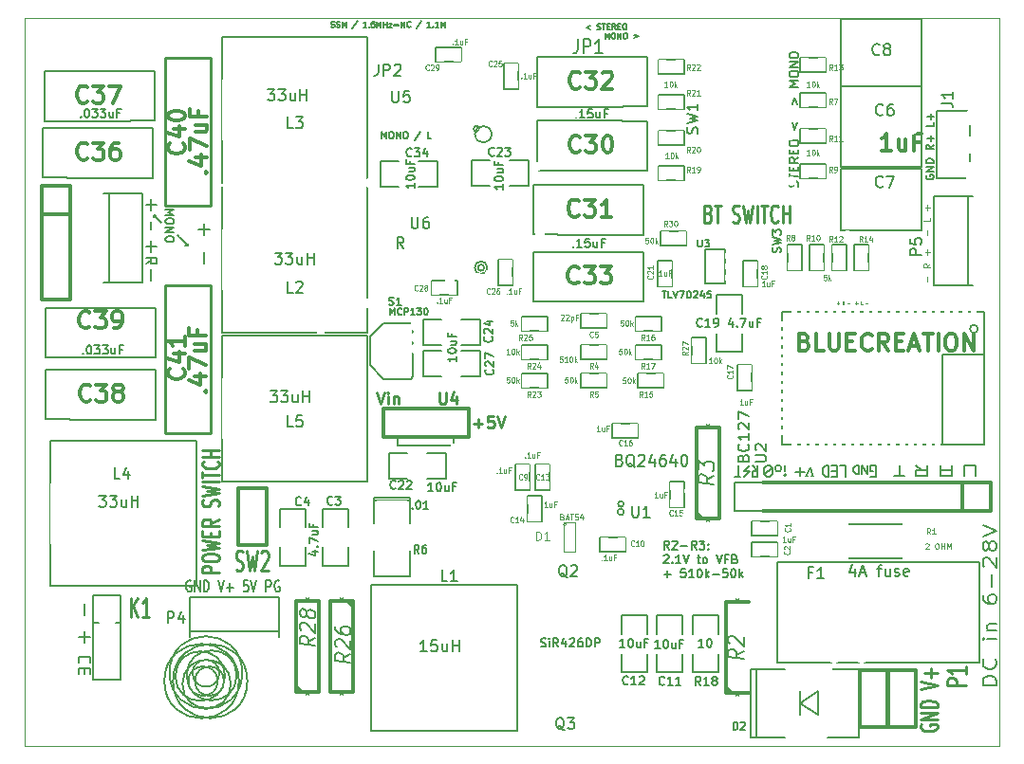
<source format=gto>
G04 (created by PCBNEW (2013-05-31 BZR 4019)-stable) date 6/10/2014 4:10:54 PM*
%MOIN*%
G04 Gerber Fmt 3.4, Leading zero omitted, Abs format*
%FSLAX34Y34*%
G01*
G70*
G90*
G04 APERTURE LIST*
%ADD10C,0.00590551*%
%ADD11C,0.005*%
%ADD12C,0.0025*%
%ADD13C,0.006*%
%ADD14C,0.0001*%
%ADD15C,0.004*%
%ADD16C,0.011811*%
%ADD17C,0.0075*%
%ADD18C,0.0101378*%
%ADD19C,0.01*%
%ADD20C,0.00787402*%
%ADD21C,0.012*%
%ADD22C,0.0031*%
%ADD23C,0.0098*%
%ADD24C,0.007*%
%ADD25C,0.0107*%
%ADD26C,0.008*%
%ADD27C,0.0047*%
%ADD28C,0.0039*%
%ADD29C,0.0045*%
%ADD30C,0.0748031*%
%ADD31R,0.055X0.055*%
%ADD32C,0.055*%
%ADD33R,0.085X0.085*%
%ADD34C,0.09*%
%ADD35R,0.125984X0.212598*%
%ADD36R,0.0374016X0.0137795*%
%ADD37R,0.0362205X0.0362205*%
%ADD38R,0.0137795X0.0374016*%
%ADD39R,0.065X0.065*%
%ADD40R,0.08X0.08*%
%ADD41C,0.08*%
%ADD42C,0.065*%
%ADD43C,0.06*%
%ADD44R,0.07X0.2*%
%ADD45C,0.0708661*%
%ADD46C,0.102362*%
%ADD47R,0.0295276X0.00984252*%
%ADD48R,0.00984252X0.0295276*%
%ADD49R,0.0334646X0.0334646*%
%ADD50C,0.0591*%
%ADD51R,0.0393701X0.023622*%
%ADD52R,0.023622X0.0393701*%
%ADD53O,0.0590551X0.0393701*%
%ADD54O,0.0393701X0.0590551*%
%ADD55R,0.114173X0.212598*%
%ADD56R,0.03X0.02*%
%ADD57R,0.0394X0.0315*%
%ADD58R,0.1063X0.0709*%
%ADD59R,0.08X0.06*%
%ADD60R,0.06X0.08*%
%ADD61R,0.025X0.045*%
%ADD62R,0.045X0.025*%
%ADD63R,0.063X0.125*%
%ADD64R,0.181102X0.19685*%
%ADD65R,0.0393701X0.0393701*%
%ADD66R,0.05X0.0240157*%
%ADD67O,0.0393701X0.0393701*%
%ADD68C,0.0787*%
%ADD69C,0.0511811*%
%ADD70C,0.085*%
%ADD71C,0.075*%
%ADD72C,0.0393701*%
%ADD73C,0.23622*%
%ADD74C,0.0551181*%
%ADD75C,0.035*%
G04 APERTURE END LIST*
G54D10*
G54D11*
X102399Y-22980D02*
X102399Y-22780D01*
X102465Y-22923D01*
X102532Y-22780D01*
X102532Y-22980D01*
X102665Y-22780D02*
X102703Y-22780D01*
X102722Y-22790D01*
X102741Y-22809D01*
X102751Y-22847D01*
X102751Y-22914D01*
X102741Y-22952D01*
X102722Y-22971D01*
X102703Y-22980D01*
X102665Y-22980D01*
X102646Y-22971D01*
X102627Y-22952D01*
X102618Y-22914D01*
X102618Y-22847D01*
X102627Y-22809D01*
X102646Y-22790D01*
X102665Y-22780D01*
X102837Y-22980D02*
X102837Y-22780D01*
X102951Y-22980D01*
X102951Y-22780D01*
X103084Y-22780D02*
X103122Y-22780D01*
X103141Y-22790D01*
X103160Y-22809D01*
X103170Y-22847D01*
X103170Y-22914D01*
X103160Y-22952D01*
X103141Y-22971D01*
X103122Y-22980D01*
X103084Y-22980D01*
X103065Y-22971D01*
X103046Y-22952D01*
X103037Y-22914D01*
X103037Y-22847D01*
X103046Y-22809D01*
X103065Y-22790D01*
X103084Y-22780D01*
X103408Y-22847D02*
X103560Y-22904D01*
X103408Y-22961D01*
G54D12*
X110532Y-32277D02*
X110608Y-32277D01*
X110570Y-32315D02*
X110570Y-32239D01*
X110789Y-32315D02*
X110755Y-32267D01*
X110732Y-32315D02*
X110732Y-32215D01*
X110770Y-32215D01*
X110779Y-32220D01*
X110784Y-32225D01*
X110789Y-32234D01*
X110789Y-32248D01*
X110784Y-32258D01*
X110779Y-32263D01*
X110770Y-32267D01*
X110732Y-32267D01*
X110908Y-32277D02*
X110984Y-32277D01*
X111184Y-32277D02*
X111260Y-32277D01*
X111222Y-32315D02*
X111222Y-32239D01*
X111432Y-32315D02*
X111384Y-32315D01*
X111384Y-32215D01*
X111541Y-32277D02*
X111617Y-32277D01*
G54D11*
X89012Y-45575D02*
G75*
G03X89012Y-45575I-512J0D01*
G74*
G01*
X87750Y-30250D02*
X87750Y-30175D01*
X87650Y-30250D02*
X87750Y-30250D01*
X87750Y-30250D02*
X87650Y-30250D01*
X87375Y-29875D02*
X87750Y-30250D01*
X86550Y-29175D02*
X86625Y-29175D01*
X86550Y-29250D02*
X86550Y-29175D01*
X86550Y-29175D02*
X86575Y-29175D01*
X86825Y-29450D02*
X86550Y-29175D01*
X88790Y-45575D02*
G75*
G03X88790Y-45575I-515J0D01*
G74*
G01*
X88844Y-45300D02*
G75*
G03X88844Y-45300I-469J0D01*
G74*
G01*
X89250Y-45675D02*
G75*
G03X89250Y-45675I-850J0D01*
G74*
G01*
X89455Y-45375D02*
G75*
G03X89455Y-45375I-880J0D01*
G74*
G01*
X89045Y-45400D02*
G75*
G03X89045Y-45400I-870J0D01*
G74*
G01*
X89535Y-45575D02*
G75*
G03X89535Y-45575I-1310J0D01*
G74*
G01*
X89830Y-45575D02*
G75*
G03X89830Y-45575I-1305J0D01*
G74*
G01*
X89652Y-45275D02*
G75*
G03X89652Y-45275I-1277J0D01*
G74*
G01*
G54D13*
X86953Y-28978D02*
X87253Y-28978D01*
X87039Y-29078D01*
X87253Y-29178D01*
X86953Y-29178D01*
X87253Y-29378D02*
X87253Y-29435D01*
X87239Y-29464D01*
X87210Y-29492D01*
X87153Y-29507D01*
X87053Y-29507D01*
X86996Y-29492D01*
X86967Y-29464D01*
X86953Y-29435D01*
X86953Y-29378D01*
X86967Y-29350D01*
X86996Y-29321D01*
X87053Y-29307D01*
X87153Y-29307D01*
X87210Y-29321D01*
X87239Y-29350D01*
X87253Y-29378D01*
X86953Y-29635D02*
X87253Y-29635D01*
X86953Y-29807D01*
X87253Y-29807D01*
X87253Y-30007D02*
X87253Y-30064D01*
X87239Y-30092D01*
X87210Y-30121D01*
X87153Y-30135D01*
X87053Y-30135D01*
X86996Y-30121D01*
X86967Y-30092D01*
X86953Y-30064D01*
X86953Y-30007D01*
X86967Y-29978D01*
X86996Y-29950D01*
X87053Y-29935D01*
X87153Y-29935D01*
X87210Y-29950D01*
X87239Y-29978D01*
X87253Y-30007D01*
G54D14*
X82000Y-47850D02*
X82000Y-22250D01*
G54D15*
X113725Y-31537D02*
X113725Y-31346D01*
X113821Y-30894D02*
X113702Y-30977D01*
X113821Y-31037D02*
X113571Y-31037D01*
X113571Y-30941D01*
X113583Y-30918D01*
X113595Y-30906D01*
X113618Y-30894D01*
X113654Y-30894D01*
X113678Y-30906D01*
X113690Y-30918D01*
X113702Y-30941D01*
X113702Y-31037D01*
X113725Y-30596D02*
X113725Y-30406D01*
X113821Y-30501D02*
X113630Y-30501D01*
X113725Y-29906D02*
X113725Y-29715D01*
X113821Y-29287D02*
X113821Y-29406D01*
X113571Y-29406D01*
X113725Y-29013D02*
X113725Y-28822D01*
X113821Y-28918D02*
X113630Y-28918D01*
G54D16*
X112448Y-26919D02*
X112111Y-26919D01*
X112279Y-26919D02*
X112279Y-26328D01*
X112223Y-26412D01*
X112167Y-26469D01*
X112111Y-26497D01*
X112954Y-26525D02*
X112954Y-26919D01*
X112701Y-26525D02*
X112701Y-26834D01*
X112729Y-26890D01*
X112785Y-26919D01*
X112870Y-26919D01*
X112926Y-26890D01*
X112954Y-26862D01*
X113432Y-26609D02*
X113235Y-26609D01*
X113235Y-26919D02*
X113235Y-26328D01*
X113517Y-26328D01*
G54D17*
X104642Y-40941D02*
X104542Y-40798D01*
X104471Y-40941D02*
X104471Y-40641D01*
X104585Y-40641D01*
X104614Y-40655D01*
X104628Y-40670D01*
X104642Y-40698D01*
X104642Y-40741D01*
X104628Y-40770D01*
X104614Y-40784D01*
X104585Y-40798D01*
X104471Y-40798D01*
X104757Y-40670D02*
X104771Y-40655D01*
X104800Y-40641D01*
X104871Y-40641D01*
X104900Y-40655D01*
X104914Y-40670D01*
X104928Y-40698D01*
X104928Y-40727D01*
X104914Y-40770D01*
X104742Y-40941D01*
X104928Y-40941D01*
X105057Y-40827D02*
X105285Y-40827D01*
X105600Y-40941D02*
X105500Y-40798D01*
X105428Y-40941D02*
X105428Y-40641D01*
X105542Y-40641D01*
X105571Y-40655D01*
X105585Y-40670D01*
X105600Y-40698D01*
X105600Y-40741D01*
X105585Y-40770D01*
X105571Y-40784D01*
X105542Y-40798D01*
X105428Y-40798D01*
X105700Y-40641D02*
X105885Y-40641D01*
X105785Y-40755D01*
X105828Y-40755D01*
X105857Y-40770D01*
X105871Y-40784D01*
X105885Y-40812D01*
X105885Y-40884D01*
X105871Y-40912D01*
X105857Y-40927D01*
X105828Y-40941D01*
X105742Y-40941D01*
X105714Y-40927D01*
X105700Y-40912D01*
X106014Y-40912D02*
X106028Y-40927D01*
X106014Y-40941D01*
X106000Y-40927D01*
X106014Y-40912D01*
X106014Y-40941D01*
X106014Y-40755D02*
X106028Y-40770D01*
X106014Y-40784D01*
X106000Y-40770D01*
X106014Y-40755D01*
X106014Y-40784D01*
X104457Y-41165D02*
X104471Y-41150D01*
X104500Y-41136D01*
X104571Y-41136D01*
X104600Y-41150D01*
X104614Y-41165D01*
X104628Y-41193D01*
X104628Y-41222D01*
X104614Y-41265D01*
X104442Y-41436D01*
X104628Y-41436D01*
X104757Y-41407D02*
X104771Y-41422D01*
X104757Y-41436D01*
X104742Y-41422D01*
X104757Y-41407D01*
X104757Y-41436D01*
X105057Y-41436D02*
X104885Y-41436D01*
X104971Y-41436D02*
X104971Y-41136D01*
X104942Y-41179D01*
X104914Y-41207D01*
X104885Y-41222D01*
X105142Y-41136D02*
X105242Y-41436D01*
X105342Y-41136D01*
X105628Y-41236D02*
X105742Y-41236D01*
X105671Y-41136D02*
X105671Y-41393D01*
X105685Y-41422D01*
X105714Y-41436D01*
X105742Y-41436D01*
X105885Y-41436D02*
X105857Y-41422D01*
X105842Y-41407D01*
X105828Y-41379D01*
X105828Y-41293D01*
X105842Y-41265D01*
X105857Y-41250D01*
X105885Y-41236D01*
X105928Y-41236D01*
X105957Y-41250D01*
X105971Y-41265D01*
X105985Y-41293D01*
X105985Y-41379D01*
X105971Y-41407D01*
X105957Y-41422D01*
X105928Y-41436D01*
X105885Y-41436D01*
X106299Y-41136D02*
X106399Y-41436D01*
X106499Y-41136D01*
X106700Y-41279D02*
X106600Y-41279D01*
X106600Y-41436D02*
X106600Y-41136D01*
X106742Y-41136D01*
X106957Y-41279D02*
X107000Y-41293D01*
X107014Y-41307D01*
X107028Y-41336D01*
X107028Y-41379D01*
X107014Y-41407D01*
X107000Y-41422D01*
X106971Y-41436D01*
X106857Y-41436D01*
X106857Y-41136D01*
X106957Y-41136D01*
X106985Y-41150D01*
X107000Y-41165D01*
X107014Y-41193D01*
X107014Y-41222D01*
X107000Y-41250D01*
X106985Y-41265D01*
X106957Y-41279D01*
X106857Y-41279D01*
X104471Y-41817D02*
X104700Y-41817D01*
X104585Y-41931D02*
X104585Y-41702D01*
X105214Y-41631D02*
X105071Y-41631D01*
X105057Y-41774D01*
X105071Y-41760D01*
X105100Y-41745D01*
X105171Y-41745D01*
X105200Y-41760D01*
X105214Y-41774D01*
X105228Y-41802D01*
X105228Y-41874D01*
X105214Y-41902D01*
X105200Y-41917D01*
X105171Y-41931D01*
X105100Y-41931D01*
X105071Y-41917D01*
X105057Y-41902D01*
X105514Y-41931D02*
X105342Y-41931D01*
X105428Y-41931D02*
X105428Y-41631D01*
X105400Y-41674D01*
X105371Y-41702D01*
X105342Y-41717D01*
X105699Y-41631D02*
X105728Y-41631D01*
X105757Y-41645D01*
X105771Y-41660D01*
X105785Y-41688D01*
X105799Y-41745D01*
X105799Y-41817D01*
X105785Y-41874D01*
X105771Y-41902D01*
X105757Y-41917D01*
X105728Y-41931D01*
X105699Y-41931D01*
X105671Y-41917D01*
X105657Y-41902D01*
X105642Y-41874D01*
X105628Y-41817D01*
X105628Y-41745D01*
X105642Y-41688D01*
X105657Y-41660D01*
X105671Y-41645D01*
X105699Y-41631D01*
X105928Y-41931D02*
X105928Y-41631D01*
X105957Y-41817D02*
X106042Y-41931D01*
X106042Y-41731D02*
X105928Y-41845D01*
X106171Y-41817D02*
X106399Y-41817D01*
X106685Y-41631D02*
X106542Y-41631D01*
X106528Y-41774D01*
X106542Y-41760D01*
X106571Y-41745D01*
X106642Y-41745D01*
X106671Y-41760D01*
X106685Y-41774D01*
X106699Y-41802D01*
X106699Y-41874D01*
X106685Y-41902D01*
X106671Y-41917D01*
X106642Y-41931D01*
X106571Y-41931D01*
X106542Y-41917D01*
X106528Y-41902D01*
X106885Y-41631D02*
X106914Y-41631D01*
X106942Y-41645D01*
X106957Y-41660D01*
X106971Y-41688D01*
X106985Y-41745D01*
X106985Y-41817D01*
X106971Y-41874D01*
X106957Y-41902D01*
X106942Y-41917D01*
X106914Y-41931D01*
X106885Y-41931D01*
X106857Y-41917D01*
X106842Y-41902D01*
X106828Y-41874D01*
X106814Y-41817D01*
X106814Y-41745D01*
X106828Y-41688D01*
X106842Y-41660D01*
X106857Y-41645D01*
X106885Y-41631D01*
X107114Y-41931D02*
X107114Y-41631D01*
X107142Y-41817D02*
X107228Y-41931D01*
X107228Y-41731D02*
X107114Y-41845D01*
G54D18*
X97778Y-36509D02*
X98087Y-36509D01*
X97933Y-36664D02*
X97933Y-36355D01*
X98473Y-36258D02*
X98280Y-36258D01*
X98261Y-36451D01*
X98280Y-36432D01*
X98319Y-36413D01*
X98415Y-36413D01*
X98454Y-36432D01*
X98473Y-36451D01*
X98493Y-36490D01*
X98493Y-36586D01*
X98473Y-36625D01*
X98454Y-36644D01*
X98415Y-36664D01*
X98319Y-36664D01*
X98280Y-36644D01*
X98261Y-36625D01*
X98608Y-36258D02*
X98744Y-36664D01*
X98879Y-36258D01*
G54D19*
X94370Y-35421D02*
X94503Y-35821D01*
X94637Y-35421D01*
X94770Y-35821D02*
X94770Y-35555D01*
X94770Y-35421D02*
X94751Y-35440D01*
X94770Y-35460D01*
X94789Y-35440D01*
X94770Y-35421D01*
X94770Y-35460D01*
X94960Y-35555D02*
X94960Y-35821D01*
X94960Y-35593D02*
X94980Y-35574D01*
X95018Y-35555D01*
X95075Y-35555D01*
X95113Y-35574D01*
X95132Y-35612D01*
X95132Y-35821D01*
G54D14*
X116250Y-47850D02*
X116250Y-47500D01*
X82000Y-47850D02*
X116250Y-47850D01*
X116250Y-22250D02*
X116250Y-47500D01*
X83250Y-22250D02*
X116250Y-22250D01*
X82000Y-22250D02*
X83250Y-22250D01*
G54D20*
X116141Y-45719D02*
X115668Y-45719D01*
X115668Y-45579D01*
X115691Y-45494D01*
X115736Y-45438D01*
X115781Y-45410D01*
X115871Y-45382D01*
X115938Y-45382D01*
X116028Y-45410D01*
X116073Y-45438D01*
X116118Y-45494D01*
X116141Y-45579D01*
X116141Y-45719D01*
X116096Y-44791D02*
X116118Y-44820D01*
X116141Y-44904D01*
X116141Y-44960D01*
X116118Y-45045D01*
X116073Y-45101D01*
X116028Y-45129D01*
X115938Y-45157D01*
X115871Y-45157D01*
X115781Y-45129D01*
X115736Y-45101D01*
X115691Y-45045D01*
X115668Y-44960D01*
X115668Y-44904D01*
X115691Y-44820D01*
X115713Y-44791D01*
X116141Y-44088D02*
X115826Y-44088D01*
X115668Y-44088D02*
X115691Y-44117D01*
X115713Y-44088D01*
X115691Y-44060D01*
X115668Y-44088D01*
X115713Y-44088D01*
X115826Y-43807D02*
X116141Y-43807D01*
X115871Y-43807D02*
X115848Y-43779D01*
X115826Y-43723D01*
X115826Y-43638D01*
X115848Y-43582D01*
X115893Y-43554D01*
X116141Y-43554D01*
X115668Y-42570D02*
X115668Y-42682D01*
X115691Y-42739D01*
X115713Y-42767D01*
X115781Y-42823D01*
X115871Y-42851D01*
X116051Y-42851D01*
X116096Y-42823D01*
X116118Y-42795D01*
X116141Y-42739D01*
X116141Y-42626D01*
X116118Y-42570D01*
X116096Y-42542D01*
X116051Y-42514D01*
X115938Y-42514D01*
X115893Y-42542D01*
X115871Y-42570D01*
X115848Y-42626D01*
X115848Y-42739D01*
X115871Y-42795D01*
X115893Y-42823D01*
X115938Y-42851D01*
X115961Y-42261D02*
X115961Y-41811D01*
X115713Y-41557D02*
X115691Y-41529D01*
X115668Y-41473D01*
X115668Y-41333D01*
X115691Y-41276D01*
X115713Y-41248D01*
X115758Y-41220D01*
X115803Y-41220D01*
X115871Y-41248D01*
X116141Y-41586D01*
X116141Y-41220D01*
X115871Y-40883D02*
X115848Y-40939D01*
X115826Y-40967D01*
X115781Y-40995D01*
X115758Y-40995D01*
X115713Y-40967D01*
X115691Y-40939D01*
X115668Y-40883D01*
X115668Y-40770D01*
X115691Y-40714D01*
X115713Y-40686D01*
X115758Y-40658D01*
X115781Y-40658D01*
X115826Y-40686D01*
X115848Y-40714D01*
X115871Y-40770D01*
X115871Y-40883D01*
X115893Y-40939D01*
X115916Y-40967D01*
X115961Y-40995D01*
X116051Y-40995D01*
X116096Y-40967D01*
X116118Y-40939D01*
X116141Y-40883D01*
X116141Y-40770D01*
X116118Y-40714D01*
X116096Y-40686D01*
X116051Y-40658D01*
X115961Y-40658D01*
X115916Y-40686D01*
X115893Y-40714D01*
X115871Y-40770D01*
X115668Y-40489D02*
X116141Y-40292D01*
X115668Y-40095D01*
G54D16*
X109401Y-33639D02*
X109485Y-33667D01*
X109514Y-33695D01*
X109542Y-33752D01*
X109542Y-33836D01*
X109514Y-33892D01*
X109485Y-33920D01*
X109429Y-33949D01*
X109204Y-33949D01*
X109204Y-33358D01*
X109401Y-33358D01*
X109457Y-33386D01*
X109485Y-33414D01*
X109514Y-33470D01*
X109514Y-33527D01*
X109485Y-33583D01*
X109457Y-33611D01*
X109401Y-33639D01*
X109204Y-33639D01*
X110076Y-33949D02*
X109795Y-33949D01*
X109795Y-33358D01*
X110273Y-33358D02*
X110273Y-33836D01*
X110301Y-33892D01*
X110329Y-33920D01*
X110385Y-33949D01*
X110498Y-33949D01*
X110554Y-33920D01*
X110582Y-33892D01*
X110610Y-33836D01*
X110610Y-33358D01*
X110892Y-33639D02*
X111088Y-33639D01*
X111173Y-33949D02*
X110892Y-33949D01*
X110892Y-33358D01*
X111173Y-33358D01*
X111763Y-33892D02*
X111735Y-33920D01*
X111651Y-33949D01*
X111595Y-33949D01*
X111510Y-33920D01*
X111454Y-33864D01*
X111426Y-33808D01*
X111398Y-33695D01*
X111398Y-33611D01*
X111426Y-33499D01*
X111454Y-33442D01*
X111510Y-33386D01*
X111595Y-33358D01*
X111651Y-33358D01*
X111735Y-33386D01*
X111763Y-33414D01*
X112354Y-33949D02*
X112157Y-33667D01*
X112016Y-33949D02*
X112016Y-33358D01*
X112241Y-33358D01*
X112298Y-33386D01*
X112326Y-33414D01*
X112354Y-33470D01*
X112354Y-33555D01*
X112326Y-33611D01*
X112298Y-33639D01*
X112241Y-33667D01*
X112016Y-33667D01*
X112607Y-33639D02*
X112804Y-33639D01*
X112888Y-33949D02*
X112607Y-33949D01*
X112607Y-33358D01*
X112888Y-33358D01*
X113113Y-33780D02*
X113394Y-33780D01*
X113057Y-33949D02*
X113254Y-33358D01*
X113451Y-33949D01*
X113563Y-33358D02*
X113901Y-33358D01*
X113732Y-33949D02*
X113732Y-33358D01*
X114097Y-33949D02*
X114097Y-33358D01*
X114491Y-33358D02*
X114604Y-33358D01*
X114660Y-33386D01*
X114716Y-33442D01*
X114744Y-33555D01*
X114744Y-33752D01*
X114716Y-33864D01*
X114660Y-33920D01*
X114604Y-33949D01*
X114491Y-33949D01*
X114435Y-33920D01*
X114379Y-33864D01*
X114350Y-33752D01*
X114350Y-33555D01*
X114379Y-33442D01*
X114435Y-33386D01*
X114491Y-33358D01*
X114997Y-33949D02*
X114997Y-33358D01*
X115335Y-33949D01*
X115335Y-33358D01*
G54D10*
X106940Y-38380D02*
X107140Y-38380D01*
X107940Y-38580D02*
X106940Y-38580D01*
X106940Y-38580D02*
X106940Y-39580D01*
X106940Y-39580D02*
X107940Y-39580D01*
X107075Y-38392D02*
X107075Y-37998D01*
X107465Y-38195D02*
X107268Y-38392D01*
X107268Y-38195D02*
X107465Y-37998D01*
X107465Y-38195D02*
X107268Y-38195D01*
X107759Y-38392D02*
X107759Y-37998D01*
X107759Y-37998D02*
X107759Y-38195D01*
X107759Y-38195D02*
X107562Y-38195D01*
X107562Y-38195D02*
X107562Y-38392D01*
X107562Y-38392D02*
X107759Y-38392D01*
X107759Y-38392D02*
X107759Y-38195D01*
X107759Y-38195D02*
X107562Y-37998D01*
X108278Y-38095D02*
X107983Y-38292D01*
X109715Y-38371D02*
X109636Y-38371D01*
X109518Y-38371D02*
X109440Y-38371D01*
X109440Y-38371D02*
X109518Y-38371D01*
X109243Y-38371D02*
X109243Y-38331D01*
X109400Y-38213D02*
X109085Y-38213D01*
X109243Y-38331D02*
X109243Y-38056D01*
X109676Y-38331D02*
X109597Y-38056D01*
X109597Y-38056D02*
X109479Y-38331D01*
X108586Y-38095D02*
G75*
G03X108586Y-38095I-111J0D01*
G74*
G01*
X108751Y-38331D02*
G75*
G03X108751Y-38331I-39J0D01*
G74*
G01*
X111310Y-38292D02*
X111310Y-37997D01*
X111310Y-37997D02*
X111211Y-37997D01*
X111211Y-37997D02*
X111113Y-38095D01*
X111113Y-38095D02*
X111113Y-38194D01*
X111113Y-38194D02*
X111211Y-38292D01*
X111211Y-38292D02*
X111310Y-38292D01*
X111605Y-38292D02*
X111605Y-37997D01*
X111605Y-37997D02*
X111605Y-38292D01*
X111605Y-38292D02*
X111408Y-37997D01*
X111408Y-37997D02*
X111408Y-38292D01*
X111703Y-38391D02*
X111900Y-38391D01*
X111900Y-38391D02*
X111900Y-38095D01*
X111900Y-38095D02*
X111900Y-37997D01*
X111900Y-37997D02*
X111703Y-37997D01*
X111703Y-37997D02*
X111703Y-38194D01*
X111703Y-38194D02*
X111802Y-38194D01*
X108278Y-38292D02*
X108278Y-38095D01*
X108278Y-38095D02*
X108180Y-37997D01*
X108180Y-37997D02*
X108081Y-37997D01*
X108081Y-37997D02*
X107983Y-38095D01*
X107983Y-38095D02*
X107983Y-38292D01*
X107983Y-38292D02*
X108081Y-38391D01*
X108081Y-38391D02*
X108180Y-38391D01*
X108180Y-38391D02*
X108278Y-38292D01*
X108711Y-37997D02*
X108711Y-38194D01*
X110640Y-37997D02*
X110837Y-37997D01*
X110837Y-37997D02*
X110837Y-38391D01*
X110227Y-37997D02*
X110128Y-37997D01*
X110128Y-37997D02*
X110030Y-38095D01*
X110030Y-38095D02*
X110030Y-38292D01*
X110030Y-38292D02*
X110128Y-38391D01*
X110128Y-38391D02*
X110227Y-38391D01*
X110227Y-38391D02*
X110227Y-37997D01*
X110542Y-38391D02*
X110345Y-38391D01*
X110542Y-38194D02*
X110345Y-38194D01*
X110542Y-38391D02*
X110542Y-37997D01*
X110542Y-37997D02*
X110345Y-37997D01*
X112924Y-38371D02*
X112530Y-38371D01*
X112727Y-38371D02*
X112727Y-37977D01*
X112727Y-37977D02*
X112727Y-38371D01*
X113514Y-38174D02*
X113317Y-37977D01*
X113711Y-38371D02*
X113711Y-37977D01*
X113711Y-37977D02*
X113711Y-38174D01*
X113711Y-38174D02*
X113317Y-38174D01*
X113317Y-38174D02*
X113317Y-38371D01*
X113317Y-38371D02*
X113711Y-38371D01*
X114577Y-37977D02*
X114577Y-38371D01*
X114577Y-38371D02*
X114184Y-38371D01*
X114184Y-38371D02*
X114184Y-37977D01*
X114184Y-37977D02*
X114184Y-38174D01*
X114184Y-38174D02*
X114577Y-38174D01*
X115404Y-38371D02*
X115404Y-37977D01*
X115404Y-37977D02*
X115010Y-37977D01*
X115010Y-37977D02*
X115010Y-38371D01*
G54D21*
X115940Y-39580D02*
X107940Y-39580D01*
X107940Y-38580D02*
X115940Y-38580D01*
X115940Y-38580D02*
X115940Y-39580D01*
X114940Y-38580D02*
X114940Y-39580D01*
G54D10*
X88940Y-23137D02*
X88940Y-22940D01*
X88940Y-22940D02*
X94059Y-22940D01*
X94059Y-22940D02*
X94059Y-28059D01*
X88940Y-28059D02*
X88940Y-27862D01*
X88940Y-23137D02*
X88940Y-27862D01*
X88940Y-33309D02*
X88940Y-28190D01*
X94059Y-28190D02*
X94059Y-33309D01*
X94059Y-33309D02*
X88940Y-33309D01*
X98409Y-26346D02*
G75*
G03X98409Y-26346I-292J0D01*
G74*
G01*
X97978Y-26149D02*
G75*
G03X97978Y-26149I-98J0D01*
G74*
G01*
X88300Y-30500D02*
X88300Y-30900D01*
X88300Y-29500D02*
X88300Y-29900D01*
X88100Y-29700D02*
X88500Y-29700D01*
X85392Y-43540D02*
X85195Y-43540D01*
X85392Y-42556D02*
X84407Y-42556D01*
X84407Y-42556D02*
X84407Y-43540D01*
X84407Y-43540D02*
X84604Y-43540D01*
X84309Y-45115D02*
X84309Y-45312D01*
X84112Y-45312D02*
X84112Y-45115D01*
X84309Y-45115D02*
X83915Y-45115D01*
X83915Y-45115D02*
X83915Y-45312D01*
X84309Y-44918D02*
X84309Y-44721D01*
X84309Y-44721D02*
X83915Y-44721D01*
X83915Y-44721D02*
X83915Y-44918D01*
X84112Y-42851D02*
X84112Y-43245D01*
X84112Y-43836D02*
X84112Y-44229D01*
X84309Y-44032D02*
X83915Y-44032D01*
X85392Y-42556D02*
X85392Y-45509D01*
X85392Y-45509D02*
X84407Y-45509D01*
X84407Y-45509D02*
X84407Y-42556D01*
G54D21*
X107050Y-46400D02*
X107050Y-46000D01*
X107050Y-46000D02*
X106650Y-46000D01*
X106650Y-46000D02*
X106650Y-42800D01*
X106650Y-42800D02*
X107450Y-42800D01*
X107450Y-46000D02*
X107050Y-46000D01*
X106850Y-46000D02*
X106650Y-45800D01*
X107050Y-42400D02*
X107050Y-42800D01*
G54D10*
X107725Y-45150D02*
X107525Y-45150D01*
X107525Y-45150D02*
X107525Y-47550D01*
X107525Y-47550D02*
X107725Y-47550D01*
X108725Y-47550D02*
X107725Y-47550D01*
X107725Y-47550D02*
X107725Y-45150D01*
X107725Y-45150D02*
X108725Y-45150D01*
X110225Y-45150D02*
X111325Y-45150D01*
X111325Y-45150D02*
X111325Y-47550D01*
X111325Y-47550D02*
X110225Y-47550D01*
X109229Y-46763D02*
X109229Y-45936D01*
X109879Y-46743D02*
X109879Y-45936D01*
X109879Y-45936D02*
X109249Y-46350D01*
X109249Y-46350D02*
X109879Y-46743D01*
X98260Y-31037D02*
G75*
G03X98260Y-31037I-222J0D01*
G74*
G01*
X98148Y-31037D02*
G75*
G03X98148Y-31037I-111J0D01*
G74*
G01*
X115543Y-41378D02*
X115543Y-44921D01*
X115543Y-44921D02*
X108456Y-44921D01*
X108456Y-44921D02*
X108456Y-41378D01*
X108456Y-41378D02*
X115543Y-41378D01*
X103060Y-39625D02*
G75*
G03X103060Y-39625I-111J0D01*
G74*
G01*
X103047Y-39350D02*
G75*
G03X103047Y-39350I-98J0D01*
G74*
G01*
X113517Y-27556D02*
X113517Y-29722D01*
X110682Y-29722D02*
X110682Y-27556D01*
X110682Y-27556D02*
X113517Y-27556D01*
X113517Y-29722D02*
X110682Y-29722D01*
X113517Y-22299D02*
X113517Y-24661D01*
X110682Y-24661D02*
X110682Y-22299D01*
X110682Y-22299D02*
X113517Y-22299D01*
X113517Y-24661D02*
X110682Y-24661D01*
X115491Y-33188D02*
G75*
G03X115491Y-33188I-141J0D01*
G74*
G01*
X114247Y-37244D02*
X114247Y-34094D01*
X114247Y-34094D02*
X115703Y-34094D01*
X108617Y-32598D02*
X115703Y-32598D01*
X115703Y-32598D02*
X115703Y-37244D01*
X115703Y-37244D02*
X108617Y-37244D01*
X108617Y-37244D02*
X108617Y-32598D01*
X86457Y-30787D02*
X86261Y-30885D01*
X86261Y-30688D02*
X86654Y-30688D01*
X86654Y-30688D02*
X86654Y-30885D01*
X86654Y-30885D02*
X86457Y-30885D01*
X86457Y-30885D02*
X86457Y-30688D01*
X86457Y-31082D02*
X86457Y-31476D01*
X86654Y-30295D02*
X86261Y-30295D01*
X86261Y-30295D02*
X86457Y-30295D01*
X86457Y-30295D02*
X86457Y-30098D01*
X86457Y-30098D02*
X86457Y-30492D01*
X86457Y-29409D02*
X86457Y-29606D01*
X86457Y-29507D02*
X86457Y-29704D01*
X86556Y-28818D02*
X86261Y-28818D01*
X86261Y-28818D02*
X86654Y-28818D01*
X86654Y-28818D02*
X86457Y-28818D01*
X86457Y-28818D02*
X86457Y-28622D01*
X86457Y-28622D02*
X86457Y-29015D01*
X84765Y-28425D02*
X84962Y-28425D01*
X84962Y-28425D02*
X84962Y-31574D01*
X84962Y-31574D02*
X84765Y-31574D01*
X85356Y-31574D02*
X86143Y-31574D01*
X86143Y-31574D02*
X86143Y-28425D01*
X86143Y-28425D02*
X85356Y-28425D01*
X85356Y-31574D02*
X84962Y-31574D01*
X84962Y-31574D02*
X84962Y-28425D01*
X84962Y-28425D02*
X85356Y-28425D01*
G54D21*
X112300Y-45200D02*
X113300Y-45200D01*
X113300Y-45200D02*
X113300Y-47200D01*
X113300Y-47200D02*
X112300Y-47200D01*
X112300Y-47200D02*
X112300Y-45200D01*
X90500Y-40800D02*
X89500Y-40800D01*
X89500Y-40800D02*
X89500Y-38800D01*
X89500Y-38800D02*
X90500Y-38800D01*
X90500Y-38800D02*
X90500Y-40800D01*
G54D10*
X87800Y-44009D02*
X87800Y-43812D01*
X87800Y-43812D02*
X90949Y-43812D01*
X90949Y-43812D02*
X90949Y-44009D01*
X90949Y-43418D02*
X90949Y-42631D01*
X90949Y-42631D02*
X87800Y-42631D01*
X87800Y-42631D02*
X87800Y-43418D01*
X90949Y-43418D02*
X90949Y-43812D01*
X90949Y-43812D02*
X87800Y-43812D01*
X87800Y-43812D02*
X87800Y-43418D01*
X95115Y-36992D02*
X95115Y-37287D01*
X95115Y-37287D02*
X97084Y-37287D01*
X97084Y-37287D02*
X97084Y-36992D01*
G54D21*
X94600Y-37000D02*
X94600Y-36000D01*
X94600Y-36000D02*
X97600Y-36000D01*
X97600Y-36000D02*
X97600Y-37000D01*
X97600Y-37000D02*
X94600Y-37000D01*
G54D10*
X99311Y-42204D02*
X99311Y-47322D01*
X99311Y-47322D02*
X94192Y-47322D01*
X94192Y-47322D02*
X94192Y-42204D01*
X94192Y-42204D02*
X99311Y-42204D01*
X94059Y-33440D02*
X94059Y-38559D01*
X94059Y-38559D02*
X88940Y-38559D01*
X88940Y-38559D02*
X88940Y-33440D01*
X88940Y-33440D02*
X94059Y-33440D01*
X88039Y-42239D02*
X88039Y-37317D01*
X88039Y-37317D02*
X88039Y-37120D01*
X88039Y-37120D02*
X82920Y-37120D01*
X82920Y-37120D02*
X82920Y-42239D01*
X82920Y-42239D02*
X88039Y-42239D01*
G54D11*
X105900Y-30400D02*
X106600Y-30400D01*
X106600Y-30400D02*
X106600Y-31600D01*
X106600Y-31600D02*
X105900Y-31600D01*
X105900Y-31600D02*
X105900Y-30400D01*
G54D22*
X101054Y-40062D02*
G75*
G03X101054Y-40062I-62J0D01*
G74*
G01*
X101330Y-41025D02*
X100930Y-41025D01*
X101330Y-40000D02*
X100930Y-40000D01*
X100930Y-41025D02*
X100930Y-40000D01*
X101330Y-40000D02*
X101330Y-41025D01*
G54D10*
X95541Y-39210D02*
X94281Y-39210D01*
X95541Y-41887D02*
X94281Y-41887D01*
X95541Y-39131D02*
X94281Y-39131D01*
X94279Y-40980D02*
X94279Y-41880D01*
X95543Y-41880D02*
X95543Y-40980D01*
X95541Y-40037D02*
X95541Y-39131D01*
X94281Y-39131D02*
X94281Y-40037D01*
G54D11*
X91861Y-39509D02*
X90961Y-39509D01*
X90961Y-39509D02*
X90961Y-40159D01*
X91861Y-40859D02*
X91861Y-41509D01*
X91861Y-41509D02*
X90961Y-41509D01*
X90961Y-41509D02*
X90961Y-40859D01*
X91861Y-40159D02*
X91861Y-39509D01*
X96500Y-28200D02*
X96500Y-27300D01*
X96500Y-27300D02*
X95850Y-27300D01*
X95150Y-28200D02*
X94500Y-28200D01*
X94500Y-28200D02*
X94500Y-27300D01*
X94500Y-27300D02*
X95150Y-27300D01*
X95850Y-28200D02*
X96500Y-28200D01*
X98000Y-34850D02*
X98000Y-33950D01*
X98000Y-33950D02*
X97350Y-33950D01*
X96650Y-34850D02*
X96000Y-34850D01*
X96000Y-34850D02*
X96000Y-33950D01*
X96000Y-33950D02*
X96650Y-33950D01*
X97350Y-34850D02*
X98000Y-34850D01*
X94800Y-37550D02*
X94800Y-38450D01*
X94800Y-38450D02*
X95450Y-38450D01*
X96150Y-37550D02*
X96800Y-37550D01*
X96800Y-37550D02*
X96800Y-38450D01*
X96800Y-38450D02*
X96150Y-38450D01*
X95450Y-37550D02*
X94800Y-37550D01*
X97700Y-27250D02*
X97700Y-28150D01*
X97700Y-28150D02*
X98350Y-28150D01*
X99050Y-27250D02*
X99700Y-27250D01*
X99700Y-27250D02*
X99700Y-28150D01*
X99700Y-28150D02*
X99050Y-28150D01*
X98350Y-27250D02*
X97700Y-27250D01*
X93361Y-39509D02*
X92461Y-39509D01*
X92461Y-39509D02*
X92461Y-40159D01*
X93361Y-40859D02*
X93361Y-41509D01*
X93361Y-41509D02*
X92461Y-41509D01*
X92461Y-41509D02*
X92461Y-40859D01*
X93361Y-40159D02*
X93361Y-39509D01*
X98000Y-33750D02*
X98000Y-32850D01*
X98000Y-32850D02*
X97350Y-32850D01*
X96650Y-33750D02*
X96000Y-33750D01*
X96000Y-33750D02*
X96000Y-32850D01*
X96000Y-32850D02*
X96650Y-32850D01*
X97350Y-33750D02*
X98000Y-33750D01*
X106300Y-34000D02*
X107200Y-34000D01*
X107200Y-34000D02*
X107200Y-33350D01*
X106300Y-32650D02*
X106300Y-32000D01*
X106300Y-32000D02*
X107200Y-32000D01*
X107200Y-32000D02*
X107200Y-32650D01*
X106300Y-33350D02*
X106300Y-34000D01*
X105461Y-45259D02*
X106361Y-45259D01*
X106361Y-45259D02*
X106361Y-44609D01*
X105461Y-43909D02*
X105461Y-43259D01*
X105461Y-43259D02*
X106361Y-43259D01*
X106361Y-43259D02*
X106361Y-43909D01*
X105461Y-44609D02*
X105461Y-45259D01*
X102961Y-45259D02*
X103861Y-45259D01*
X103861Y-45259D02*
X103861Y-44609D01*
X102961Y-43909D02*
X102961Y-43259D01*
X102961Y-43259D02*
X103861Y-43259D01*
X103861Y-43259D02*
X103861Y-43909D01*
X102961Y-44609D02*
X102961Y-45259D01*
X104211Y-45259D02*
X105111Y-45259D01*
X105111Y-45259D02*
X105111Y-44609D01*
X104211Y-43909D02*
X104211Y-43259D01*
X104211Y-43259D02*
X105111Y-43259D01*
X105111Y-43259D02*
X105111Y-43909D01*
X104211Y-44609D02*
X104211Y-45259D01*
X105170Y-25460D02*
X104270Y-25460D01*
X104270Y-25460D02*
X104270Y-24960D01*
X104270Y-24960D02*
X105170Y-24960D01*
X105170Y-24960D02*
X105170Y-25460D01*
X96450Y-23300D02*
X97350Y-23300D01*
X97350Y-23300D02*
X97350Y-23800D01*
X97350Y-23800D02*
X96450Y-23800D01*
X96450Y-23800D02*
X96450Y-23300D01*
X102652Y-36513D02*
X103552Y-36513D01*
X103552Y-36513D02*
X103552Y-37013D01*
X103552Y-37013D02*
X102652Y-37013D01*
X102652Y-37013D02*
X102652Y-36513D01*
X99661Y-39959D02*
X99661Y-39059D01*
X99661Y-39059D02*
X100161Y-39059D01*
X100161Y-39059D02*
X100161Y-39959D01*
X100161Y-39959D02*
X99661Y-39959D01*
X107250Y-31700D02*
X107250Y-30800D01*
X107250Y-30800D02*
X107750Y-30800D01*
X107750Y-30800D02*
X107750Y-31700D01*
X107750Y-31700D02*
X107250Y-31700D01*
X104250Y-31700D02*
X104250Y-30800D01*
X104250Y-30800D02*
X104750Y-30800D01*
X104750Y-30800D02*
X104750Y-31700D01*
X104750Y-31700D02*
X104250Y-31700D01*
X105438Y-34398D02*
X105438Y-33498D01*
X105438Y-33498D02*
X105938Y-33498D01*
X105938Y-33498D02*
X105938Y-34398D01*
X105938Y-34398D02*
X105438Y-34398D01*
X110150Y-24150D02*
X109250Y-24150D01*
X109250Y-24150D02*
X109250Y-23650D01*
X109250Y-23650D02*
X110150Y-23650D01*
X110150Y-23650D02*
X110150Y-24150D01*
X110150Y-27900D02*
X109250Y-27900D01*
X109250Y-27900D02*
X109250Y-27400D01*
X109250Y-27400D02*
X110150Y-27400D01*
X110150Y-27400D02*
X110150Y-27900D01*
X110150Y-25400D02*
X109250Y-25400D01*
X109250Y-25400D02*
X109250Y-24900D01*
X109250Y-24900D02*
X110150Y-24900D01*
X110150Y-24900D02*
X110150Y-25400D01*
X111659Y-30235D02*
X111659Y-31135D01*
X111659Y-31135D02*
X111159Y-31135D01*
X111159Y-31135D02*
X111159Y-30235D01*
X111159Y-30235D02*
X111659Y-30235D01*
X110871Y-30235D02*
X110871Y-31135D01*
X110871Y-31135D02*
X110371Y-31135D01*
X110371Y-31135D02*
X110371Y-30235D01*
X110371Y-30235D02*
X110871Y-30235D01*
X110084Y-30235D02*
X110084Y-31135D01*
X110084Y-31135D02*
X109584Y-31135D01*
X109584Y-31135D02*
X109584Y-30235D01*
X109584Y-30235D02*
X110084Y-30235D01*
X109296Y-30235D02*
X109296Y-31135D01*
X109296Y-31135D02*
X108796Y-31135D01*
X108796Y-31135D02*
X108796Y-30235D01*
X108796Y-30235D02*
X109296Y-30235D01*
X105170Y-27960D02*
X104270Y-27960D01*
X104270Y-27960D02*
X104270Y-27460D01*
X104270Y-27460D02*
X105170Y-27460D01*
X105170Y-27460D02*
X105170Y-27960D01*
X105170Y-26710D02*
X104270Y-26710D01*
X104270Y-26710D02*
X104270Y-26210D01*
X104270Y-26210D02*
X105170Y-26210D01*
X105170Y-26210D02*
X105170Y-26710D01*
X105170Y-24210D02*
X104270Y-24210D01*
X104270Y-24210D02*
X104270Y-23710D01*
X104270Y-23710D02*
X105170Y-23710D01*
X105170Y-23710D02*
X105170Y-24210D01*
X110150Y-26650D02*
X109250Y-26650D01*
X109250Y-26650D02*
X109250Y-26150D01*
X109250Y-26150D02*
X110150Y-26150D01*
X110150Y-26150D02*
X110150Y-26650D01*
X100361Y-33259D02*
X99461Y-33259D01*
X99461Y-33259D02*
X99461Y-32759D01*
X99461Y-32759D02*
X100361Y-32759D01*
X100361Y-32759D02*
X100361Y-33259D01*
X107050Y-35350D02*
X107050Y-34450D01*
X107050Y-34450D02*
X107550Y-34450D01*
X107550Y-34450D02*
X107550Y-35350D01*
X107550Y-35350D02*
X107050Y-35350D01*
X108450Y-40450D02*
X107550Y-40450D01*
X107550Y-40450D02*
X107550Y-39950D01*
X107550Y-39950D02*
X108450Y-39950D01*
X108450Y-39950D02*
X108450Y-40450D01*
X100361Y-35259D02*
X99461Y-35259D01*
X99461Y-35259D02*
X99461Y-34759D01*
X99461Y-34759D02*
X100361Y-34759D01*
X100361Y-34759D02*
X100361Y-35259D01*
X99950Y-38850D02*
X99950Y-37950D01*
X99950Y-37950D02*
X100450Y-37950D01*
X100450Y-37950D02*
X100450Y-38850D01*
X100450Y-38850D02*
X99950Y-38850D01*
X99250Y-38850D02*
X99250Y-37950D01*
X99250Y-37950D02*
X99750Y-37950D01*
X99750Y-37950D02*
X99750Y-38850D01*
X99750Y-38850D02*
X99250Y-38850D01*
X102211Y-40509D02*
X103111Y-40509D01*
X103111Y-40509D02*
X103111Y-41009D01*
X103111Y-41009D02*
X102211Y-41009D01*
X102211Y-41009D02*
X102211Y-40509D01*
X108450Y-41200D02*
X107550Y-41200D01*
X107550Y-41200D02*
X107550Y-40700D01*
X107550Y-40700D02*
X108450Y-40700D01*
X108450Y-40700D02*
X108450Y-41200D01*
X101550Y-33750D02*
X102450Y-33750D01*
X102450Y-33750D02*
X102450Y-34250D01*
X102450Y-34250D02*
X101550Y-34250D01*
X101550Y-34250D02*
X101550Y-33750D01*
X104661Y-39459D02*
X104661Y-38559D01*
X104661Y-38559D02*
X105161Y-38559D01*
X105161Y-38559D02*
X105161Y-39459D01*
X105161Y-39459D02*
X104661Y-39459D01*
X101550Y-34750D02*
X102450Y-34750D01*
X102450Y-34750D02*
X102450Y-35250D01*
X102450Y-35250D02*
X101550Y-35250D01*
X101550Y-35250D02*
X101550Y-34750D01*
X101550Y-32650D02*
X102450Y-32650D01*
X102450Y-32650D02*
X102450Y-33150D01*
X102450Y-33150D02*
X101550Y-33150D01*
X101550Y-33150D02*
X101550Y-32650D01*
X99461Y-33759D02*
X100361Y-33759D01*
X100361Y-33759D02*
X100361Y-34259D01*
X100361Y-34259D02*
X99461Y-34259D01*
X99461Y-34259D02*
X99461Y-33759D01*
X103461Y-32759D02*
X104361Y-32759D01*
X104361Y-32759D02*
X104361Y-33259D01*
X104361Y-33259D02*
X103461Y-33259D01*
X103461Y-33259D02*
X103461Y-32759D01*
X103550Y-34750D02*
X104450Y-34750D01*
X104450Y-34750D02*
X104450Y-35250D01*
X104450Y-35250D02*
X103550Y-35250D01*
X103550Y-35250D02*
X103550Y-34750D01*
X99350Y-23850D02*
X99350Y-24750D01*
X99350Y-24750D02*
X98850Y-24750D01*
X98850Y-24750D02*
X98850Y-23850D01*
X98850Y-23850D02*
X99350Y-23850D01*
X99150Y-30750D02*
X99150Y-31650D01*
X99150Y-31650D02*
X98650Y-31650D01*
X98650Y-31650D02*
X98650Y-30750D01*
X98650Y-30750D02*
X99150Y-30750D01*
X103461Y-33759D02*
X104361Y-33759D01*
X104361Y-33759D02*
X104361Y-34259D01*
X104361Y-34259D02*
X103461Y-34259D01*
X103461Y-34259D02*
X103461Y-33759D01*
X96300Y-31500D02*
X97200Y-31500D01*
X97200Y-31500D02*
X97200Y-32000D01*
X97200Y-32000D02*
X96300Y-32000D01*
X96300Y-32000D02*
X96300Y-31500D01*
X112950Y-40050D02*
X112950Y-41250D01*
X110850Y-40050D02*
X110850Y-41250D01*
X110650Y-40050D02*
X110650Y-41250D01*
X110650Y-41250D02*
X113150Y-41250D01*
X113150Y-41250D02*
X113150Y-40050D01*
X113150Y-40050D02*
X110650Y-40050D01*
G54D21*
X93150Y-42350D02*
X93150Y-42750D01*
X93150Y-42750D02*
X93550Y-42750D01*
X93550Y-42750D02*
X93550Y-45950D01*
X93550Y-45950D02*
X92750Y-45950D01*
X92750Y-45950D02*
X92750Y-42750D01*
X92750Y-42750D02*
X93150Y-42750D01*
X93350Y-42750D02*
X93550Y-42950D01*
X93150Y-46350D02*
X93150Y-45950D01*
X106000Y-40250D02*
X106000Y-39850D01*
X106000Y-39850D02*
X105600Y-39850D01*
X105600Y-39850D02*
X105600Y-36650D01*
X105600Y-36650D02*
X106400Y-36650D01*
X106400Y-36650D02*
X106400Y-39850D01*
X106400Y-39850D02*
X106000Y-39850D01*
X105800Y-39850D02*
X105600Y-39650D01*
X106000Y-36250D02*
X106000Y-36650D01*
X91950Y-46350D02*
X91950Y-45950D01*
X91950Y-45950D02*
X91550Y-45950D01*
X91550Y-45950D02*
X91550Y-42750D01*
X91550Y-42750D02*
X92350Y-42750D01*
X92350Y-42750D02*
X92350Y-45950D01*
X92350Y-45950D02*
X91950Y-45950D01*
X91750Y-45950D02*
X91550Y-45750D01*
X91950Y-42350D02*
X91950Y-42750D01*
G54D10*
X114031Y-27894D02*
X114031Y-25532D01*
X114031Y-25532D02*
X115212Y-25532D01*
X115212Y-25532D02*
X115212Y-27894D01*
X115212Y-27894D02*
X115212Y-25532D01*
X115212Y-25532D02*
X115409Y-25532D01*
X115409Y-27894D02*
X115212Y-27894D01*
X114031Y-27894D02*
X114818Y-27894D01*
X115212Y-27894D02*
X114818Y-27894D01*
G54D23*
X88530Y-31650D02*
X88530Y-36850D01*
X86930Y-36850D02*
X86930Y-31650D01*
X88530Y-31650D02*
X86930Y-31650D01*
X86930Y-36850D02*
X88530Y-36850D01*
X88530Y-23650D02*
X88530Y-28850D01*
X86930Y-28850D02*
X86930Y-23650D01*
X88530Y-23650D02*
X86930Y-23650D01*
X86930Y-28850D02*
X88530Y-28850D01*
G54D10*
X102996Y-25883D02*
X103862Y-25883D01*
X103862Y-25883D02*
X103862Y-27616D01*
X103862Y-27616D02*
X102996Y-27616D01*
X100000Y-27630D02*
X100000Y-25870D01*
X100000Y-25870D02*
X103000Y-25870D01*
X103000Y-27630D02*
X100000Y-27630D01*
X102996Y-23633D02*
X103862Y-23633D01*
X103862Y-23633D02*
X103862Y-25366D01*
X103862Y-25366D02*
X102996Y-25366D01*
X100000Y-25380D02*
X100000Y-23620D01*
X100000Y-23620D02*
X103000Y-23620D01*
X103000Y-25380D02*
X100000Y-25380D01*
X100743Y-32226D02*
X99877Y-32226D01*
X99877Y-32226D02*
X99877Y-30493D01*
X99877Y-30493D02*
X100743Y-30493D01*
X103740Y-30480D02*
X103740Y-32240D01*
X103740Y-32240D02*
X100740Y-32240D01*
X100740Y-30480D02*
X103740Y-30480D01*
X100753Y-29866D02*
X99887Y-29866D01*
X99887Y-29866D02*
X99887Y-28133D01*
X99887Y-28133D02*
X100753Y-28133D01*
X103750Y-28120D02*
X103750Y-29880D01*
X103750Y-29880D02*
X100750Y-29880D01*
X100750Y-28120D02*
X103750Y-28120D01*
X83603Y-36366D02*
X82737Y-36366D01*
X82737Y-36366D02*
X82737Y-34633D01*
X82737Y-34633D02*
X83603Y-34633D01*
X86600Y-34620D02*
X86600Y-36380D01*
X86600Y-36380D02*
X83600Y-36380D01*
X83600Y-34620D02*
X86600Y-34620D01*
X85746Y-32458D02*
X86612Y-32458D01*
X86612Y-32458D02*
X86612Y-34191D01*
X86612Y-34191D02*
X85746Y-34191D01*
X82750Y-34205D02*
X82750Y-32445D01*
X82750Y-32445D02*
X85750Y-32445D01*
X85750Y-34205D02*
X82750Y-34205D01*
X85696Y-24133D02*
X86562Y-24133D01*
X86562Y-24133D02*
X86562Y-25866D01*
X86562Y-25866D02*
X85696Y-25866D01*
X82700Y-25880D02*
X82700Y-24120D01*
X82700Y-24120D02*
X85700Y-24120D01*
X85700Y-25880D02*
X82700Y-25880D01*
X83503Y-27866D02*
X82637Y-27866D01*
X82637Y-27866D02*
X82637Y-26133D01*
X82637Y-26133D02*
X83503Y-26133D01*
X86500Y-26120D02*
X86500Y-27880D01*
X86500Y-27880D02*
X83500Y-27880D01*
X83500Y-26120D02*
X86500Y-26120D01*
X110682Y-27492D02*
X110682Y-24657D01*
X110682Y-24657D02*
X113517Y-24657D01*
X113517Y-24657D02*
X113517Y-27492D01*
X113517Y-27492D02*
X110682Y-27492D01*
G54D11*
X105250Y-30250D02*
X104350Y-30250D01*
X104350Y-30250D02*
X104350Y-29750D01*
X104350Y-29750D02*
X105250Y-29750D01*
X105250Y-29750D02*
X105250Y-30250D01*
G54D21*
X83600Y-28150D02*
X83600Y-28150D01*
X82600Y-28150D02*
X83600Y-28150D01*
X83600Y-28150D02*
X83600Y-28150D01*
X83600Y-28150D02*
X83600Y-32150D01*
X83600Y-32150D02*
X82600Y-32150D01*
X82600Y-32150D02*
X82600Y-28150D01*
X82600Y-29150D02*
X83600Y-29150D01*
X111350Y-45200D02*
X112350Y-45200D01*
X112350Y-45200D02*
X112350Y-47200D01*
X112350Y-47200D02*
X111350Y-47200D01*
X111350Y-47200D02*
X111350Y-45200D01*
G54D10*
X115324Y-31674D02*
X115127Y-31674D01*
X115127Y-31674D02*
X115127Y-28525D01*
X115127Y-28525D02*
X115324Y-28525D01*
X114733Y-28525D02*
X113946Y-28525D01*
X113946Y-28525D02*
X113946Y-31674D01*
X113946Y-31674D02*
X114733Y-31674D01*
X114733Y-28525D02*
X115127Y-28525D01*
X115127Y-28525D02*
X115127Y-31674D01*
X115127Y-31674D02*
X114733Y-31674D01*
X94151Y-34471D02*
X94151Y-33448D01*
X95569Y-32975D02*
X95648Y-33054D01*
X95648Y-33054D02*
X95648Y-34865D01*
X95648Y-34865D02*
X95569Y-34944D01*
X95569Y-34944D02*
X94624Y-34944D01*
X94624Y-34944D02*
X94151Y-34471D01*
X94151Y-33448D02*
X94624Y-32975D01*
X94624Y-32975D02*
X95569Y-32975D01*
X91434Y-26131D02*
X91246Y-26131D01*
X91246Y-25738D01*
X91528Y-25738D02*
X91771Y-25738D01*
X91640Y-25888D01*
X91696Y-25888D01*
X91734Y-25906D01*
X91753Y-25925D01*
X91771Y-25963D01*
X91771Y-26056D01*
X91753Y-26094D01*
X91734Y-26113D01*
X91696Y-26131D01*
X91584Y-26131D01*
X91546Y-26113D01*
X91528Y-26094D01*
X90546Y-24765D02*
X90790Y-24765D01*
X90659Y-24915D01*
X90715Y-24915D01*
X90753Y-24934D01*
X90771Y-24953D01*
X90790Y-24990D01*
X90790Y-25084D01*
X90771Y-25121D01*
X90753Y-25140D01*
X90715Y-25159D01*
X90603Y-25159D01*
X90565Y-25140D01*
X90546Y-25121D01*
X90921Y-24765D02*
X91165Y-24765D01*
X91034Y-24915D01*
X91090Y-24915D01*
X91128Y-24934D01*
X91146Y-24953D01*
X91165Y-24990D01*
X91165Y-25084D01*
X91146Y-25121D01*
X91128Y-25140D01*
X91090Y-25159D01*
X90978Y-25159D01*
X90940Y-25140D01*
X90921Y-25121D01*
X91503Y-24896D02*
X91503Y-25159D01*
X91334Y-24896D02*
X91334Y-25103D01*
X91353Y-25140D01*
X91390Y-25159D01*
X91446Y-25159D01*
X91484Y-25140D01*
X91503Y-25121D01*
X91690Y-25159D02*
X91690Y-24765D01*
X91690Y-24953D02*
X91915Y-24953D01*
X91915Y-25159D02*
X91915Y-24765D01*
X91434Y-31909D02*
X91246Y-31909D01*
X91246Y-31515D01*
X91546Y-31553D02*
X91565Y-31534D01*
X91603Y-31515D01*
X91696Y-31515D01*
X91734Y-31534D01*
X91753Y-31553D01*
X91771Y-31590D01*
X91771Y-31628D01*
X91753Y-31684D01*
X91528Y-31909D01*
X91771Y-31909D01*
X90796Y-30515D02*
X91040Y-30515D01*
X90909Y-30665D01*
X90965Y-30665D01*
X91003Y-30684D01*
X91021Y-30703D01*
X91040Y-30740D01*
X91040Y-30834D01*
X91021Y-30871D01*
X91003Y-30890D01*
X90965Y-30909D01*
X90853Y-30909D01*
X90815Y-30890D01*
X90796Y-30871D01*
X91171Y-30515D02*
X91415Y-30515D01*
X91284Y-30665D01*
X91340Y-30665D01*
X91378Y-30684D01*
X91396Y-30703D01*
X91415Y-30740D01*
X91415Y-30834D01*
X91396Y-30871D01*
X91378Y-30890D01*
X91340Y-30909D01*
X91228Y-30909D01*
X91190Y-30890D01*
X91171Y-30871D01*
X91753Y-30646D02*
X91753Y-30909D01*
X91584Y-30646D02*
X91584Y-30853D01*
X91603Y-30890D01*
X91640Y-30909D01*
X91696Y-30909D01*
X91734Y-30890D01*
X91753Y-30871D01*
X91940Y-30909D02*
X91940Y-30515D01*
X91940Y-30703D02*
X92165Y-30703D01*
X92165Y-30909D02*
X92165Y-30515D01*
X94916Y-24824D02*
X94916Y-25143D01*
X94935Y-25180D01*
X94954Y-25199D01*
X94991Y-25218D01*
X95066Y-25218D01*
X95104Y-25199D01*
X95122Y-25180D01*
X95141Y-25143D01*
X95141Y-24824D01*
X95516Y-24824D02*
X95329Y-24824D01*
X95310Y-25012D01*
X95329Y-24993D01*
X95366Y-24974D01*
X95460Y-24974D01*
X95497Y-24993D01*
X95516Y-25012D01*
X95535Y-25049D01*
X95535Y-25143D01*
X95516Y-25180D01*
X95497Y-25199D01*
X95460Y-25218D01*
X95366Y-25218D01*
X95329Y-25199D01*
X95310Y-25180D01*
X94550Y-26495D02*
X94550Y-26259D01*
X94629Y-26428D01*
X94708Y-26259D01*
X94708Y-26495D01*
X94865Y-26259D02*
X94910Y-26259D01*
X94933Y-26270D01*
X94955Y-26293D01*
X94966Y-26338D01*
X94966Y-26416D01*
X94955Y-26461D01*
X94933Y-26484D01*
X94910Y-26495D01*
X94865Y-26495D01*
X94843Y-26484D01*
X94820Y-26461D01*
X94809Y-26416D01*
X94809Y-26338D01*
X94820Y-26293D01*
X94843Y-26270D01*
X94865Y-26259D01*
X95068Y-26495D02*
X95068Y-26259D01*
X95203Y-26495D01*
X95203Y-26259D01*
X95360Y-26259D02*
X95405Y-26259D01*
X95428Y-26270D01*
X95450Y-26293D01*
X95461Y-26338D01*
X95461Y-26416D01*
X95450Y-26461D01*
X95428Y-26484D01*
X95405Y-26495D01*
X95360Y-26495D01*
X95338Y-26484D01*
X95315Y-26461D01*
X95304Y-26416D01*
X95304Y-26338D01*
X95315Y-26293D01*
X95338Y-26270D01*
X95360Y-26259D01*
X95911Y-26248D02*
X95709Y-26551D01*
X96283Y-26495D02*
X96170Y-26495D01*
X96170Y-26259D01*
G54D17*
X108557Y-30499D02*
X108571Y-30457D01*
X108571Y-30385D01*
X108557Y-30357D01*
X108542Y-30342D01*
X108514Y-30328D01*
X108485Y-30328D01*
X108457Y-30342D01*
X108442Y-30357D01*
X108428Y-30385D01*
X108414Y-30442D01*
X108400Y-30471D01*
X108385Y-30485D01*
X108357Y-30499D01*
X108328Y-30499D01*
X108300Y-30485D01*
X108285Y-30471D01*
X108271Y-30442D01*
X108271Y-30371D01*
X108285Y-30328D01*
X108271Y-30228D02*
X108571Y-30157D01*
X108357Y-30099D01*
X108571Y-30042D01*
X108271Y-29971D01*
X108271Y-29885D02*
X108271Y-29700D01*
X108385Y-29800D01*
X108385Y-29757D01*
X108400Y-29728D01*
X108414Y-29714D01*
X108442Y-29700D01*
X108514Y-29700D01*
X108542Y-29714D01*
X108557Y-29728D01*
X108571Y-29757D01*
X108571Y-29842D01*
X108557Y-29871D01*
X108542Y-29885D01*
G54D19*
X106022Y-29128D02*
X106079Y-29157D01*
X106098Y-29185D01*
X106117Y-29242D01*
X106117Y-29328D01*
X106098Y-29385D01*
X106079Y-29414D01*
X106041Y-29442D01*
X105889Y-29442D01*
X105889Y-28842D01*
X106022Y-28842D01*
X106060Y-28871D01*
X106079Y-28900D01*
X106098Y-28957D01*
X106098Y-29014D01*
X106079Y-29071D01*
X106060Y-29100D01*
X106022Y-29128D01*
X105889Y-29128D01*
X106232Y-28842D02*
X106460Y-28842D01*
X106346Y-29442D02*
X106346Y-28842D01*
X106879Y-29414D02*
X106936Y-29442D01*
X107032Y-29442D01*
X107070Y-29414D01*
X107089Y-29385D01*
X107108Y-29328D01*
X107108Y-29271D01*
X107089Y-29214D01*
X107070Y-29185D01*
X107032Y-29157D01*
X106955Y-29128D01*
X106917Y-29100D01*
X106898Y-29071D01*
X106879Y-29014D01*
X106879Y-28957D01*
X106898Y-28900D01*
X106917Y-28871D01*
X106955Y-28842D01*
X107051Y-28842D01*
X107108Y-28871D01*
X107241Y-28842D02*
X107336Y-29442D01*
X107413Y-29014D01*
X107489Y-29442D01*
X107584Y-28842D01*
X107736Y-29442D02*
X107736Y-28842D01*
X107870Y-28842D02*
X108098Y-28842D01*
X107984Y-29442D02*
X107984Y-28842D01*
X108460Y-29385D02*
X108441Y-29414D01*
X108384Y-29442D01*
X108346Y-29442D01*
X108289Y-29414D01*
X108251Y-29357D01*
X108232Y-29300D01*
X108213Y-29185D01*
X108213Y-29100D01*
X108232Y-28985D01*
X108251Y-28928D01*
X108289Y-28871D01*
X108346Y-28842D01*
X108384Y-28842D01*
X108441Y-28871D01*
X108460Y-28900D01*
X108632Y-29442D02*
X108632Y-28842D01*
X108632Y-29128D02*
X108860Y-29128D01*
X108860Y-29442D02*
X108860Y-28842D01*
G54D24*
X101446Y-22999D02*
X101446Y-23360D01*
X101426Y-23432D01*
X101386Y-23480D01*
X101325Y-23504D01*
X101285Y-23504D01*
X101648Y-23504D02*
X101648Y-22999D01*
X101810Y-22999D01*
X101850Y-23023D01*
X101870Y-23047D01*
X101890Y-23095D01*
X101890Y-23167D01*
X101870Y-23215D01*
X101850Y-23239D01*
X101810Y-23263D01*
X101648Y-23263D01*
X102294Y-23504D02*
X102052Y-23504D01*
X102173Y-23504D02*
X102173Y-22999D01*
X102133Y-23071D01*
X102092Y-23119D01*
X102052Y-23143D01*
G54D11*
X101882Y-22527D02*
X101730Y-22584D01*
X101882Y-22641D01*
X102120Y-22651D02*
X102149Y-22660D01*
X102197Y-22660D01*
X102216Y-22651D01*
X102225Y-22641D01*
X102235Y-22622D01*
X102235Y-22603D01*
X102225Y-22584D01*
X102216Y-22575D01*
X102197Y-22565D01*
X102159Y-22556D01*
X102140Y-22546D01*
X102130Y-22537D01*
X102120Y-22518D01*
X102120Y-22499D01*
X102130Y-22480D01*
X102140Y-22470D01*
X102159Y-22460D01*
X102206Y-22460D01*
X102235Y-22470D01*
X102292Y-22460D02*
X102406Y-22460D01*
X102349Y-22660D02*
X102349Y-22460D01*
X102473Y-22556D02*
X102540Y-22556D01*
X102568Y-22660D02*
X102473Y-22660D01*
X102473Y-22460D01*
X102568Y-22460D01*
X102768Y-22660D02*
X102701Y-22565D01*
X102654Y-22660D02*
X102654Y-22460D01*
X102730Y-22460D01*
X102749Y-22470D01*
X102759Y-22480D01*
X102768Y-22499D01*
X102768Y-22527D01*
X102759Y-22546D01*
X102749Y-22556D01*
X102730Y-22565D01*
X102654Y-22565D01*
X102854Y-22556D02*
X102920Y-22556D01*
X102949Y-22660D02*
X102854Y-22660D01*
X102854Y-22460D01*
X102949Y-22460D01*
X103073Y-22460D02*
X103111Y-22460D01*
X103130Y-22470D01*
X103149Y-22489D01*
X103159Y-22527D01*
X103159Y-22594D01*
X103149Y-22632D01*
X103130Y-22651D01*
X103111Y-22660D01*
X103073Y-22660D01*
X103054Y-22651D01*
X103035Y-22632D01*
X103025Y-22594D01*
X103025Y-22527D01*
X103035Y-22489D01*
X103054Y-22470D01*
X103073Y-22460D01*
G54D25*
X85734Y-43326D02*
X85734Y-42643D01*
X85978Y-43326D02*
X85795Y-42936D01*
X85978Y-42643D02*
X85734Y-43033D01*
X86386Y-43326D02*
X86141Y-43326D01*
X86264Y-43326D02*
X86264Y-42643D01*
X86223Y-42741D01*
X86182Y-42806D01*
X86141Y-42838D01*
G54D21*
G54D26*
X107272Y-44508D02*
X107010Y-44641D01*
X107272Y-44793D02*
X106722Y-44725D01*
X106722Y-44534D01*
X106748Y-44490D01*
X106775Y-44469D01*
X106827Y-44452D01*
X106905Y-44462D01*
X106958Y-44492D01*
X106984Y-44519D01*
X107010Y-44570D01*
X107010Y-44761D01*
X106775Y-44255D02*
X106748Y-44228D01*
X106722Y-44177D01*
X106722Y-44058D01*
X106748Y-44013D01*
X106775Y-43993D01*
X106827Y-43976D01*
X106879Y-43982D01*
X106958Y-44016D01*
X107272Y-44341D01*
X107272Y-44031D01*
G54D11*
X106896Y-47286D02*
X106896Y-47010D01*
X106962Y-47010D01*
X107001Y-47023D01*
X107027Y-47050D01*
X107040Y-47076D01*
X107054Y-47129D01*
X107054Y-47168D01*
X107040Y-47221D01*
X107027Y-47247D01*
X107001Y-47273D01*
X106962Y-47286D01*
X106896Y-47286D01*
X107159Y-47037D02*
X107172Y-47023D01*
X107198Y-47010D01*
X107264Y-47010D01*
X107290Y-47023D01*
X107303Y-47037D01*
X107316Y-47063D01*
X107316Y-47089D01*
X107303Y-47129D01*
X107146Y-47286D01*
X107316Y-47286D01*
G54D10*
X95600Y-29265D02*
X95600Y-29584D01*
X95618Y-29621D01*
X95637Y-29640D01*
X95675Y-29659D01*
X95750Y-29659D01*
X95787Y-29640D01*
X95806Y-29621D01*
X95825Y-29584D01*
X95825Y-29265D01*
X96181Y-29265D02*
X96106Y-29265D01*
X96068Y-29284D01*
X96049Y-29303D01*
X96012Y-29359D01*
X95993Y-29434D01*
X95993Y-29584D01*
X96012Y-29621D01*
X96031Y-29640D01*
X96068Y-29659D01*
X96143Y-29659D01*
X96181Y-29640D01*
X96199Y-29621D01*
X96218Y-29584D01*
X96218Y-29490D01*
X96199Y-29453D01*
X96181Y-29434D01*
X96143Y-29415D01*
X96068Y-29415D01*
X96031Y-29434D01*
X96012Y-29453D01*
X95993Y-29490D01*
X95321Y-30359D02*
X95190Y-30171D01*
X95096Y-30359D02*
X95096Y-29965D01*
X95246Y-29965D01*
X95284Y-29984D01*
X95303Y-30003D01*
X95321Y-30040D01*
X95321Y-30096D01*
X95303Y-30134D01*
X95284Y-30153D01*
X95246Y-30171D01*
X95096Y-30171D01*
X109668Y-41753D02*
X109537Y-41753D01*
X109537Y-41959D02*
X109537Y-41565D01*
X109725Y-41565D01*
X110081Y-41959D02*
X109856Y-41959D01*
X109968Y-41959D02*
X109968Y-41565D01*
X109931Y-41621D01*
X109893Y-41659D01*
X109856Y-41678D01*
X111162Y-41621D02*
X111162Y-41884D01*
X111068Y-41471D02*
X110975Y-41753D01*
X111218Y-41753D01*
X111350Y-41771D02*
X111537Y-41771D01*
X111312Y-41884D02*
X111443Y-41490D01*
X111575Y-41884D01*
X111950Y-41621D02*
X112099Y-41621D01*
X112006Y-41884D02*
X112006Y-41546D01*
X112025Y-41509D01*
X112062Y-41490D01*
X112099Y-41490D01*
X112399Y-41621D02*
X112399Y-41884D01*
X112231Y-41621D02*
X112231Y-41828D01*
X112249Y-41865D01*
X112287Y-41884D01*
X112343Y-41884D01*
X112381Y-41865D01*
X112399Y-41846D01*
X112568Y-41865D02*
X112606Y-41884D01*
X112681Y-41884D01*
X112718Y-41865D01*
X112737Y-41828D01*
X112737Y-41809D01*
X112718Y-41771D01*
X112681Y-41753D01*
X112624Y-41753D01*
X112587Y-41734D01*
X112568Y-41696D01*
X112568Y-41678D01*
X112587Y-41640D01*
X112624Y-41621D01*
X112681Y-41621D01*
X112718Y-41640D01*
X113056Y-41865D02*
X113018Y-41884D01*
X112943Y-41884D01*
X112906Y-41865D01*
X112887Y-41828D01*
X112887Y-41678D01*
X112906Y-41640D01*
X112943Y-41621D01*
X113018Y-41621D01*
X113056Y-41640D01*
X113074Y-41678D01*
X113074Y-41715D01*
X112887Y-41753D01*
X103350Y-39415D02*
X103350Y-39734D01*
X103368Y-39771D01*
X103387Y-39790D01*
X103425Y-39809D01*
X103500Y-39809D01*
X103537Y-39790D01*
X103556Y-39771D01*
X103575Y-39734D01*
X103575Y-39415D01*
X103968Y-39809D02*
X103743Y-39809D01*
X103856Y-39809D02*
X103856Y-39415D01*
X103818Y-39471D01*
X103781Y-39509D01*
X103743Y-39528D01*
X102909Y-37803D02*
X102965Y-37821D01*
X102984Y-37840D01*
X103003Y-37878D01*
X103003Y-37934D01*
X102984Y-37971D01*
X102965Y-37990D01*
X102928Y-38009D01*
X102778Y-38009D01*
X102778Y-37615D01*
X102909Y-37615D01*
X102947Y-37634D01*
X102965Y-37653D01*
X102984Y-37690D01*
X102984Y-37728D01*
X102965Y-37765D01*
X102947Y-37784D01*
X102909Y-37803D01*
X102778Y-37803D01*
X103434Y-38046D02*
X103396Y-38028D01*
X103359Y-37990D01*
X103303Y-37934D01*
X103265Y-37915D01*
X103228Y-37915D01*
X103246Y-38009D02*
X103209Y-37990D01*
X103171Y-37953D01*
X103153Y-37878D01*
X103153Y-37746D01*
X103171Y-37671D01*
X103209Y-37634D01*
X103246Y-37615D01*
X103321Y-37615D01*
X103359Y-37634D01*
X103396Y-37671D01*
X103415Y-37746D01*
X103415Y-37878D01*
X103396Y-37953D01*
X103359Y-37990D01*
X103321Y-38009D01*
X103246Y-38009D01*
X103565Y-37653D02*
X103584Y-37634D01*
X103621Y-37615D01*
X103715Y-37615D01*
X103753Y-37634D01*
X103771Y-37653D01*
X103790Y-37690D01*
X103790Y-37728D01*
X103771Y-37784D01*
X103546Y-38009D01*
X103790Y-38009D01*
X104128Y-37746D02*
X104128Y-38009D01*
X104034Y-37596D02*
X103940Y-37878D01*
X104184Y-37878D01*
X104503Y-37615D02*
X104428Y-37615D01*
X104390Y-37634D01*
X104371Y-37653D01*
X104334Y-37709D01*
X104315Y-37784D01*
X104315Y-37934D01*
X104334Y-37971D01*
X104353Y-37990D01*
X104390Y-38009D01*
X104465Y-38009D01*
X104503Y-37990D01*
X104521Y-37971D01*
X104540Y-37934D01*
X104540Y-37840D01*
X104521Y-37803D01*
X104503Y-37784D01*
X104465Y-37765D01*
X104390Y-37765D01*
X104353Y-37784D01*
X104334Y-37803D01*
X104315Y-37840D01*
X104878Y-37746D02*
X104878Y-38009D01*
X104784Y-37596D02*
X104690Y-37878D01*
X104934Y-37878D01*
X105159Y-37615D02*
X105196Y-37615D01*
X105234Y-37634D01*
X105252Y-37653D01*
X105271Y-37690D01*
X105290Y-37765D01*
X105290Y-37859D01*
X105271Y-37934D01*
X105252Y-37971D01*
X105234Y-37990D01*
X105196Y-38009D01*
X105159Y-38009D01*
X105121Y-37990D01*
X105102Y-37971D01*
X105084Y-37934D01*
X105065Y-37859D01*
X105065Y-37765D01*
X105084Y-37690D01*
X105102Y-37653D01*
X105121Y-37634D01*
X105159Y-37615D01*
G54D26*
X112151Y-28172D02*
X112132Y-28191D01*
X112075Y-28210D01*
X112037Y-28210D01*
X111980Y-28191D01*
X111941Y-28153D01*
X111922Y-28115D01*
X111903Y-28039D01*
X111903Y-27982D01*
X111922Y-27905D01*
X111941Y-27867D01*
X111980Y-27829D01*
X112037Y-27810D01*
X112075Y-27810D01*
X112132Y-27829D01*
X112151Y-27848D01*
X112284Y-27810D02*
X112551Y-27810D01*
X112380Y-28210D01*
X112033Y-23523D02*
X112014Y-23542D01*
X111957Y-23561D01*
X111919Y-23561D01*
X111861Y-23542D01*
X111823Y-23504D01*
X111804Y-23466D01*
X111785Y-23390D01*
X111785Y-23333D01*
X111804Y-23257D01*
X111823Y-23219D01*
X111861Y-23180D01*
X111919Y-23161D01*
X111957Y-23161D01*
X112014Y-23180D01*
X112033Y-23200D01*
X112261Y-23333D02*
X112223Y-23314D01*
X112204Y-23295D01*
X112185Y-23257D01*
X112185Y-23238D01*
X112204Y-23200D01*
X112223Y-23180D01*
X112261Y-23161D01*
X112338Y-23161D01*
X112376Y-23180D01*
X112395Y-23200D01*
X112414Y-23238D01*
X112414Y-23257D01*
X112395Y-23295D01*
X112376Y-23314D01*
X112338Y-23333D01*
X112261Y-23333D01*
X112223Y-23352D01*
X112204Y-23371D01*
X112185Y-23409D01*
X112185Y-23485D01*
X112204Y-23523D01*
X112223Y-23542D01*
X112261Y-23561D01*
X112338Y-23561D01*
X112376Y-23542D01*
X112395Y-23523D01*
X112414Y-23485D01*
X112414Y-23409D01*
X112395Y-23371D01*
X112376Y-23352D01*
X112338Y-23333D01*
G54D10*
X107665Y-37849D02*
X107984Y-37849D01*
X108021Y-37831D01*
X108040Y-37812D01*
X108059Y-37774D01*
X108059Y-37699D01*
X108040Y-37662D01*
X108021Y-37643D01*
X107984Y-37624D01*
X107665Y-37624D01*
X107703Y-37456D02*
X107684Y-37437D01*
X107665Y-37400D01*
X107665Y-37306D01*
X107684Y-37268D01*
X107703Y-37250D01*
X107740Y-37231D01*
X107778Y-37231D01*
X107834Y-37250D01*
X108059Y-37475D01*
X108059Y-37231D01*
X107253Y-37731D02*
X107271Y-37674D01*
X107290Y-37656D01*
X107328Y-37637D01*
X107384Y-37637D01*
X107421Y-37656D01*
X107440Y-37674D01*
X107459Y-37712D01*
X107459Y-37862D01*
X107065Y-37862D01*
X107065Y-37731D01*
X107084Y-37693D01*
X107103Y-37674D01*
X107140Y-37656D01*
X107178Y-37656D01*
X107215Y-37674D01*
X107234Y-37693D01*
X107253Y-37731D01*
X107253Y-37862D01*
X107421Y-37243D02*
X107440Y-37262D01*
X107459Y-37318D01*
X107459Y-37356D01*
X107440Y-37412D01*
X107403Y-37449D01*
X107365Y-37468D01*
X107290Y-37487D01*
X107234Y-37487D01*
X107159Y-37468D01*
X107121Y-37449D01*
X107084Y-37412D01*
X107065Y-37356D01*
X107065Y-37318D01*
X107084Y-37262D01*
X107103Y-37243D01*
X107459Y-36868D02*
X107459Y-37093D01*
X107459Y-36981D02*
X107065Y-36981D01*
X107121Y-37018D01*
X107159Y-37056D01*
X107178Y-37093D01*
X107103Y-36718D02*
X107084Y-36700D01*
X107065Y-36662D01*
X107065Y-36568D01*
X107084Y-36531D01*
X107103Y-36512D01*
X107140Y-36493D01*
X107178Y-36493D01*
X107234Y-36512D01*
X107459Y-36737D01*
X107459Y-36493D01*
X107065Y-36362D02*
X107065Y-36100D01*
X107459Y-36268D01*
G54D25*
X115075Y-45715D02*
X114394Y-45715D01*
X114394Y-45552D01*
X114427Y-45512D01*
X114459Y-45491D01*
X114524Y-45471D01*
X114621Y-45471D01*
X114686Y-45491D01*
X114718Y-45512D01*
X114751Y-45552D01*
X114751Y-45715D01*
X115075Y-45063D02*
X115075Y-45308D01*
X115075Y-45186D02*
X114394Y-45186D01*
X114491Y-45226D01*
X114556Y-45267D01*
X114589Y-45308D01*
G54D19*
X113496Y-47101D02*
X113467Y-47139D01*
X113467Y-47196D01*
X113496Y-47253D01*
X113553Y-47291D01*
X113610Y-47310D01*
X113725Y-47329D01*
X113810Y-47329D01*
X113925Y-47310D01*
X113982Y-47291D01*
X114039Y-47253D01*
X114067Y-47196D01*
X114067Y-47158D01*
X114039Y-47101D01*
X114010Y-47082D01*
X113810Y-47082D01*
X113810Y-47158D01*
X114067Y-46910D02*
X113467Y-46910D01*
X114067Y-46682D01*
X113467Y-46682D01*
X114067Y-46491D02*
X113467Y-46491D01*
X113467Y-46396D01*
X113496Y-46339D01*
X113553Y-46301D01*
X113610Y-46282D01*
X113725Y-46263D01*
X113810Y-46263D01*
X113925Y-46282D01*
X113982Y-46301D01*
X114039Y-46339D01*
X114067Y-46396D01*
X114067Y-46491D01*
X113467Y-45844D02*
X114067Y-45710D01*
X113467Y-45577D01*
X113839Y-45444D02*
X113839Y-45139D01*
X114067Y-45291D02*
X113610Y-45291D01*
G54D25*
X89429Y-41643D02*
X89490Y-41675D01*
X89592Y-41675D01*
X89633Y-41643D01*
X89653Y-41610D01*
X89673Y-41545D01*
X89673Y-41481D01*
X89653Y-41416D01*
X89633Y-41383D01*
X89592Y-41351D01*
X89510Y-41318D01*
X89470Y-41286D01*
X89449Y-41254D01*
X89429Y-41189D01*
X89429Y-41124D01*
X89449Y-41059D01*
X89470Y-41027D01*
X89510Y-40994D01*
X89612Y-40994D01*
X89673Y-41027D01*
X89816Y-40994D02*
X89918Y-41675D01*
X90000Y-41189D01*
X90081Y-41675D01*
X90183Y-40994D01*
X90326Y-41059D02*
X90346Y-41027D01*
X90387Y-40994D01*
X90489Y-40994D01*
X90529Y-41027D01*
X90550Y-41059D01*
X90570Y-41124D01*
X90570Y-41189D01*
X90550Y-41286D01*
X90305Y-41675D01*
X90570Y-41675D01*
G54D19*
X88842Y-41752D02*
X88242Y-41752D01*
X88242Y-41600D01*
X88271Y-41561D01*
X88300Y-41542D01*
X88357Y-41523D01*
X88442Y-41523D01*
X88500Y-41542D01*
X88528Y-41561D01*
X88557Y-41600D01*
X88557Y-41752D01*
X88242Y-41276D02*
X88242Y-41200D01*
X88271Y-41161D01*
X88328Y-41123D01*
X88442Y-41104D01*
X88642Y-41104D01*
X88757Y-41123D01*
X88814Y-41161D01*
X88842Y-41200D01*
X88842Y-41276D01*
X88814Y-41314D01*
X88757Y-41352D01*
X88642Y-41371D01*
X88442Y-41371D01*
X88328Y-41352D01*
X88271Y-41314D01*
X88242Y-41276D01*
X88242Y-40971D02*
X88842Y-40876D01*
X88414Y-40800D01*
X88842Y-40723D01*
X88242Y-40628D01*
X88528Y-40476D02*
X88528Y-40342D01*
X88842Y-40285D02*
X88842Y-40476D01*
X88242Y-40476D01*
X88242Y-40285D01*
X88842Y-39885D02*
X88557Y-40019D01*
X88842Y-40114D02*
X88242Y-40114D01*
X88242Y-39961D01*
X88271Y-39923D01*
X88300Y-39904D01*
X88357Y-39885D01*
X88442Y-39885D01*
X88500Y-39904D01*
X88528Y-39923D01*
X88557Y-39961D01*
X88557Y-40114D01*
X88814Y-39428D02*
X88842Y-39371D01*
X88842Y-39276D01*
X88814Y-39238D01*
X88785Y-39219D01*
X88728Y-39200D01*
X88671Y-39200D01*
X88614Y-39219D01*
X88585Y-39238D01*
X88557Y-39276D01*
X88528Y-39352D01*
X88500Y-39390D01*
X88471Y-39409D01*
X88414Y-39428D01*
X88357Y-39428D01*
X88300Y-39409D01*
X88271Y-39390D01*
X88242Y-39352D01*
X88242Y-39257D01*
X88271Y-39200D01*
X88242Y-39066D02*
X88842Y-38971D01*
X88414Y-38895D01*
X88842Y-38819D01*
X88242Y-38723D01*
X88842Y-38571D02*
X88242Y-38571D01*
X88242Y-38438D02*
X88242Y-38209D01*
X88842Y-38323D02*
X88242Y-38323D01*
X88785Y-37847D02*
X88814Y-37866D01*
X88842Y-37923D01*
X88842Y-37961D01*
X88814Y-38019D01*
X88757Y-38057D01*
X88700Y-38076D01*
X88585Y-38095D01*
X88500Y-38095D01*
X88385Y-38076D01*
X88328Y-38057D01*
X88271Y-38019D01*
X88242Y-37961D01*
X88242Y-37923D01*
X88271Y-37866D01*
X88300Y-37847D01*
X88842Y-37676D02*
X88242Y-37676D01*
X88528Y-37676D02*
X88528Y-37447D01*
X88842Y-37447D02*
X88242Y-37447D01*
G54D10*
X87030Y-43530D02*
X87030Y-43136D01*
X87180Y-43136D01*
X87217Y-43155D01*
X87236Y-43173D01*
X87255Y-43211D01*
X87255Y-43267D01*
X87236Y-43305D01*
X87217Y-43323D01*
X87180Y-43342D01*
X87030Y-43342D01*
X87592Y-43267D02*
X87592Y-43530D01*
X87498Y-43117D02*
X87405Y-43398D01*
X87648Y-43398D01*
X87845Y-42055D02*
X87816Y-42036D01*
X87773Y-42036D01*
X87729Y-42055D01*
X87700Y-42092D01*
X87686Y-42130D01*
X87672Y-42205D01*
X87672Y-42261D01*
X87686Y-42336D01*
X87700Y-42373D01*
X87729Y-42411D01*
X87773Y-42430D01*
X87802Y-42430D01*
X87845Y-42411D01*
X87860Y-42392D01*
X87860Y-42261D01*
X87802Y-42261D01*
X87990Y-42430D02*
X87990Y-42036D01*
X88163Y-42430D01*
X88163Y-42036D01*
X88308Y-42430D02*
X88308Y-42036D01*
X88380Y-42036D01*
X88424Y-42055D01*
X88452Y-42092D01*
X88467Y-42130D01*
X88481Y-42205D01*
X88481Y-42261D01*
X88467Y-42336D01*
X88452Y-42373D01*
X88424Y-42411D01*
X88380Y-42430D01*
X88308Y-42430D01*
X88800Y-42036D02*
X88901Y-42430D01*
X89002Y-42036D01*
X89103Y-42280D02*
X89335Y-42280D01*
X89219Y-42430D02*
X89219Y-42130D01*
X89855Y-42036D02*
X89711Y-42036D01*
X89696Y-42223D01*
X89711Y-42205D01*
X89740Y-42186D01*
X89812Y-42186D01*
X89841Y-42205D01*
X89855Y-42223D01*
X89870Y-42261D01*
X89870Y-42355D01*
X89855Y-42392D01*
X89841Y-42411D01*
X89812Y-42430D01*
X89740Y-42430D01*
X89711Y-42411D01*
X89696Y-42392D01*
X89956Y-42036D02*
X90058Y-42430D01*
X90159Y-42036D01*
X90492Y-42430D02*
X90492Y-42036D01*
X90607Y-42036D01*
X90636Y-42055D01*
X90651Y-42073D01*
X90665Y-42111D01*
X90665Y-42167D01*
X90651Y-42205D01*
X90636Y-42223D01*
X90607Y-42242D01*
X90492Y-42242D01*
X90954Y-42055D02*
X90925Y-42036D01*
X90882Y-42036D01*
X90839Y-42055D01*
X90810Y-42092D01*
X90795Y-42130D01*
X90781Y-42205D01*
X90781Y-42261D01*
X90795Y-42336D01*
X90810Y-42373D01*
X90839Y-42411D01*
X90882Y-42430D01*
X90911Y-42430D01*
X90954Y-42411D01*
X90969Y-42392D01*
X90969Y-42261D01*
X90911Y-42261D01*
G54D19*
X96575Y-35421D02*
X96575Y-35745D01*
X96594Y-35783D01*
X96613Y-35802D01*
X96651Y-35821D01*
X96727Y-35821D01*
X96765Y-35802D01*
X96784Y-35783D01*
X96803Y-35745D01*
X96803Y-35421D01*
X97165Y-35555D02*
X97165Y-35821D01*
X97070Y-35402D02*
X96975Y-35688D01*
X97222Y-35688D01*
G54D10*
X96859Y-42059D02*
X96671Y-42059D01*
X96671Y-41665D01*
X97196Y-42059D02*
X96971Y-42059D01*
X97084Y-42059D02*
X97084Y-41665D01*
X97046Y-41721D01*
X97009Y-41759D01*
X96971Y-41778D01*
X96135Y-44529D02*
X95910Y-44529D01*
X96022Y-44529D02*
X96022Y-44135D01*
X95985Y-44191D01*
X95947Y-44229D01*
X95910Y-44248D01*
X96491Y-44135D02*
X96303Y-44135D01*
X96285Y-44323D01*
X96303Y-44304D01*
X96341Y-44285D01*
X96435Y-44285D01*
X96472Y-44304D01*
X96491Y-44323D01*
X96510Y-44360D01*
X96510Y-44454D01*
X96491Y-44491D01*
X96472Y-44510D01*
X96435Y-44529D01*
X96341Y-44529D01*
X96303Y-44510D01*
X96285Y-44491D01*
X96847Y-44266D02*
X96847Y-44529D01*
X96678Y-44266D02*
X96678Y-44473D01*
X96697Y-44510D01*
X96735Y-44529D01*
X96791Y-44529D01*
X96828Y-44510D01*
X96847Y-44491D01*
X97035Y-44529D02*
X97035Y-44135D01*
X97035Y-44323D02*
X97260Y-44323D01*
X97260Y-44529D02*
X97260Y-44135D01*
X91434Y-36631D02*
X91246Y-36631D01*
X91246Y-36238D01*
X91753Y-36238D02*
X91565Y-36238D01*
X91546Y-36425D01*
X91565Y-36406D01*
X91603Y-36388D01*
X91696Y-36388D01*
X91734Y-36406D01*
X91753Y-36425D01*
X91771Y-36463D01*
X91771Y-36556D01*
X91753Y-36594D01*
X91734Y-36613D01*
X91696Y-36631D01*
X91603Y-36631D01*
X91565Y-36613D01*
X91546Y-36594D01*
X90639Y-35371D02*
X90883Y-35371D01*
X90751Y-35521D01*
X90808Y-35521D01*
X90845Y-35540D01*
X90864Y-35559D01*
X90883Y-35596D01*
X90883Y-35690D01*
X90864Y-35728D01*
X90845Y-35746D01*
X90808Y-35765D01*
X90695Y-35765D01*
X90658Y-35746D01*
X90639Y-35728D01*
X91014Y-35371D02*
X91258Y-35371D01*
X91126Y-35521D01*
X91183Y-35521D01*
X91220Y-35540D01*
X91239Y-35559D01*
X91258Y-35596D01*
X91258Y-35690D01*
X91239Y-35728D01*
X91220Y-35746D01*
X91183Y-35765D01*
X91070Y-35765D01*
X91033Y-35746D01*
X91014Y-35728D01*
X91595Y-35503D02*
X91595Y-35765D01*
X91426Y-35503D02*
X91426Y-35709D01*
X91445Y-35746D01*
X91483Y-35765D01*
X91539Y-35765D01*
X91576Y-35746D01*
X91595Y-35728D01*
X91783Y-35765D02*
X91783Y-35371D01*
X91783Y-35559D02*
X92008Y-35559D01*
X92008Y-35765D02*
X92008Y-35371D01*
X85359Y-38459D02*
X85171Y-38459D01*
X85171Y-38065D01*
X85659Y-38196D02*
X85659Y-38459D01*
X85565Y-38046D02*
X85471Y-38328D01*
X85715Y-38328D01*
X84619Y-39051D02*
X84863Y-39051D01*
X84731Y-39201D01*
X84788Y-39201D01*
X84825Y-39220D01*
X84844Y-39239D01*
X84863Y-39276D01*
X84863Y-39370D01*
X84844Y-39408D01*
X84825Y-39426D01*
X84788Y-39445D01*
X84675Y-39445D01*
X84638Y-39426D01*
X84619Y-39408D01*
X84994Y-39051D02*
X85238Y-39051D01*
X85106Y-39201D01*
X85163Y-39201D01*
X85200Y-39220D01*
X85219Y-39239D01*
X85238Y-39276D01*
X85238Y-39370D01*
X85219Y-39408D01*
X85200Y-39426D01*
X85163Y-39445D01*
X85050Y-39445D01*
X85013Y-39426D01*
X84994Y-39408D01*
X85575Y-39183D02*
X85575Y-39445D01*
X85406Y-39183D02*
X85406Y-39389D01*
X85425Y-39426D01*
X85463Y-39445D01*
X85519Y-39445D01*
X85556Y-39426D01*
X85575Y-39408D01*
X85763Y-39445D02*
X85763Y-39051D01*
X85763Y-39239D02*
X85988Y-39239D01*
X85988Y-39445D02*
X85988Y-39051D01*
G54D11*
X105659Y-30051D02*
X105659Y-30253D01*
X105671Y-30277D01*
X105683Y-30289D01*
X105707Y-30301D01*
X105754Y-30301D01*
X105778Y-30289D01*
X105790Y-30277D01*
X105802Y-30253D01*
X105802Y-30051D01*
X105897Y-30051D02*
X106052Y-30051D01*
X105969Y-30146D01*
X106004Y-30146D01*
X106028Y-30158D01*
X106040Y-30170D01*
X106052Y-30194D01*
X106052Y-30253D01*
X106040Y-30277D01*
X106028Y-30289D01*
X106004Y-30301D01*
X105933Y-30301D01*
X105909Y-30289D01*
X105897Y-30277D01*
X104399Y-31851D02*
X104542Y-31851D01*
X104471Y-32101D02*
X104471Y-31851D01*
X104745Y-32101D02*
X104626Y-32101D01*
X104626Y-31851D01*
X104792Y-31851D02*
X104876Y-32101D01*
X104959Y-31851D01*
X105019Y-31851D02*
X105185Y-31851D01*
X105078Y-32101D01*
X105328Y-31851D02*
X105352Y-31851D01*
X105376Y-31863D01*
X105388Y-31875D01*
X105400Y-31898D01*
X105411Y-31946D01*
X105411Y-32005D01*
X105400Y-32053D01*
X105388Y-32077D01*
X105376Y-32089D01*
X105352Y-32101D01*
X105328Y-32101D01*
X105304Y-32089D01*
X105292Y-32077D01*
X105280Y-32053D01*
X105269Y-32005D01*
X105269Y-31946D01*
X105280Y-31898D01*
X105292Y-31875D01*
X105304Y-31863D01*
X105328Y-31851D01*
X105507Y-31875D02*
X105519Y-31863D01*
X105542Y-31851D01*
X105602Y-31851D01*
X105626Y-31863D01*
X105638Y-31875D01*
X105650Y-31898D01*
X105650Y-31922D01*
X105638Y-31958D01*
X105495Y-32101D01*
X105650Y-32101D01*
X105864Y-31934D02*
X105864Y-32101D01*
X105804Y-31839D02*
X105745Y-32017D01*
X105900Y-32017D01*
X106114Y-31851D02*
X105995Y-31851D01*
X105983Y-31970D01*
X105995Y-31958D01*
X106019Y-31946D01*
X106078Y-31946D01*
X106102Y-31958D01*
X106114Y-31970D01*
X106126Y-31994D01*
X106126Y-32053D01*
X106114Y-32077D01*
X106102Y-32089D01*
X106078Y-32101D01*
X106019Y-32101D01*
X105995Y-32089D01*
X105983Y-32077D01*
G54D27*
X99978Y-40621D02*
X99978Y-40321D01*
X100050Y-40321D01*
X100092Y-40335D01*
X100121Y-40364D01*
X100135Y-40392D01*
X100150Y-40450D01*
X100150Y-40492D01*
X100135Y-40550D01*
X100121Y-40578D01*
X100092Y-40607D01*
X100050Y-40621D01*
X99978Y-40621D01*
X100435Y-40621D02*
X100264Y-40621D01*
X100350Y-40621D02*
X100350Y-40321D01*
X100321Y-40364D01*
X100292Y-40392D01*
X100264Y-40407D01*
G54D28*
X100891Y-39801D02*
X100920Y-39810D01*
X100929Y-39820D01*
X100938Y-39839D01*
X100938Y-39867D01*
X100929Y-39885D01*
X100920Y-39895D01*
X100901Y-39904D01*
X100826Y-39904D01*
X100826Y-39707D01*
X100891Y-39707D01*
X100910Y-39717D01*
X100920Y-39726D01*
X100929Y-39745D01*
X100929Y-39764D01*
X100920Y-39782D01*
X100910Y-39792D01*
X100891Y-39801D01*
X100826Y-39801D01*
X101013Y-39848D02*
X101107Y-39848D01*
X100995Y-39904D02*
X101060Y-39707D01*
X101126Y-39904D01*
X101164Y-39707D02*
X101276Y-39707D01*
X101220Y-39904D02*
X101220Y-39707D01*
X101436Y-39707D02*
X101342Y-39707D01*
X101332Y-39801D01*
X101342Y-39792D01*
X101361Y-39782D01*
X101407Y-39782D01*
X101426Y-39792D01*
X101436Y-39801D01*
X101445Y-39820D01*
X101445Y-39867D01*
X101436Y-39885D01*
X101426Y-39895D01*
X101407Y-39904D01*
X101361Y-39904D01*
X101342Y-39895D01*
X101332Y-39885D01*
X101614Y-39773D02*
X101614Y-39904D01*
X101567Y-39698D02*
X101520Y-39839D01*
X101642Y-39839D01*
G54D11*
X95859Y-41076D02*
X95767Y-40944D01*
X95701Y-41076D02*
X95701Y-40800D01*
X95806Y-40800D01*
X95833Y-40813D01*
X95846Y-40826D01*
X95859Y-40852D01*
X95859Y-40892D01*
X95846Y-40918D01*
X95833Y-40931D01*
X95806Y-40944D01*
X95701Y-40944D01*
X96096Y-40800D02*
X96043Y-40800D01*
X96017Y-40813D01*
X96004Y-40826D01*
X95977Y-40865D01*
X95964Y-40918D01*
X95964Y-41023D01*
X95977Y-41049D01*
X95990Y-41063D01*
X96017Y-41076D01*
X96069Y-41076D01*
X96096Y-41063D01*
X96109Y-41049D01*
X96122Y-41023D01*
X96122Y-40957D01*
X96109Y-40931D01*
X96096Y-40918D01*
X96069Y-40905D01*
X96017Y-40905D01*
X95990Y-40918D01*
X95977Y-40931D01*
X95964Y-40957D01*
X95637Y-39485D02*
X95650Y-39498D01*
X95637Y-39511D01*
X95624Y-39498D01*
X95637Y-39485D01*
X95637Y-39511D01*
X95821Y-39235D02*
X95847Y-39235D01*
X95873Y-39248D01*
X95886Y-39262D01*
X95900Y-39288D01*
X95913Y-39340D01*
X95913Y-39406D01*
X95900Y-39459D01*
X95886Y-39485D01*
X95873Y-39498D01*
X95847Y-39511D01*
X95821Y-39511D01*
X95794Y-39498D01*
X95781Y-39485D01*
X95768Y-39459D01*
X95755Y-39406D01*
X95755Y-39340D01*
X95768Y-39288D01*
X95781Y-39262D01*
X95794Y-39248D01*
X95821Y-39235D01*
X96176Y-39511D02*
X96018Y-39511D01*
X96097Y-39511D02*
X96097Y-39235D01*
X96070Y-39275D01*
X96044Y-39301D01*
X96018Y-39314D01*
X91715Y-39367D02*
X91700Y-39382D01*
X91657Y-39396D01*
X91629Y-39396D01*
X91586Y-39382D01*
X91557Y-39353D01*
X91543Y-39325D01*
X91529Y-39267D01*
X91529Y-39225D01*
X91543Y-39167D01*
X91557Y-39139D01*
X91586Y-39110D01*
X91629Y-39096D01*
X91657Y-39096D01*
X91700Y-39110D01*
X91715Y-39125D01*
X91972Y-39196D02*
X91972Y-39396D01*
X91900Y-39082D02*
X91829Y-39296D01*
X92015Y-39296D01*
X92096Y-41011D02*
X92296Y-41011D01*
X91982Y-41083D02*
X92196Y-41154D01*
X92196Y-40969D01*
X92268Y-40854D02*
X92282Y-40840D01*
X92296Y-40854D01*
X92282Y-40869D01*
X92268Y-40854D01*
X92296Y-40854D01*
X91996Y-40740D02*
X91996Y-40540D01*
X92296Y-40669D01*
X92096Y-40297D02*
X92296Y-40297D01*
X92096Y-40426D02*
X92253Y-40426D01*
X92282Y-40411D01*
X92296Y-40383D01*
X92296Y-40340D01*
X92282Y-40311D01*
X92268Y-40297D01*
X92139Y-40054D02*
X92139Y-40154D01*
X92296Y-40154D02*
X91996Y-40154D01*
X91996Y-40011D01*
X95604Y-27100D02*
X95590Y-27115D01*
X95547Y-27129D01*
X95518Y-27129D01*
X95475Y-27115D01*
X95447Y-27086D01*
X95432Y-27057D01*
X95418Y-27000D01*
X95418Y-26957D01*
X95432Y-26900D01*
X95447Y-26872D01*
X95475Y-26843D01*
X95518Y-26829D01*
X95547Y-26829D01*
X95590Y-26843D01*
X95604Y-26857D01*
X95704Y-26829D02*
X95890Y-26829D01*
X95790Y-26943D01*
X95832Y-26943D01*
X95861Y-26957D01*
X95875Y-26972D01*
X95890Y-27000D01*
X95890Y-27072D01*
X95875Y-27100D01*
X95861Y-27115D01*
X95832Y-27129D01*
X95747Y-27129D01*
X95718Y-27115D01*
X95704Y-27100D01*
X96147Y-26929D02*
X96147Y-27129D01*
X96075Y-26815D02*
X96004Y-27029D01*
X96190Y-27029D01*
X95702Y-28067D02*
X95702Y-28238D01*
X95702Y-28153D02*
X95402Y-28153D01*
X95444Y-28181D01*
X95473Y-28210D01*
X95487Y-28238D01*
X95402Y-27881D02*
X95402Y-27853D01*
X95416Y-27824D01*
X95430Y-27810D01*
X95459Y-27796D01*
X95516Y-27781D01*
X95587Y-27781D01*
X95644Y-27796D01*
X95673Y-27810D01*
X95687Y-27824D01*
X95702Y-27853D01*
X95702Y-27881D01*
X95687Y-27910D01*
X95673Y-27924D01*
X95644Y-27938D01*
X95587Y-27953D01*
X95516Y-27953D01*
X95459Y-27938D01*
X95430Y-27924D01*
X95416Y-27910D01*
X95402Y-27881D01*
X95502Y-27524D02*
X95702Y-27524D01*
X95502Y-27653D02*
X95659Y-27653D01*
X95687Y-27638D01*
X95702Y-27610D01*
X95702Y-27567D01*
X95687Y-27538D01*
X95673Y-27524D01*
X95544Y-27281D02*
X95544Y-27381D01*
X95702Y-27381D02*
X95402Y-27381D01*
X95402Y-27238D01*
X98452Y-34612D02*
X98467Y-34627D01*
X98481Y-34670D01*
X98481Y-34698D01*
X98467Y-34741D01*
X98438Y-34770D01*
X98410Y-34784D01*
X98352Y-34798D01*
X98310Y-34798D01*
X98252Y-34784D01*
X98224Y-34770D01*
X98195Y-34741D01*
X98181Y-34698D01*
X98181Y-34670D01*
X98195Y-34627D01*
X98210Y-34612D01*
X98210Y-34498D02*
X98195Y-34484D01*
X98181Y-34455D01*
X98181Y-34384D01*
X98195Y-34355D01*
X98210Y-34341D01*
X98238Y-34327D01*
X98267Y-34327D01*
X98310Y-34341D01*
X98481Y-34512D01*
X98481Y-34327D01*
X98181Y-34227D02*
X98181Y-34027D01*
X98481Y-34155D01*
X95032Y-38792D02*
X95017Y-38807D01*
X94975Y-38821D01*
X94946Y-38821D01*
X94903Y-38807D01*
X94875Y-38778D01*
X94860Y-38750D01*
X94846Y-38692D01*
X94846Y-38650D01*
X94860Y-38592D01*
X94875Y-38564D01*
X94903Y-38535D01*
X94946Y-38521D01*
X94975Y-38521D01*
X95017Y-38535D01*
X95032Y-38550D01*
X95146Y-38550D02*
X95160Y-38535D01*
X95189Y-38521D01*
X95260Y-38521D01*
X95289Y-38535D01*
X95303Y-38550D01*
X95317Y-38578D01*
X95317Y-38607D01*
X95303Y-38650D01*
X95132Y-38821D01*
X95317Y-38821D01*
X95432Y-38550D02*
X95446Y-38535D01*
X95475Y-38521D01*
X95546Y-38521D01*
X95575Y-38535D01*
X95589Y-38550D01*
X95603Y-38578D01*
X95603Y-38607D01*
X95589Y-38650D01*
X95417Y-38821D01*
X95603Y-38821D01*
X96353Y-38896D02*
X96182Y-38896D01*
X96267Y-38896D02*
X96267Y-38596D01*
X96239Y-38639D01*
X96210Y-38667D01*
X96182Y-38682D01*
X96539Y-38596D02*
X96567Y-38596D01*
X96596Y-38610D01*
X96610Y-38625D01*
X96625Y-38653D01*
X96639Y-38710D01*
X96639Y-38782D01*
X96625Y-38839D01*
X96610Y-38867D01*
X96596Y-38882D01*
X96567Y-38896D01*
X96539Y-38896D01*
X96510Y-38882D01*
X96496Y-38867D01*
X96482Y-38839D01*
X96467Y-38782D01*
X96467Y-38710D01*
X96482Y-38653D01*
X96496Y-38625D01*
X96510Y-38610D01*
X96539Y-38596D01*
X96896Y-38696D02*
X96896Y-38896D01*
X96767Y-38696D02*
X96767Y-38853D01*
X96782Y-38882D01*
X96810Y-38896D01*
X96853Y-38896D01*
X96882Y-38882D01*
X96896Y-38867D01*
X97139Y-38739D02*
X97039Y-38739D01*
X97039Y-38896D02*
X97039Y-38596D01*
X97182Y-38596D01*
X98498Y-27081D02*
X98483Y-27095D01*
X98440Y-27109D01*
X98412Y-27109D01*
X98369Y-27095D01*
X98340Y-27066D01*
X98326Y-27038D01*
X98312Y-26981D01*
X98312Y-26938D01*
X98326Y-26881D01*
X98340Y-26852D01*
X98369Y-26823D01*
X98412Y-26809D01*
X98440Y-26809D01*
X98483Y-26823D01*
X98498Y-26838D01*
X98612Y-26838D02*
X98626Y-26823D01*
X98655Y-26809D01*
X98726Y-26809D01*
X98755Y-26823D01*
X98769Y-26838D01*
X98783Y-26866D01*
X98783Y-26895D01*
X98769Y-26938D01*
X98598Y-27109D01*
X98783Y-27109D01*
X98883Y-26809D02*
X99069Y-26809D01*
X98969Y-26923D01*
X99012Y-26923D01*
X99040Y-26938D01*
X99055Y-26952D01*
X99069Y-26981D01*
X99069Y-27052D01*
X99055Y-27081D01*
X99040Y-27095D01*
X99012Y-27109D01*
X98926Y-27109D01*
X98898Y-27095D01*
X98883Y-27081D01*
X98812Y-28106D02*
X98812Y-28278D01*
X98812Y-28192D02*
X98512Y-28192D01*
X98555Y-28221D01*
X98583Y-28249D01*
X98598Y-28278D01*
X98512Y-27921D02*
X98512Y-27892D01*
X98526Y-27864D01*
X98540Y-27849D01*
X98569Y-27835D01*
X98626Y-27821D01*
X98698Y-27821D01*
X98755Y-27835D01*
X98783Y-27849D01*
X98798Y-27864D01*
X98812Y-27892D01*
X98812Y-27921D01*
X98798Y-27949D01*
X98783Y-27964D01*
X98755Y-27978D01*
X98698Y-27992D01*
X98626Y-27992D01*
X98569Y-27978D01*
X98540Y-27964D01*
X98526Y-27949D01*
X98512Y-27921D01*
X98612Y-27564D02*
X98812Y-27564D01*
X98612Y-27692D02*
X98769Y-27692D01*
X98798Y-27678D01*
X98812Y-27649D01*
X98812Y-27606D01*
X98798Y-27578D01*
X98783Y-27564D01*
X98655Y-27321D02*
X98655Y-27421D01*
X98812Y-27421D02*
X98512Y-27421D01*
X98512Y-27278D01*
X92820Y-39347D02*
X92805Y-39362D01*
X92762Y-39376D01*
X92734Y-39376D01*
X92691Y-39362D01*
X92662Y-39333D01*
X92648Y-39305D01*
X92634Y-39247D01*
X92634Y-39205D01*
X92648Y-39147D01*
X92662Y-39119D01*
X92691Y-39090D01*
X92734Y-39076D01*
X92762Y-39076D01*
X92805Y-39090D01*
X92820Y-39105D01*
X92920Y-39076D02*
X93105Y-39076D01*
X93005Y-39190D01*
X93048Y-39190D01*
X93077Y-39205D01*
X93091Y-39219D01*
X93105Y-39247D01*
X93105Y-39319D01*
X93091Y-39347D01*
X93077Y-39362D01*
X93048Y-39376D01*
X92962Y-39376D01*
X92934Y-39362D01*
X92920Y-39347D01*
X98412Y-33462D02*
X98427Y-33477D01*
X98441Y-33520D01*
X98441Y-33548D01*
X98427Y-33591D01*
X98398Y-33620D01*
X98370Y-33634D01*
X98312Y-33648D01*
X98270Y-33648D01*
X98212Y-33634D01*
X98184Y-33620D01*
X98155Y-33591D01*
X98141Y-33548D01*
X98141Y-33520D01*
X98155Y-33477D01*
X98170Y-33462D01*
X98170Y-33348D02*
X98155Y-33334D01*
X98141Y-33305D01*
X98141Y-33234D01*
X98155Y-33205D01*
X98170Y-33191D01*
X98198Y-33177D01*
X98227Y-33177D01*
X98270Y-33191D01*
X98441Y-33362D01*
X98441Y-33177D01*
X98241Y-32920D02*
X98441Y-32920D01*
X98127Y-32991D02*
X98341Y-33062D01*
X98341Y-32877D01*
X97171Y-34156D02*
X97171Y-34327D01*
X97171Y-34242D02*
X96871Y-34242D01*
X96914Y-34270D01*
X96942Y-34299D01*
X96957Y-34327D01*
X96871Y-33970D02*
X96871Y-33942D01*
X96885Y-33913D01*
X96900Y-33899D01*
X96928Y-33885D01*
X96985Y-33870D01*
X97057Y-33870D01*
X97114Y-33885D01*
X97142Y-33899D01*
X97157Y-33913D01*
X97171Y-33942D01*
X97171Y-33970D01*
X97157Y-33999D01*
X97142Y-34013D01*
X97114Y-34027D01*
X97057Y-34042D01*
X96985Y-34042D01*
X96928Y-34027D01*
X96900Y-34013D01*
X96885Y-33999D01*
X96871Y-33970D01*
X96971Y-33613D02*
X97171Y-33613D01*
X96971Y-33742D02*
X97128Y-33742D01*
X97157Y-33727D01*
X97171Y-33699D01*
X97171Y-33656D01*
X97157Y-33627D01*
X97142Y-33613D01*
X97014Y-33370D02*
X97014Y-33470D01*
X97171Y-33470D02*
X96871Y-33470D01*
X96871Y-33327D01*
X105807Y-33092D02*
X105792Y-33107D01*
X105750Y-33121D01*
X105721Y-33121D01*
X105678Y-33107D01*
X105650Y-33078D01*
X105635Y-33050D01*
X105621Y-32992D01*
X105621Y-32950D01*
X105635Y-32892D01*
X105650Y-32864D01*
X105678Y-32835D01*
X105721Y-32821D01*
X105750Y-32821D01*
X105792Y-32835D01*
X105807Y-32850D01*
X106092Y-33121D02*
X105921Y-33121D01*
X106007Y-33121D02*
X106007Y-32821D01*
X105978Y-32864D01*
X105950Y-32892D01*
X105921Y-32907D01*
X106235Y-33121D02*
X106292Y-33121D01*
X106321Y-33107D01*
X106335Y-33092D01*
X106364Y-33050D01*
X106378Y-32992D01*
X106378Y-32878D01*
X106364Y-32850D01*
X106350Y-32835D01*
X106321Y-32821D01*
X106264Y-32821D01*
X106235Y-32835D01*
X106221Y-32850D01*
X106207Y-32878D01*
X106207Y-32950D01*
X106221Y-32978D01*
X106235Y-32992D01*
X106264Y-33007D01*
X106321Y-33007D01*
X106350Y-32992D01*
X106364Y-32978D01*
X106378Y-32950D01*
X106878Y-32921D02*
X106878Y-33121D01*
X106807Y-32807D02*
X106735Y-33021D01*
X106921Y-33021D01*
X107035Y-33092D02*
X107050Y-33107D01*
X107035Y-33121D01*
X107021Y-33107D01*
X107035Y-33092D01*
X107035Y-33121D01*
X107150Y-32821D02*
X107350Y-32821D01*
X107221Y-33121D01*
X107592Y-32921D02*
X107592Y-33121D01*
X107464Y-32921D02*
X107464Y-33078D01*
X107478Y-33107D01*
X107507Y-33121D01*
X107550Y-33121D01*
X107578Y-33107D01*
X107592Y-33092D01*
X107835Y-32964D02*
X107735Y-32964D01*
X107735Y-33121D02*
X107735Y-32821D01*
X107878Y-32821D01*
X105757Y-45721D02*
X105657Y-45578D01*
X105585Y-45721D02*
X105585Y-45421D01*
X105700Y-45421D01*
X105728Y-45435D01*
X105742Y-45450D01*
X105757Y-45478D01*
X105757Y-45521D01*
X105742Y-45550D01*
X105728Y-45564D01*
X105700Y-45578D01*
X105585Y-45578D01*
X106042Y-45721D02*
X105871Y-45721D01*
X105957Y-45721D02*
X105957Y-45421D01*
X105928Y-45464D01*
X105900Y-45492D01*
X105871Y-45507D01*
X106214Y-45550D02*
X106185Y-45535D01*
X106171Y-45521D01*
X106157Y-45492D01*
X106157Y-45478D01*
X106171Y-45450D01*
X106185Y-45435D01*
X106214Y-45421D01*
X106271Y-45421D01*
X106300Y-45435D01*
X106314Y-45450D01*
X106328Y-45478D01*
X106328Y-45492D01*
X106314Y-45521D01*
X106300Y-45535D01*
X106271Y-45550D01*
X106214Y-45550D01*
X106185Y-45564D01*
X106171Y-45578D01*
X106157Y-45607D01*
X106157Y-45664D01*
X106171Y-45692D01*
X106185Y-45707D01*
X106214Y-45721D01*
X106271Y-45721D01*
X106300Y-45707D01*
X106314Y-45692D01*
X106328Y-45664D01*
X106328Y-45607D01*
X106314Y-45578D01*
X106300Y-45564D01*
X106271Y-45550D01*
X105854Y-44381D02*
X105682Y-44381D01*
X105768Y-44381D02*
X105768Y-44081D01*
X105739Y-44124D01*
X105711Y-44152D01*
X105682Y-44166D01*
X106039Y-44081D02*
X106068Y-44081D01*
X106097Y-44095D01*
X106111Y-44109D01*
X106125Y-44138D01*
X106139Y-44195D01*
X106139Y-44266D01*
X106125Y-44324D01*
X106111Y-44352D01*
X106097Y-44366D01*
X106068Y-44381D01*
X106039Y-44381D01*
X106011Y-44366D01*
X105997Y-44352D01*
X105982Y-44324D01*
X105968Y-44266D01*
X105968Y-44195D01*
X105982Y-44138D01*
X105997Y-44109D01*
X106011Y-44095D01*
X106039Y-44081D01*
X103207Y-45667D02*
X103192Y-45682D01*
X103150Y-45696D01*
X103121Y-45696D01*
X103078Y-45682D01*
X103050Y-45653D01*
X103035Y-45625D01*
X103021Y-45567D01*
X103021Y-45525D01*
X103035Y-45467D01*
X103050Y-45439D01*
X103078Y-45410D01*
X103121Y-45396D01*
X103150Y-45396D01*
X103192Y-45410D01*
X103207Y-45425D01*
X103492Y-45696D02*
X103321Y-45696D01*
X103407Y-45696D02*
X103407Y-45396D01*
X103378Y-45439D01*
X103350Y-45467D01*
X103321Y-45482D01*
X103607Y-45425D02*
X103621Y-45410D01*
X103650Y-45396D01*
X103721Y-45396D01*
X103750Y-45410D01*
X103764Y-45425D01*
X103778Y-45453D01*
X103778Y-45482D01*
X103764Y-45525D01*
X103592Y-45696D01*
X103778Y-45696D01*
X103089Y-44381D02*
X102918Y-44381D01*
X103004Y-44381D02*
X103004Y-44081D01*
X102975Y-44124D01*
X102947Y-44152D01*
X102918Y-44166D01*
X103275Y-44081D02*
X103304Y-44081D01*
X103332Y-44095D01*
X103347Y-44109D01*
X103361Y-44138D01*
X103375Y-44195D01*
X103375Y-44266D01*
X103361Y-44324D01*
X103347Y-44352D01*
X103332Y-44366D01*
X103304Y-44381D01*
X103275Y-44381D01*
X103247Y-44366D01*
X103232Y-44352D01*
X103218Y-44324D01*
X103204Y-44266D01*
X103204Y-44195D01*
X103218Y-44138D01*
X103232Y-44109D01*
X103247Y-44095D01*
X103275Y-44081D01*
X103632Y-44181D02*
X103632Y-44381D01*
X103504Y-44181D02*
X103504Y-44338D01*
X103518Y-44366D01*
X103547Y-44381D01*
X103589Y-44381D01*
X103618Y-44366D01*
X103632Y-44352D01*
X103875Y-44224D02*
X103775Y-44224D01*
X103775Y-44381D02*
X103775Y-44081D01*
X103918Y-44081D01*
X104482Y-45692D02*
X104467Y-45707D01*
X104425Y-45721D01*
X104396Y-45721D01*
X104353Y-45707D01*
X104325Y-45678D01*
X104310Y-45650D01*
X104296Y-45592D01*
X104296Y-45550D01*
X104310Y-45492D01*
X104325Y-45464D01*
X104353Y-45435D01*
X104396Y-45421D01*
X104425Y-45421D01*
X104467Y-45435D01*
X104482Y-45450D01*
X104767Y-45721D02*
X104596Y-45721D01*
X104682Y-45721D02*
X104682Y-45421D01*
X104653Y-45464D01*
X104625Y-45492D01*
X104596Y-45507D01*
X105053Y-45721D02*
X104882Y-45721D01*
X104967Y-45721D02*
X104967Y-45421D01*
X104939Y-45464D01*
X104910Y-45492D01*
X104882Y-45507D01*
X104328Y-44416D02*
X104157Y-44416D01*
X104242Y-44416D02*
X104242Y-44116D01*
X104214Y-44159D01*
X104185Y-44187D01*
X104157Y-44202D01*
X104514Y-44116D02*
X104542Y-44116D01*
X104571Y-44130D01*
X104585Y-44145D01*
X104600Y-44173D01*
X104614Y-44230D01*
X104614Y-44302D01*
X104600Y-44359D01*
X104585Y-44387D01*
X104571Y-44402D01*
X104542Y-44416D01*
X104514Y-44416D01*
X104485Y-44402D01*
X104471Y-44387D01*
X104457Y-44359D01*
X104442Y-44302D01*
X104442Y-44230D01*
X104457Y-44173D01*
X104471Y-44145D01*
X104485Y-44130D01*
X104514Y-44116D01*
X104871Y-44216D02*
X104871Y-44416D01*
X104742Y-44216D02*
X104742Y-44373D01*
X104757Y-44402D01*
X104785Y-44416D01*
X104828Y-44416D01*
X104857Y-44402D01*
X104871Y-44387D01*
X105114Y-44259D02*
X105014Y-44259D01*
X105014Y-44416D02*
X105014Y-44116D01*
X105157Y-44116D01*
G54D29*
X105384Y-24980D02*
X105324Y-24885D01*
X105281Y-24980D02*
X105281Y-24780D01*
X105350Y-24780D01*
X105367Y-24790D01*
X105375Y-24800D01*
X105384Y-24819D01*
X105384Y-24847D01*
X105375Y-24866D01*
X105367Y-24876D01*
X105350Y-24885D01*
X105281Y-24885D01*
X105452Y-24800D02*
X105461Y-24790D01*
X105478Y-24780D01*
X105521Y-24780D01*
X105538Y-24790D01*
X105547Y-24800D01*
X105555Y-24819D01*
X105555Y-24838D01*
X105547Y-24866D01*
X105444Y-24980D01*
X105555Y-24980D01*
X105727Y-24980D02*
X105624Y-24980D01*
X105675Y-24980D02*
X105675Y-24780D01*
X105658Y-24809D01*
X105641Y-24828D01*
X105624Y-24838D01*
X104592Y-24680D02*
X104490Y-24680D01*
X104541Y-24680D02*
X104541Y-24480D01*
X104524Y-24509D01*
X104507Y-24528D01*
X104490Y-24538D01*
X104704Y-24480D02*
X104721Y-24480D01*
X104738Y-24490D01*
X104747Y-24500D01*
X104755Y-24519D01*
X104764Y-24557D01*
X104764Y-24604D01*
X104755Y-24642D01*
X104747Y-24661D01*
X104738Y-24671D01*
X104721Y-24680D01*
X104704Y-24680D01*
X104687Y-24671D01*
X104678Y-24661D01*
X104670Y-24642D01*
X104661Y-24604D01*
X104661Y-24557D01*
X104670Y-24519D01*
X104678Y-24500D01*
X104687Y-24490D01*
X104704Y-24480D01*
X104841Y-24680D02*
X104841Y-24480D01*
X104858Y-24604D02*
X104910Y-24680D01*
X104910Y-24547D02*
X104841Y-24623D01*
X96204Y-24071D02*
X96195Y-24081D01*
X96170Y-24090D01*
X96152Y-24090D01*
X96127Y-24081D01*
X96110Y-24062D01*
X96101Y-24043D01*
X96092Y-24005D01*
X96092Y-23976D01*
X96101Y-23938D01*
X96110Y-23919D01*
X96127Y-23900D01*
X96152Y-23890D01*
X96170Y-23890D01*
X96195Y-23900D01*
X96204Y-23910D01*
X96272Y-23910D02*
X96281Y-23900D01*
X96298Y-23890D01*
X96341Y-23890D01*
X96358Y-23900D01*
X96367Y-23910D01*
X96375Y-23929D01*
X96375Y-23948D01*
X96367Y-23976D01*
X96264Y-24090D01*
X96375Y-24090D01*
X96461Y-24090D02*
X96495Y-24090D01*
X96512Y-24081D01*
X96521Y-24071D01*
X96538Y-24043D01*
X96547Y-24005D01*
X96547Y-23929D01*
X96538Y-23910D01*
X96530Y-23900D01*
X96512Y-23890D01*
X96478Y-23890D01*
X96461Y-23900D01*
X96452Y-23910D01*
X96444Y-23929D01*
X96444Y-23976D01*
X96452Y-23995D01*
X96461Y-24005D01*
X96478Y-24014D01*
X96512Y-24014D01*
X96530Y-24005D01*
X96538Y-23995D01*
X96547Y-23976D01*
X97049Y-23174D02*
X97057Y-23184D01*
X97049Y-23193D01*
X97040Y-23184D01*
X97049Y-23174D01*
X97049Y-23193D01*
X97229Y-23193D02*
X97126Y-23193D01*
X97177Y-23193D02*
X97177Y-22993D01*
X97160Y-23022D01*
X97143Y-23041D01*
X97126Y-23050D01*
X97383Y-23060D02*
X97383Y-23193D01*
X97306Y-23060D02*
X97306Y-23164D01*
X97314Y-23184D01*
X97331Y-23193D01*
X97357Y-23193D01*
X97374Y-23184D01*
X97383Y-23174D01*
X97529Y-23088D02*
X97469Y-23088D01*
X97469Y-23193D02*
X97469Y-22993D01*
X97554Y-22993D01*
X102996Y-37270D02*
X102988Y-37280D01*
X102962Y-37289D01*
X102945Y-37289D01*
X102919Y-37280D01*
X102902Y-37261D01*
X102893Y-37242D01*
X102885Y-37204D01*
X102885Y-37175D01*
X102893Y-37137D01*
X102902Y-37118D01*
X102919Y-37099D01*
X102945Y-37089D01*
X102962Y-37089D01*
X102988Y-37099D01*
X102996Y-37108D01*
X103168Y-37289D02*
X103065Y-37289D01*
X103116Y-37289D02*
X103116Y-37089D01*
X103099Y-37118D01*
X103082Y-37137D01*
X103065Y-37146D01*
X103322Y-37089D02*
X103288Y-37089D01*
X103270Y-37099D01*
X103262Y-37108D01*
X103245Y-37137D01*
X103236Y-37175D01*
X103236Y-37251D01*
X103245Y-37270D01*
X103253Y-37280D01*
X103270Y-37289D01*
X103305Y-37289D01*
X103322Y-37280D01*
X103330Y-37270D01*
X103339Y-37251D01*
X103339Y-37204D01*
X103330Y-37184D01*
X103322Y-37175D01*
X103305Y-37165D01*
X103270Y-37165D01*
X103253Y-37175D01*
X103245Y-37184D01*
X103236Y-37204D01*
X102207Y-36803D02*
X102104Y-36803D01*
X102156Y-36803D02*
X102156Y-36603D01*
X102139Y-36631D01*
X102122Y-36651D01*
X102104Y-36660D01*
X102362Y-36670D02*
X102362Y-36803D01*
X102284Y-36670D02*
X102284Y-36774D01*
X102293Y-36793D01*
X102310Y-36803D01*
X102336Y-36803D01*
X102353Y-36793D01*
X102362Y-36784D01*
X102507Y-36698D02*
X102447Y-36698D01*
X102447Y-36803D02*
X102447Y-36603D01*
X102533Y-36603D01*
X99175Y-39983D02*
X99167Y-39992D01*
X99141Y-40002D01*
X99124Y-40002D01*
X99098Y-39992D01*
X99081Y-39973D01*
X99072Y-39954D01*
X99064Y-39916D01*
X99064Y-39887D01*
X99072Y-39849D01*
X99081Y-39830D01*
X99098Y-39811D01*
X99124Y-39802D01*
X99141Y-39802D01*
X99167Y-39811D01*
X99175Y-39821D01*
X99347Y-40002D02*
X99244Y-40002D01*
X99295Y-40002D02*
X99295Y-39802D01*
X99278Y-39830D01*
X99261Y-39849D01*
X99244Y-39859D01*
X99501Y-39868D02*
X99501Y-40002D01*
X99458Y-39792D02*
X99415Y-39935D01*
X99527Y-39935D01*
X100367Y-39455D02*
X100265Y-39455D01*
X100316Y-39455D02*
X100316Y-39255D01*
X100299Y-39284D01*
X100282Y-39303D01*
X100265Y-39313D01*
X100522Y-39322D02*
X100522Y-39455D01*
X100445Y-39322D02*
X100445Y-39427D01*
X100453Y-39446D01*
X100470Y-39455D01*
X100496Y-39455D01*
X100513Y-39446D01*
X100522Y-39436D01*
X100667Y-39351D02*
X100607Y-39351D01*
X100607Y-39455D02*
X100607Y-39255D01*
X100693Y-39255D01*
X108061Y-31315D02*
X108071Y-31324D01*
X108080Y-31350D01*
X108080Y-31367D01*
X108071Y-31392D01*
X108052Y-31410D01*
X108033Y-31418D01*
X107995Y-31427D01*
X107966Y-31427D01*
X107928Y-31418D01*
X107909Y-31410D01*
X107890Y-31392D01*
X107880Y-31367D01*
X107880Y-31350D01*
X107890Y-31324D01*
X107900Y-31315D01*
X108080Y-31144D02*
X108080Y-31247D01*
X108080Y-31195D02*
X107880Y-31195D01*
X107909Y-31212D01*
X107928Y-31230D01*
X107938Y-31247D01*
X107966Y-31041D02*
X107957Y-31058D01*
X107947Y-31067D01*
X107928Y-31075D01*
X107919Y-31075D01*
X107900Y-31067D01*
X107890Y-31058D01*
X107880Y-31041D01*
X107880Y-31007D01*
X107890Y-30990D01*
X107900Y-30981D01*
X107919Y-30972D01*
X107928Y-30972D01*
X107947Y-30981D01*
X107957Y-30990D01*
X107966Y-31007D01*
X107966Y-31041D01*
X107976Y-31058D01*
X107985Y-31067D01*
X108004Y-31075D01*
X108042Y-31075D01*
X108061Y-31067D01*
X108071Y-31058D01*
X108080Y-31041D01*
X108080Y-31007D01*
X108071Y-30990D01*
X108061Y-30981D01*
X108042Y-30972D01*
X108004Y-30972D01*
X107985Y-30981D01*
X107976Y-30990D01*
X107966Y-31007D01*
X108012Y-31704D02*
X107910Y-31704D01*
X107961Y-31704D02*
X107961Y-31504D01*
X107944Y-31533D01*
X107927Y-31552D01*
X107910Y-31562D01*
X108167Y-31571D02*
X108167Y-31704D01*
X108090Y-31571D02*
X108090Y-31676D01*
X108098Y-31695D01*
X108115Y-31704D01*
X108141Y-31704D01*
X108158Y-31695D01*
X108167Y-31685D01*
X108312Y-31600D02*
X108252Y-31600D01*
X108252Y-31704D02*
X108252Y-31504D01*
X108338Y-31504D01*
X104061Y-31315D02*
X104071Y-31324D01*
X104080Y-31350D01*
X104080Y-31367D01*
X104071Y-31392D01*
X104052Y-31410D01*
X104033Y-31418D01*
X103995Y-31427D01*
X103966Y-31427D01*
X103928Y-31418D01*
X103909Y-31410D01*
X103890Y-31392D01*
X103880Y-31367D01*
X103880Y-31350D01*
X103890Y-31324D01*
X103900Y-31315D01*
X103900Y-31247D02*
X103890Y-31238D01*
X103880Y-31221D01*
X103880Y-31178D01*
X103890Y-31161D01*
X103900Y-31152D01*
X103919Y-31144D01*
X103938Y-31144D01*
X103966Y-31152D01*
X104080Y-31255D01*
X104080Y-31144D01*
X104080Y-30972D02*
X104080Y-31075D01*
X104080Y-31024D02*
X103880Y-31024D01*
X103909Y-31041D01*
X103928Y-31058D01*
X103938Y-31075D01*
X104392Y-31330D02*
X104290Y-31330D01*
X104341Y-31330D02*
X104341Y-31130D01*
X104324Y-31159D01*
X104307Y-31178D01*
X104290Y-31188D01*
X104547Y-31197D02*
X104547Y-31330D01*
X104470Y-31197D02*
X104470Y-31302D01*
X104478Y-31321D01*
X104495Y-31330D01*
X104521Y-31330D01*
X104538Y-31321D01*
X104547Y-31311D01*
X104692Y-31226D02*
X104632Y-31226D01*
X104632Y-31330D02*
X104632Y-31130D01*
X104718Y-31130D01*
X105294Y-33984D02*
X105199Y-34044D01*
X105294Y-34087D02*
X105094Y-34087D01*
X105094Y-34018D01*
X105104Y-34001D01*
X105113Y-33993D01*
X105133Y-33984D01*
X105161Y-33984D01*
X105180Y-33993D01*
X105190Y-34001D01*
X105199Y-34018D01*
X105199Y-34087D01*
X105113Y-33915D02*
X105104Y-33907D01*
X105094Y-33890D01*
X105094Y-33847D01*
X105104Y-33830D01*
X105113Y-33821D01*
X105133Y-33813D01*
X105152Y-33813D01*
X105180Y-33821D01*
X105294Y-33924D01*
X105294Y-33813D01*
X105094Y-33753D02*
X105094Y-33633D01*
X105294Y-33710D01*
X106156Y-34403D02*
X106053Y-34403D01*
X106105Y-34403D02*
X106105Y-34203D01*
X106088Y-34232D01*
X106070Y-34251D01*
X106053Y-34260D01*
X106268Y-34203D02*
X106285Y-34203D01*
X106302Y-34213D01*
X106310Y-34222D01*
X106319Y-34241D01*
X106328Y-34279D01*
X106328Y-34327D01*
X106319Y-34365D01*
X106310Y-34384D01*
X106302Y-34394D01*
X106285Y-34403D01*
X106268Y-34403D01*
X106250Y-34394D01*
X106242Y-34384D01*
X106233Y-34365D01*
X106225Y-34327D01*
X106225Y-34279D01*
X106233Y-34241D01*
X106242Y-34222D01*
X106250Y-34213D01*
X106268Y-34203D01*
X106405Y-34403D02*
X106405Y-34203D01*
X106422Y-34327D02*
X106473Y-34403D01*
X106473Y-34270D02*
X106405Y-34346D01*
X110384Y-24080D02*
X110324Y-23985D01*
X110281Y-24080D02*
X110281Y-23880D01*
X110350Y-23880D01*
X110367Y-23890D01*
X110375Y-23900D01*
X110384Y-23919D01*
X110384Y-23947D01*
X110375Y-23966D01*
X110367Y-23976D01*
X110350Y-23985D01*
X110281Y-23985D01*
X110555Y-24080D02*
X110452Y-24080D01*
X110504Y-24080D02*
X110504Y-23880D01*
X110487Y-23909D01*
X110470Y-23928D01*
X110452Y-23938D01*
X110615Y-23880D02*
X110727Y-23880D01*
X110667Y-23957D01*
X110692Y-23957D01*
X110710Y-23966D01*
X110718Y-23976D01*
X110727Y-23995D01*
X110727Y-24042D01*
X110718Y-24061D01*
X110710Y-24071D01*
X110692Y-24080D01*
X110641Y-24080D01*
X110624Y-24071D01*
X110615Y-24061D01*
X109592Y-24680D02*
X109490Y-24680D01*
X109541Y-24680D02*
X109541Y-24480D01*
X109524Y-24509D01*
X109507Y-24528D01*
X109490Y-24538D01*
X109704Y-24480D02*
X109721Y-24480D01*
X109738Y-24490D01*
X109747Y-24500D01*
X109755Y-24519D01*
X109764Y-24557D01*
X109764Y-24604D01*
X109755Y-24642D01*
X109747Y-24661D01*
X109738Y-24671D01*
X109721Y-24680D01*
X109704Y-24680D01*
X109687Y-24671D01*
X109678Y-24661D01*
X109670Y-24642D01*
X109661Y-24604D01*
X109661Y-24557D01*
X109670Y-24519D01*
X109678Y-24500D01*
X109687Y-24490D01*
X109704Y-24480D01*
X109841Y-24680D02*
X109841Y-24480D01*
X109858Y-24604D02*
X109910Y-24680D01*
X109910Y-24547D02*
X109841Y-24623D01*
X110370Y-27680D02*
X110310Y-27585D01*
X110267Y-27680D02*
X110267Y-27480D01*
X110335Y-27480D01*
X110352Y-27490D01*
X110361Y-27500D01*
X110370Y-27519D01*
X110370Y-27547D01*
X110361Y-27566D01*
X110352Y-27576D01*
X110335Y-27585D01*
X110267Y-27585D01*
X110455Y-27680D02*
X110490Y-27680D01*
X110507Y-27671D01*
X110515Y-27661D01*
X110532Y-27633D01*
X110541Y-27595D01*
X110541Y-27519D01*
X110532Y-27500D01*
X110524Y-27490D01*
X110507Y-27480D01*
X110472Y-27480D01*
X110455Y-27490D01*
X110447Y-27500D01*
X110438Y-27519D01*
X110438Y-27566D01*
X110447Y-27585D01*
X110455Y-27595D01*
X110472Y-27604D01*
X110507Y-27604D01*
X110524Y-27595D01*
X110532Y-27585D01*
X110541Y-27566D01*
X110370Y-25280D02*
X110310Y-25185D01*
X110267Y-25280D02*
X110267Y-25080D01*
X110335Y-25080D01*
X110352Y-25090D01*
X110361Y-25100D01*
X110370Y-25119D01*
X110370Y-25147D01*
X110361Y-25166D01*
X110352Y-25176D01*
X110335Y-25185D01*
X110267Y-25185D01*
X110430Y-25080D02*
X110550Y-25080D01*
X110472Y-25280D01*
X111434Y-30130D02*
X111374Y-30035D01*
X111331Y-30130D02*
X111331Y-29930D01*
X111400Y-29930D01*
X111417Y-29940D01*
X111425Y-29950D01*
X111434Y-29969D01*
X111434Y-29997D01*
X111425Y-30016D01*
X111417Y-30026D01*
X111400Y-30035D01*
X111331Y-30035D01*
X111605Y-30130D02*
X111502Y-30130D01*
X111554Y-30130D02*
X111554Y-29930D01*
X111537Y-29959D01*
X111520Y-29978D01*
X111502Y-29988D01*
X111760Y-29997D02*
X111760Y-30130D01*
X111717Y-29921D02*
X111674Y-30064D01*
X111785Y-30064D01*
X110384Y-30130D02*
X110324Y-30035D01*
X110281Y-30130D02*
X110281Y-29930D01*
X110350Y-29930D01*
X110367Y-29940D01*
X110375Y-29950D01*
X110384Y-29969D01*
X110384Y-29997D01*
X110375Y-30016D01*
X110367Y-30026D01*
X110350Y-30035D01*
X110281Y-30035D01*
X110555Y-30130D02*
X110452Y-30130D01*
X110504Y-30130D02*
X110504Y-29930D01*
X110487Y-29959D01*
X110470Y-29978D01*
X110452Y-29988D01*
X110624Y-29950D02*
X110632Y-29940D01*
X110650Y-29930D01*
X110692Y-29930D01*
X110710Y-29940D01*
X110718Y-29950D01*
X110727Y-29969D01*
X110727Y-29988D01*
X110718Y-30016D01*
X110615Y-30130D01*
X110727Y-30130D01*
X109584Y-30080D02*
X109524Y-29985D01*
X109481Y-30080D02*
X109481Y-29880D01*
X109550Y-29880D01*
X109567Y-29890D01*
X109575Y-29900D01*
X109584Y-29919D01*
X109584Y-29947D01*
X109575Y-29966D01*
X109567Y-29976D01*
X109550Y-29985D01*
X109481Y-29985D01*
X109755Y-30080D02*
X109652Y-30080D01*
X109704Y-30080D02*
X109704Y-29880D01*
X109687Y-29909D01*
X109670Y-29928D01*
X109652Y-29938D01*
X109867Y-29880D02*
X109884Y-29880D01*
X109901Y-29890D01*
X109910Y-29900D01*
X109918Y-29919D01*
X109927Y-29957D01*
X109927Y-30004D01*
X109918Y-30042D01*
X109910Y-30061D01*
X109901Y-30071D01*
X109884Y-30080D01*
X109867Y-30080D01*
X109850Y-30071D01*
X109841Y-30061D01*
X109832Y-30042D01*
X109824Y-30004D01*
X109824Y-29957D01*
X109832Y-29919D01*
X109841Y-29900D01*
X109850Y-29890D01*
X109867Y-29880D01*
X110170Y-31280D02*
X110084Y-31280D01*
X110075Y-31376D01*
X110084Y-31366D01*
X110101Y-31357D01*
X110144Y-31357D01*
X110161Y-31366D01*
X110170Y-31376D01*
X110178Y-31395D01*
X110178Y-31442D01*
X110170Y-31461D01*
X110161Y-31471D01*
X110144Y-31480D01*
X110101Y-31480D01*
X110084Y-31471D01*
X110075Y-31461D01*
X110255Y-31480D02*
X110255Y-31280D01*
X110272Y-31404D02*
X110324Y-31480D01*
X110324Y-31347D02*
X110255Y-31423D01*
X108870Y-30080D02*
X108810Y-29985D01*
X108767Y-30080D02*
X108767Y-29880D01*
X108835Y-29880D01*
X108852Y-29890D01*
X108861Y-29900D01*
X108870Y-29919D01*
X108870Y-29947D01*
X108861Y-29966D01*
X108852Y-29976D01*
X108835Y-29985D01*
X108767Y-29985D01*
X108972Y-29966D02*
X108955Y-29957D01*
X108947Y-29947D01*
X108938Y-29928D01*
X108938Y-29919D01*
X108947Y-29900D01*
X108955Y-29890D01*
X108972Y-29880D01*
X109007Y-29880D01*
X109024Y-29890D01*
X109032Y-29900D01*
X109041Y-29919D01*
X109041Y-29928D01*
X109032Y-29947D01*
X109024Y-29957D01*
X109007Y-29966D01*
X108972Y-29966D01*
X108955Y-29976D01*
X108947Y-29985D01*
X108938Y-30004D01*
X108938Y-30042D01*
X108947Y-30061D01*
X108955Y-30071D01*
X108972Y-30080D01*
X109007Y-30080D01*
X109024Y-30071D01*
X109032Y-30061D01*
X109041Y-30042D01*
X109041Y-30004D01*
X109032Y-29985D01*
X109024Y-29976D01*
X109007Y-29966D01*
X105384Y-27680D02*
X105324Y-27585D01*
X105281Y-27680D02*
X105281Y-27480D01*
X105350Y-27480D01*
X105367Y-27490D01*
X105375Y-27500D01*
X105384Y-27519D01*
X105384Y-27547D01*
X105375Y-27566D01*
X105367Y-27576D01*
X105350Y-27585D01*
X105281Y-27585D01*
X105555Y-27680D02*
X105452Y-27680D01*
X105504Y-27680D02*
X105504Y-27480D01*
X105487Y-27509D01*
X105470Y-27528D01*
X105452Y-27538D01*
X105641Y-27680D02*
X105675Y-27680D01*
X105692Y-27671D01*
X105701Y-27661D01*
X105718Y-27633D01*
X105727Y-27595D01*
X105727Y-27519D01*
X105718Y-27500D01*
X105710Y-27490D01*
X105692Y-27480D01*
X105658Y-27480D01*
X105641Y-27490D01*
X105632Y-27500D01*
X105624Y-27519D01*
X105624Y-27566D01*
X105632Y-27585D01*
X105641Y-27595D01*
X105658Y-27604D01*
X105692Y-27604D01*
X105710Y-27595D01*
X105718Y-27585D01*
X105727Y-27566D01*
X105384Y-26980D02*
X105324Y-26885D01*
X105281Y-26980D02*
X105281Y-26780D01*
X105350Y-26780D01*
X105367Y-26790D01*
X105375Y-26800D01*
X105384Y-26819D01*
X105384Y-26847D01*
X105375Y-26866D01*
X105367Y-26876D01*
X105350Y-26885D01*
X105281Y-26885D01*
X105452Y-26800D02*
X105461Y-26790D01*
X105478Y-26780D01*
X105521Y-26780D01*
X105538Y-26790D01*
X105547Y-26800D01*
X105555Y-26819D01*
X105555Y-26838D01*
X105547Y-26866D01*
X105444Y-26980D01*
X105555Y-26980D01*
X105667Y-26780D02*
X105684Y-26780D01*
X105701Y-26790D01*
X105710Y-26800D01*
X105718Y-26819D01*
X105727Y-26857D01*
X105727Y-26904D01*
X105718Y-26942D01*
X105710Y-26961D01*
X105701Y-26971D01*
X105684Y-26980D01*
X105667Y-26980D01*
X105650Y-26971D01*
X105641Y-26961D01*
X105632Y-26942D01*
X105624Y-26904D01*
X105624Y-26857D01*
X105632Y-26819D01*
X105641Y-26800D01*
X105650Y-26790D01*
X105667Y-26780D01*
X104627Y-27185D02*
X104525Y-27185D01*
X104576Y-27185D02*
X104576Y-26985D01*
X104559Y-27014D01*
X104542Y-27033D01*
X104525Y-27043D01*
X104739Y-26985D02*
X104756Y-26985D01*
X104773Y-26995D01*
X104782Y-27005D01*
X104790Y-27024D01*
X104799Y-27062D01*
X104799Y-27109D01*
X104790Y-27147D01*
X104782Y-27166D01*
X104773Y-27176D01*
X104756Y-27185D01*
X104739Y-27185D01*
X104722Y-27176D01*
X104713Y-27166D01*
X104705Y-27147D01*
X104696Y-27109D01*
X104696Y-27062D01*
X104705Y-27024D01*
X104713Y-27005D01*
X104722Y-26995D01*
X104739Y-26985D01*
X104876Y-27185D02*
X104876Y-26985D01*
X104893Y-27109D02*
X104945Y-27185D01*
X104945Y-27052D02*
X104876Y-27128D01*
X105384Y-24080D02*
X105324Y-23985D01*
X105281Y-24080D02*
X105281Y-23880D01*
X105350Y-23880D01*
X105367Y-23890D01*
X105375Y-23900D01*
X105384Y-23919D01*
X105384Y-23947D01*
X105375Y-23966D01*
X105367Y-23976D01*
X105350Y-23985D01*
X105281Y-23985D01*
X105452Y-23900D02*
X105461Y-23890D01*
X105478Y-23880D01*
X105521Y-23880D01*
X105538Y-23890D01*
X105547Y-23900D01*
X105555Y-23919D01*
X105555Y-23938D01*
X105547Y-23966D01*
X105444Y-24080D01*
X105555Y-24080D01*
X105624Y-23900D02*
X105632Y-23890D01*
X105650Y-23880D01*
X105692Y-23880D01*
X105710Y-23890D01*
X105718Y-23900D01*
X105727Y-23919D01*
X105727Y-23938D01*
X105718Y-23966D01*
X105615Y-24080D01*
X105727Y-24080D01*
X110384Y-26580D02*
X110324Y-26485D01*
X110281Y-26580D02*
X110281Y-26380D01*
X110350Y-26380D01*
X110367Y-26390D01*
X110375Y-26400D01*
X110384Y-26419D01*
X110384Y-26447D01*
X110375Y-26466D01*
X110367Y-26476D01*
X110350Y-26485D01*
X110281Y-26485D01*
X110555Y-26580D02*
X110452Y-26580D01*
X110504Y-26580D02*
X110504Y-26380D01*
X110487Y-26409D01*
X110470Y-26428D01*
X110452Y-26438D01*
X110727Y-26580D02*
X110624Y-26580D01*
X110675Y-26580D02*
X110675Y-26380D01*
X110658Y-26409D01*
X110641Y-26428D01*
X110624Y-26438D01*
X109592Y-27080D02*
X109490Y-27080D01*
X109541Y-27080D02*
X109541Y-26880D01*
X109524Y-26909D01*
X109507Y-26928D01*
X109490Y-26938D01*
X109704Y-26880D02*
X109721Y-26880D01*
X109738Y-26890D01*
X109747Y-26900D01*
X109755Y-26919D01*
X109764Y-26957D01*
X109764Y-27004D01*
X109755Y-27042D01*
X109747Y-27061D01*
X109738Y-27071D01*
X109721Y-27080D01*
X109704Y-27080D01*
X109687Y-27071D01*
X109678Y-27061D01*
X109670Y-27042D01*
X109661Y-27004D01*
X109661Y-26957D01*
X109670Y-26919D01*
X109678Y-26900D01*
X109687Y-26890D01*
X109704Y-26880D01*
X109841Y-27080D02*
X109841Y-26880D01*
X109858Y-27004D02*
X109910Y-27080D01*
X109910Y-26947D02*
X109841Y-27023D01*
X99484Y-33580D02*
X99424Y-33485D01*
X99381Y-33580D02*
X99381Y-33380D01*
X99450Y-33380D01*
X99467Y-33390D01*
X99475Y-33400D01*
X99484Y-33419D01*
X99484Y-33447D01*
X99475Y-33466D01*
X99467Y-33476D01*
X99450Y-33485D01*
X99381Y-33485D01*
X99552Y-33400D02*
X99561Y-33390D01*
X99578Y-33380D01*
X99621Y-33380D01*
X99638Y-33390D01*
X99647Y-33400D01*
X99655Y-33419D01*
X99655Y-33438D01*
X99647Y-33466D01*
X99544Y-33580D01*
X99655Y-33580D01*
X99818Y-33380D02*
X99732Y-33380D01*
X99724Y-33476D01*
X99732Y-33466D01*
X99750Y-33457D01*
X99792Y-33457D01*
X99810Y-33466D01*
X99818Y-33476D01*
X99827Y-33495D01*
X99827Y-33542D01*
X99818Y-33561D01*
X99810Y-33571D01*
X99792Y-33580D01*
X99750Y-33580D01*
X99732Y-33571D01*
X99724Y-33561D01*
X99170Y-32880D02*
X99084Y-32880D01*
X99075Y-32976D01*
X99084Y-32966D01*
X99101Y-32957D01*
X99144Y-32957D01*
X99161Y-32966D01*
X99170Y-32976D01*
X99178Y-32995D01*
X99178Y-33042D01*
X99170Y-33061D01*
X99161Y-33071D01*
X99144Y-33080D01*
X99101Y-33080D01*
X99084Y-33071D01*
X99075Y-33061D01*
X99255Y-33080D02*
X99255Y-32880D01*
X99272Y-33004D02*
X99324Y-33080D01*
X99324Y-32947D02*
X99255Y-33023D01*
X106861Y-34815D02*
X106871Y-34824D01*
X106880Y-34850D01*
X106880Y-34867D01*
X106871Y-34892D01*
X106852Y-34910D01*
X106833Y-34918D01*
X106795Y-34927D01*
X106766Y-34927D01*
X106728Y-34918D01*
X106709Y-34910D01*
X106690Y-34892D01*
X106680Y-34867D01*
X106680Y-34850D01*
X106690Y-34824D01*
X106700Y-34815D01*
X106880Y-34644D02*
X106880Y-34747D01*
X106880Y-34695D02*
X106680Y-34695D01*
X106709Y-34712D01*
X106728Y-34730D01*
X106738Y-34747D01*
X106680Y-34584D02*
X106680Y-34464D01*
X106880Y-34541D01*
X107238Y-35866D02*
X107135Y-35866D01*
X107186Y-35866D02*
X107186Y-35666D01*
X107169Y-35695D01*
X107152Y-35714D01*
X107135Y-35723D01*
X107392Y-35733D02*
X107392Y-35866D01*
X107315Y-35733D02*
X107315Y-35838D01*
X107323Y-35857D01*
X107340Y-35866D01*
X107366Y-35866D01*
X107383Y-35857D01*
X107392Y-35847D01*
X107538Y-35762D02*
X107478Y-35762D01*
X107478Y-35866D02*
X107478Y-35666D01*
X107563Y-35666D01*
X108886Y-40205D02*
X108896Y-40213D01*
X108905Y-40239D01*
X108905Y-40256D01*
X108896Y-40282D01*
X108877Y-40299D01*
X108858Y-40307D01*
X108820Y-40316D01*
X108791Y-40316D01*
X108753Y-40307D01*
X108734Y-40299D01*
X108715Y-40282D01*
X108705Y-40256D01*
X108705Y-40239D01*
X108715Y-40213D01*
X108725Y-40205D01*
X108905Y-40033D02*
X108905Y-40136D01*
X108905Y-40085D02*
X108705Y-40085D01*
X108734Y-40102D01*
X108753Y-40119D01*
X108763Y-40136D01*
X108742Y-40680D02*
X108640Y-40680D01*
X108691Y-40680D02*
X108691Y-40480D01*
X108674Y-40509D01*
X108657Y-40528D01*
X108640Y-40538D01*
X108897Y-40547D02*
X108897Y-40680D01*
X108820Y-40547D02*
X108820Y-40652D01*
X108828Y-40671D01*
X108845Y-40680D01*
X108871Y-40680D01*
X108888Y-40671D01*
X108897Y-40661D01*
X109042Y-40576D02*
X108982Y-40576D01*
X108982Y-40680D02*
X108982Y-40480D01*
X109068Y-40480D01*
X99784Y-35580D02*
X99724Y-35485D01*
X99681Y-35580D02*
X99681Y-35380D01*
X99750Y-35380D01*
X99767Y-35390D01*
X99775Y-35400D01*
X99784Y-35419D01*
X99784Y-35447D01*
X99775Y-35466D01*
X99767Y-35476D01*
X99750Y-35485D01*
X99681Y-35485D01*
X99852Y-35400D02*
X99861Y-35390D01*
X99878Y-35380D01*
X99921Y-35380D01*
X99938Y-35390D01*
X99947Y-35400D01*
X99955Y-35419D01*
X99955Y-35438D01*
X99947Y-35466D01*
X99844Y-35580D01*
X99955Y-35580D01*
X100015Y-35380D02*
X100127Y-35380D01*
X100067Y-35457D01*
X100092Y-35457D01*
X100110Y-35466D01*
X100118Y-35476D01*
X100127Y-35495D01*
X100127Y-35542D01*
X100118Y-35561D01*
X100110Y-35571D01*
X100092Y-35580D01*
X100041Y-35580D01*
X100024Y-35571D01*
X100015Y-35561D01*
X99034Y-34880D02*
X98948Y-34880D01*
X98940Y-34976D01*
X98948Y-34966D01*
X98965Y-34957D01*
X99008Y-34957D01*
X99025Y-34966D01*
X99034Y-34976D01*
X99042Y-34995D01*
X99042Y-35042D01*
X99034Y-35061D01*
X99025Y-35071D01*
X99008Y-35080D01*
X98965Y-35080D01*
X98948Y-35071D01*
X98940Y-35061D01*
X99154Y-34880D02*
X99171Y-34880D01*
X99188Y-34890D01*
X99197Y-34900D01*
X99205Y-34919D01*
X99214Y-34957D01*
X99214Y-35004D01*
X99205Y-35042D01*
X99197Y-35061D01*
X99188Y-35071D01*
X99171Y-35080D01*
X99154Y-35080D01*
X99137Y-35071D01*
X99128Y-35061D01*
X99120Y-35042D01*
X99111Y-35004D01*
X99111Y-34957D01*
X99120Y-34919D01*
X99128Y-34900D01*
X99137Y-34890D01*
X99154Y-34880D01*
X99291Y-35080D02*
X99291Y-34880D01*
X99308Y-35004D02*
X99360Y-35080D01*
X99360Y-34947D02*
X99291Y-35023D01*
X100084Y-38476D02*
X100075Y-38486D01*
X100050Y-38495D01*
X100032Y-38495D01*
X100007Y-38486D01*
X99990Y-38467D01*
X99981Y-38448D01*
X99972Y-38410D01*
X99972Y-38381D01*
X99981Y-38343D01*
X99990Y-38324D01*
X100007Y-38305D01*
X100032Y-38295D01*
X100050Y-38295D01*
X100075Y-38305D01*
X100084Y-38315D01*
X100255Y-38495D02*
X100152Y-38495D01*
X100204Y-38495D02*
X100204Y-38295D01*
X100187Y-38324D01*
X100170Y-38343D01*
X100152Y-38353D01*
X100315Y-38295D02*
X100427Y-38295D01*
X100367Y-38372D01*
X100392Y-38372D01*
X100410Y-38381D01*
X100418Y-38391D01*
X100427Y-38410D01*
X100427Y-38457D01*
X100418Y-38476D01*
X100410Y-38486D01*
X100392Y-38495D01*
X100341Y-38495D01*
X100324Y-38486D01*
X100315Y-38476D01*
X99591Y-37699D02*
X99600Y-37709D01*
X99591Y-37718D01*
X99583Y-37709D01*
X99591Y-37699D01*
X99591Y-37718D01*
X99771Y-37718D02*
X99669Y-37718D01*
X99720Y-37718D02*
X99720Y-37518D01*
X99703Y-37547D01*
X99686Y-37566D01*
X99669Y-37575D01*
X99926Y-37585D02*
X99926Y-37718D01*
X99849Y-37585D02*
X99849Y-37690D01*
X99857Y-37709D01*
X99874Y-37718D01*
X99900Y-37718D01*
X99917Y-37709D01*
X99926Y-37699D01*
X100071Y-37613D02*
X100011Y-37613D01*
X100011Y-37718D02*
X100011Y-37518D01*
X100097Y-37518D01*
X99485Y-38471D02*
X99476Y-38481D01*
X99450Y-38490D01*
X99433Y-38490D01*
X99407Y-38481D01*
X99390Y-38462D01*
X99382Y-38443D01*
X99373Y-38405D01*
X99373Y-38376D01*
X99382Y-38338D01*
X99390Y-38319D01*
X99407Y-38300D01*
X99433Y-38290D01*
X99450Y-38290D01*
X99476Y-38300D01*
X99485Y-38310D01*
X99570Y-38490D02*
X99605Y-38490D01*
X99622Y-38481D01*
X99630Y-38471D01*
X99647Y-38443D01*
X99656Y-38405D01*
X99656Y-38329D01*
X99647Y-38310D01*
X99639Y-38300D01*
X99622Y-38290D01*
X99587Y-38290D01*
X99570Y-38300D01*
X99562Y-38310D01*
X99553Y-38329D01*
X99553Y-38376D01*
X99562Y-38395D01*
X99570Y-38405D01*
X99587Y-38414D01*
X99622Y-38414D01*
X99639Y-38405D01*
X99647Y-38395D01*
X99656Y-38376D01*
X98589Y-38250D02*
X98598Y-38260D01*
X98589Y-38269D01*
X98581Y-38260D01*
X98589Y-38250D01*
X98589Y-38269D01*
X98769Y-38269D02*
X98666Y-38269D01*
X98718Y-38269D02*
X98718Y-38069D01*
X98701Y-38098D01*
X98683Y-38117D01*
X98666Y-38127D01*
X98923Y-38136D02*
X98923Y-38269D01*
X98846Y-38136D02*
X98846Y-38241D01*
X98855Y-38260D01*
X98872Y-38269D01*
X98898Y-38269D01*
X98915Y-38260D01*
X98923Y-38250D01*
X99069Y-38165D02*
X99009Y-38165D01*
X99009Y-38269D02*
X99009Y-38069D01*
X99095Y-38069D01*
X103409Y-40811D02*
X103400Y-40821D01*
X103375Y-40830D01*
X103357Y-40830D01*
X103332Y-40821D01*
X103315Y-40802D01*
X103306Y-40783D01*
X103297Y-40745D01*
X103297Y-40716D01*
X103306Y-40678D01*
X103315Y-40659D01*
X103332Y-40640D01*
X103357Y-40630D01*
X103375Y-40630D01*
X103400Y-40640D01*
X103409Y-40650D01*
X103580Y-40830D02*
X103477Y-40830D01*
X103529Y-40830D02*
X103529Y-40630D01*
X103512Y-40659D01*
X103495Y-40678D01*
X103477Y-40688D01*
X103692Y-40630D02*
X103709Y-40630D01*
X103726Y-40640D01*
X103735Y-40650D01*
X103743Y-40669D01*
X103752Y-40707D01*
X103752Y-40754D01*
X103743Y-40792D01*
X103735Y-40811D01*
X103726Y-40821D01*
X103709Y-40830D01*
X103692Y-40830D01*
X103675Y-40821D01*
X103666Y-40811D01*
X103657Y-40792D01*
X103649Y-40754D01*
X103649Y-40707D01*
X103657Y-40669D01*
X103666Y-40650D01*
X103675Y-40640D01*
X103692Y-40630D01*
X102280Y-41311D02*
X102289Y-41321D01*
X102280Y-41330D01*
X102272Y-41321D01*
X102280Y-41311D01*
X102280Y-41330D01*
X102460Y-41330D02*
X102357Y-41330D01*
X102409Y-41330D02*
X102409Y-41130D01*
X102392Y-41159D01*
X102375Y-41178D01*
X102357Y-41188D01*
X102615Y-41197D02*
X102615Y-41330D01*
X102537Y-41197D02*
X102537Y-41302D01*
X102546Y-41321D01*
X102563Y-41330D01*
X102589Y-41330D01*
X102606Y-41321D01*
X102615Y-41311D01*
X102760Y-41226D02*
X102700Y-41226D01*
X102700Y-41330D02*
X102700Y-41130D01*
X102786Y-41130D01*
X108861Y-41005D02*
X108871Y-41013D01*
X108880Y-41039D01*
X108880Y-41056D01*
X108871Y-41082D01*
X108852Y-41099D01*
X108833Y-41107D01*
X108795Y-41116D01*
X108766Y-41116D01*
X108728Y-41107D01*
X108709Y-41099D01*
X108690Y-41082D01*
X108680Y-41056D01*
X108680Y-41039D01*
X108690Y-41013D01*
X108700Y-41005D01*
X108700Y-40936D02*
X108690Y-40927D01*
X108680Y-40910D01*
X108680Y-40867D01*
X108690Y-40850D01*
X108700Y-40842D01*
X108719Y-40833D01*
X108738Y-40833D01*
X108766Y-40842D01*
X108880Y-40945D01*
X108880Y-40833D01*
X101970Y-34580D02*
X101910Y-34485D01*
X101867Y-34580D02*
X101867Y-34380D01*
X101935Y-34380D01*
X101952Y-34390D01*
X101961Y-34400D01*
X101970Y-34419D01*
X101970Y-34447D01*
X101961Y-34466D01*
X101952Y-34476D01*
X101935Y-34485D01*
X101867Y-34485D01*
X102124Y-34447D02*
X102124Y-34580D01*
X102081Y-34371D02*
X102038Y-34514D01*
X102150Y-34514D01*
X100898Y-34155D02*
X100812Y-34155D01*
X100804Y-34251D01*
X100812Y-34241D01*
X100830Y-34232D01*
X100872Y-34232D01*
X100890Y-34241D01*
X100898Y-34251D01*
X100907Y-34270D01*
X100907Y-34317D01*
X100898Y-34336D01*
X100890Y-34346D01*
X100872Y-34355D01*
X100830Y-34355D01*
X100812Y-34346D01*
X100804Y-34336D01*
X101078Y-34355D02*
X100975Y-34355D01*
X101027Y-34355D02*
X101027Y-34155D01*
X101010Y-34184D01*
X100992Y-34203D01*
X100975Y-34213D01*
X101190Y-34155D02*
X101207Y-34155D01*
X101224Y-34165D01*
X101232Y-34175D01*
X101241Y-34194D01*
X101250Y-34232D01*
X101250Y-34279D01*
X101241Y-34317D01*
X101232Y-34336D01*
X101224Y-34346D01*
X101207Y-34355D01*
X101190Y-34355D01*
X101172Y-34346D01*
X101164Y-34336D01*
X101155Y-34317D01*
X101147Y-34279D01*
X101147Y-34232D01*
X101155Y-34194D01*
X101164Y-34175D01*
X101172Y-34165D01*
X101190Y-34155D01*
X101327Y-34355D02*
X101327Y-34155D01*
X101344Y-34279D02*
X101395Y-34355D01*
X101395Y-34222D02*
X101327Y-34298D01*
X104769Y-39736D02*
X104760Y-39746D01*
X104735Y-39755D01*
X104717Y-39755D01*
X104692Y-39746D01*
X104675Y-39727D01*
X104666Y-39708D01*
X104657Y-39670D01*
X104657Y-39641D01*
X104666Y-39603D01*
X104675Y-39584D01*
X104692Y-39565D01*
X104717Y-39555D01*
X104735Y-39555D01*
X104760Y-39565D01*
X104769Y-39575D01*
X104940Y-39755D02*
X104837Y-39755D01*
X104889Y-39755D02*
X104889Y-39555D01*
X104872Y-39584D01*
X104855Y-39603D01*
X104837Y-39613D01*
X105103Y-39555D02*
X105017Y-39555D01*
X105009Y-39651D01*
X105017Y-39641D01*
X105035Y-39632D01*
X105077Y-39632D01*
X105095Y-39641D01*
X105103Y-39651D01*
X105112Y-39670D01*
X105112Y-39717D01*
X105103Y-39736D01*
X105095Y-39746D01*
X105077Y-39755D01*
X105035Y-39755D01*
X105017Y-39746D01*
X105009Y-39736D01*
X104242Y-39130D02*
X104140Y-39130D01*
X104191Y-39130D02*
X104191Y-38930D01*
X104174Y-38959D01*
X104157Y-38978D01*
X104140Y-38988D01*
X104397Y-38997D02*
X104397Y-39130D01*
X104320Y-38997D02*
X104320Y-39102D01*
X104328Y-39121D01*
X104345Y-39130D01*
X104371Y-39130D01*
X104388Y-39121D01*
X104397Y-39111D01*
X104542Y-39026D02*
X104482Y-39026D01*
X104482Y-39130D02*
X104482Y-38930D01*
X104568Y-38930D01*
X101970Y-35580D02*
X101910Y-35485D01*
X101867Y-35580D02*
X101867Y-35380D01*
X101935Y-35380D01*
X101952Y-35390D01*
X101961Y-35400D01*
X101970Y-35419D01*
X101970Y-35447D01*
X101961Y-35466D01*
X101952Y-35476D01*
X101935Y-35485D01*
X101867Y-35485D01*
X102132Y-35380D02*
X102047Y-35380D01*
X102038Y-35476D01*
X102047Y-35466D01*
X102064Y-35457D01*
X102107Y-35457D01*
X102124Y-35466D01*
X102132Y-35476D01*
X102141Y-35495D01*
X102141Y-35542D01*
X102132Y-35561D01*
X102124Y-35571D01*
X102107Y-35580D01*
X102064Y-35580D01*
X102047Y-35571D01*
X102038Y-35561D01*
X101084Y-34880D02*
X100998Y-34880D01*
X100990Y-34976D01*
X100998Y-34966D01*
X101015Y-34957D01*
X101058Y-34957D01*
X101075Y-34966D01*
X101084Y-34976D01*
X101092Y-34995D01*
X101092Y-35042D01*
X101084Y-35061D01*
X101075Y-35071D01*
X101058Y-35080D01*
X101015Y-35080D01*
X100998Y-35071D01*
X100990Y-35061D01*
X101204Y-34880D02*
X101221Y-34880D01*
X101238Y-34890D01*
X101247Y-34900D01*
X101255Y-34919D01*
X101264Y-34957D01*
X101264Y-35004D01*
X101255Y-35042D01*
X101247Y-35061D01*
X101238Y-35071D01*
X101221Y-35080D01*
X101204Y-35080D01*
X101187Y-35071D01*
X101178Y-35061D01*
X101170Y-35042D01*
X101161Y-35004D01*
X101161Y-34957D01*
X101170Y-34919D01*
X101178Y-34900D01*
X101187Y-34890D01*
X101204Y-34880D01*
X101341Y-35080D02*
X101341Y-34880D01*
X101358Y-35004D02*
X101410Y-35080D01*
X101410Y-34947D02*
X101341Y-35023D01*
X101970Y-33461D02*
X101961Y-33471D01*
X101935Y-33480D01*
X101918Y-33480D01*
X101892Y-33471D01*
X101875Y-33452D01*
X101867Y-33433D01*
X101858Y-33395D01*
X101858Y-33366D01*
X101867Y-33328D01*
X101875Y-33309D01*
X101892Y-33290D01*
X101918Y-33280D01*
X101935Y-33280D01*
X101961Y-33290D01*
X101970Y-33300D01*
X102132Y-33280D02*
X102047Y-33280D01*
X102038Y-33376D01*
X102047Y-33366D01*
X102064Y-33357D01*
X102107Y-33357D01*
X102124Y-33366D01*
X102132Y-33376D01*
X102141Y-33395D01*
X102141Y-33442D01*
X102132Y-33461D01*
X102124Y-33471D01*
X102107Y-33480D01*
X102064Y-33480D01*
X102047Y-33471D01*
X102038Y-33461D01*
X100854Y-32700D02*
X100862Y-32690D01*
X100880Y-32680D01*
X100922Y-32680D01*
X100940Y-32690D01*
X100948Y-32700D01*
X100957Y-32719D01*
X100957Y-32738D01*
X100948Y-32766D01*
X100845Y-32880D01*
X100957Y-32880D01*
X101025Y-32700D02*
X101034Y-32690D01*
X101051Y-32680D01*
X101094Y-32680D01*
X101111Y-32690D01*
X101120Y-32700D01*
X101128Y-32719D01*
X101128Y-32738D01*
X101120Y-32766D01*
X101017Y-32880D01*
X101128Y-32880D01*
X101205Y-32747D02*
X101205Y-32947D01*
X101205Y-32757D02*
X101222Y-32747D01*
X101257Y-32747D01*
X101274Y-32757D01*
X101282Y-32766D01*
X101291Y-32785D01*
X101291Y-32842D01*
X101282Y-32861D01*
X101274Y-32871D01*
X101257Y-32880D01*
X101222Y-32880D01*
X101205Y-32871D01*
X101428Y-32776D02*
X101368Y-32776D01*
X101368Y-32880D02*
X101368Y-32680D01*
X101454Y-32680D01*
X99784Y-34580D02*
X99724Y-34485D01*
X99681Y-34580D02*
X99681Y-34380D01*
X99750Y-34380D01*
X99767Y-34390D01*
X99775Y-34400D01*
X99784Y-34419D01*
X99784Y-34447D01*
X99775Y-34466D01*
X99767Y-34476D01*
X99750Y-34485D01*
X99681Y-34485D01*
X99852Y-34400D02*
X99861Y-34390D01*
X99878Y-34380D01*
X99921Y-34380D01*
X99938Y-34390D01*
X99947Y-34400D01*
X99955Y-34419D01*
X99955Y-34438D01*
X99947Y-34466D01*
X99844Y-34580D01*
X99955Y-34580D01*
X100110Y-34447D02*
X100110Y-34580D01*
X100067Y-34371D02*
X100024Y-34514D01*
X100135Y-34514D01*
X99042Y-34080D02*
X98940Y-34080D01*
X98991Y-34080D02*
X98991Y-33880D01*
X98974Y-33909D01*
X98957Y-33928D01*
X98940Y-33938D01*
X99154Y-33880D02*
X99171Y-33880D01*
X99188Y-33890D01*
X99197Y-33900D01*
X99205Y-33919D01*
X99214Y-33957D01*
X99214Y-34004D01*
X99205Y-34042D01*
X99197Y-34061D01*
X99188Y-34071D01*
X99171Y-34080D01*
X99154Y-34080D01*
X99137Y-34071D01*
X99128Y-34061D01*
X99120Y-34042D01*
X99111Y-34004D01*
X99111Y-33957D01*
X99120Y-33919D01*
X99128Y-33900D01*
X99137Y-33890D01*
X99154Y-33880D01*
X99291Y-34080D02*
X99291Y-33880D01*
X99308Y-34004D02*
X99360Y-34080D01*
X99360Y-33947D02*
X99291Y-34023D01*
X103784Y-33580D02*
X103724Y-33485D01*
X103681Y-33580D02*
X103681Y-33380D01*
X103750Y-33380D01*
X103767Y-33390D01*
X103775Y-33400D01*
X103784Y-33419D01*
X103784Y-33447D01*
X103775Y-33466D01*
X103767Y-33476D01*
X103750Y-33485D01*
X103681Y-33485D01*
X103955Y-33580D02*
X103852Y-33580D01*
X103904Y-33580D02*
X103904Y-33380D01*
X103887Y-33409D01*
X103870Y-33428D01*
X103852Y-33438D01*
X104110Y-33380D02*
X104075Y-33380D01*
X104058Y-33390D01*
X104050Y-33400D01*
X104032Y-33428D01*
X104024Y-33466D01*
X104024Y-33542D01*
X104032Y-33561D01*
X104041Y-33571D01*
X104058Y-33580D01*
X104092Y-33580D01*
X104110Y-33571D01*
X104118Y-33561D01*
X104127Y-33542D01*
X104127Y-33495D01*
X104118Y-33476D01*
X104110Y-33466D01*
X104092Y-33457D01*
X104058Y-33457D01*
X104041Y-33466D01*
X104032Y-33476D01*
X104024Y-33495D01*
X103034Y-32880D02*
X102948Y-32880D01*
X102940Y-32976D01*
X102948Y-32966D01*
X102965Y-32957D01*
X103008Y-32957D01*
X103025Y-32966D01*
X103034Y-32976D01*
X103042Y-32995D01*
X103042Y-33042D01*
X103034Y-33061D01*
X103025Y-33071D01*
X103008Y-33080D01*
X102965Y-33080D01*
X102948Y-33071D01*
X102940Y-33061D01*
X103154Y-32880D02*
X103171Y-32880D01*
X103188Y-32890D01*
X103197Y-32900D01*
X103205Y-32919D01*
X103214Y-32957D01*
X103214Y-33004D01*
X103205Y-33042D01*
X103197Y-33061D01*
X103188Y-33071D01*
X103171Y-33080D01*
X103154Y-33080D01*
X103137Y-33071D01*
X103128Y-33061D01*
X103120Y-33042D01*
X103111Y-33004D01*
X103111Y-32957D01*
X103120Y-32919D01*
X103128Y-32900D01*
X103137Y-32890D01*
X103154Y-32880D01*
X103291Y-33080D02*
X103291Y-32880D01*
X103308Y-33004D02*
X103360Y-33080D01*
X103360Y-32947D02*
X103291Y-33023D01*
X103713Y-35582D02*
X103653Y-35487D01*
X103610Y-35582D02*
X103610Y-35382D01*
X103678Y-35382D01*
X103695Y-35392D01*
X103704Y-35401D01*
X103713Y-35421D01*
X103713Y-35449D01*
X103704Y-35468D01*
X103695Y-35478D01*
X103678Y-35487D01*
X103610Y-35487D01*
X103884Y-35582D02*
X103781Y-35582D01*
X103833Y-35582D02*
X103833Y-35382D01*
X103815Y-35411D01*
X103798Y-35430D01*
X103781Y-35440D01*
X104047Y-35382D02*
X103961Y-35382D01*
X103953Y-35478D01*
X103961Y-35468D01*
X103978Y-35459D01*
X104021Y-35459D01*
X104038Y-35468D01*
X104047Y-35478D01*
X104055Y-35497D01*
X104055Y-35544D01*
X104047Y-35563D01*
X104038Y-35573D01*
X104021Y-35582D01*
X103978Y-35582D01*
X103961Y-35573D01*
X103953Y-35563D01*
X103114Y-34900D02*
X103028Y-34900D01*
X103020Y-34996D01*
X103028Y-34986D01*
X103045Y-34977D01*
X103088Y-34977D01*
X103105Y-34986D01*
X103114Y-34996D01*
X103122Y-35015D01*
X103122Y-35062D01*
X103114Y-35081D01*
X103105Y-35091D01*
X103088Y-35100D01*
X103045Y-35100D01*
X103028Y-35091D01*
X103020Y-35081D01*
X103234Y-34900D02*
X103251Y-34900D01*
X103268Y-34910D01*
X103277Y-34920D01*
X103285Y-34939D01*
X103294Y-34977D01*
X103294Y-35024D01*
X103285Y-35062D01*
X103277Y-35081D01*
X103268Y-35091D01*
X103251Y-35100D01*
X103234Y-35100D01*
X103217Y-35091D01*
X103208Y-35081D01*
X103200Y-35062D01*
X103191Y-35024D01*
X103191Y-34977D01*
X103200Y-34939D01*
X103208Y-34920D01*
X103217Y-34910D01*
X103234Y-34900D01*
X103371Y-35100D02*
X103371Y-34900D01*
X103388Y-35024D02*
X103440Y-35100D01*
X103440Y-34967D02*
X103371Y-35043D01*
X98417Y-23939D02*
X98409Y-23949D01*
X98383Y-23958D01*
X98366Y-23958D01*
X98340Y-23949D01*
X98323Y-23930D01*
X98314Y-23911D01*
X98306Y-23873D01*
X98306Y-23844D01*
X98314Y-23806D01*
X98323Y-23787D01*
X98340Y-23768D01*
X98366Y-23758D01*
X98383Y-23758D01*
X98409Y-23768D01*
X98417Y-23777D01*
X98486Y-23777D02*
X98494Y-23768D01*
X98512Y-23758D01*
X98554Y-23758D01*
X98572Y-23768D01*
X98580Y-23777D01*
X98589Y-23797D01*
X98589Y-23816D01*
X98580Y-23844D01*
X98477Y-23958D01*
X98589Y-23958D01*
X98752Y-23758D02*
X98666Y-23758D01*
X98657Y-23854D01*
X98666Y-23844D01*
X98683Y-23835D01*
X98726Y-23835D01*
X98743Y-23844D01*
X98752Y-23854D01*
X98760Y-23873D01*
X98760Y-23920D01*
X98752Y-23939D01*
X98743Y-23949D01*
X98726Y-23958D01*
X98683Y-23958D01*
X98666Y-23949D01*
X98657Y-23939D01*
X99455Y-24361D02*
X99464Y-24371D01*
X99455Y-24380D01*
X99447Y-24371D01*
X99455Y-24361D01*
X99455Y-24380D01*
X99635Y-24380D02*
X99532Y-24380D01*
X99584Y-24380D02*
X99584Y-24180D01*
X99567Y-24209D01*
X99550Y-24228D01*
X99532Y-24238D01*
X99790Y-24247D02*
X99790Y-24380D01*
X99712Y-24247D02*
X99712Y-24352D01*
X99721Y-24371D01*
X99738Y-24380D01*
X99764Y-24380D01*
X99781Y-24371D01*
X99790Y-24361D01*
X99935Y-24276D02*
X99875Y-24276D01*
X99875Y-24380D02*
X99875Y-24180D01*
X99961Y-24180D01*
X98348Y-31941D02*
X98340Y-31951D01*
X98314Y-31960D01*
X98297Y-31960D01*
X98271Y-31951D01*
X98254Y-31932D01*
X98245Y-31913D01*
X98237Y-31875D01*
X98237Y-31846D01*
X98245Y-31808D01*
X98254Y-31789D01*
X98271Y-31770D01*
X98297Y-31760D01*
X98314Y-31760D01*
X98340Y-31770D01*
X98348Y-31779D01*
X98417Y-31779D02*
X98425Y-31770D01*
X98443Y-31760D01*
X98485Y-31760D01*
X98503Y-31770D01*
X98511Y-31779D01*
X98520Y-31798D01*
X98520Y-31818D01*
X98511Y-31846D01*
X98408Y-31960D01*
X98520Y-31960D01*
X98674Y-31760D02*
X98640Y-31760D01*
X98623Y-31770D01*
X98614Y-31779D01*
X98597Y-31808D01*
X98588Y-31846D01*
X98588Y-31922D01*
X98597Y-31941D01*
X98605Y-31951D01*
X98623Y-31960D01*
X98657Y-31960D01*
X98674Y-31951D01*
X98683Y-31941D01*
X98691Y-31922D01*
X98691Y-31875D01*
X98683Y-31856D01*
X98674Y-31846D01*
X98657Y-31837D01*
X98623Y-31837D01*
X98605Y-31846D01*
X98597Y-31856D01*
X98588Y-31875D01*
X98945Y-31941D02*
X98954Y-31951D01*
X98945Y-31960D01*
X98937Y-31951D01*
X98945Y-31941D01*
X98945Y-31960D01*
X99125Y-31960D02*
X99022Y-31960D01*
X99074Y-31960D02*
X99074Y-31760D01*
X99057Y-31789D01*
X99040Y-31808D01*
X99022Y-31818D01*
X99280Y-31827D02*
X99280Y-31960D01*
X99202Y-31827D02*
X99202Y-31932D01*
X99211Y-31951D01*
X99228Y-31960D01*
X99254Y-31960D01*
X99271Y-31951D01*
X99280Y-31941D01*
X99425Y-31856D02*
X99365Y-31856D01*
X99365Y-31960D02*
X99365Y-31760D01*
X99451Y-31760D01*
X103784Y-34580D02*
X103724Y-34485D01*
X103681Y-34580D02*
X103681Y-34380D01*
X103750Y-34380D01*
X103767Y-34390D01*
X103775Y-34400D01*
X103784Y-34419D01*
X103784Y-34447D01*
X103775Y-34466D01*
X103767Y-34476D01*
X103750Y-34485D01*
X103681Y-34485D01*
X103955Y-34580D02*
X103852Y-34580D01*
X103904Y-34580D02*
X103904Y-34380D01*
X103887Y-34409D01*
X103870Y-34428D01*
X103852Y-34438D01*
X104015Y-34380D02*
X104135Y-34380D01*
X104058Y-34580D01*
X102984Y-33880D02*
X102898Y-33880D01*
X102890Y-33976D01*
X102898Y-33966D01*
X102915Y-33957D01*
X102958Y-33957D01*
X102975Y-33966D01*
X102984Y-33976D01*
X102992Y-33995D01*
X102992Y-34042D01*
X102984Y-34061D01*
X102975Y-34071D01*
X102958Y-34080D01*
X102915Y-34080D01*
X102898Y-34071D01*
X102890Y-34061D01*
X103104Y-33880D02*
X103121Y-33880D01*
X103138Y-33890D01*
X103147Y-33900D01*
X103155Y-33919D01*
X103164Y-33957D01*
X103164Y-34004D01*
X103155Y-34042D01*
X103147Y-34061D01*
X103138Y-34071D01*
X103121Y-34080D01*
X103104Y-34080D01*
X103087Y-34071D01*
X103078Y-34061D01*
X103070Y-34042D01*
X103061Y-34004D01*
X103061Y-33957D01*
X103070Y-33919D01*
X103078Y-33900D01*
X103087Y-33890D01*
X103104Y-33880D01*
X103241Y-34080D02*
X103241Y-33880D01*
X103258Y-34004D02*
X103310Y-34080D01*
X103310Y-33947D02*
X103241Y-34023D01*
X95814Y-31826D02*
X95805Y-31836D01*
X95780Y-31845D01*
X95762Y-31845D01*
X95737Y-31836D01*
X95720Y-31817D01*
X95711Y-31798D01*
X95702Y-31760D01*
X95702Y-31731D01*
X95711Y-31693D01*
X95720Y-31674D01*
X95737Y-31655D01*
X95762Y-31645D01*
X95780Y-31645D01*
X95805Y-31655D01*
X95814Y-31665D01*
X95882Y-31665D02*
X95891Y-31655D01*
X95908Y-31645D01*
X95951Y-31645D01*
X95968Y-31655D01*
X95977Y-31665D01*
X95985Y-31684D01*
X95985Y-31703D01*
X95977Y-31731D01*
X95874Y-31845D01*
X95985Y-31845D01*
X96088Y-31731D02*
X96071Y-31722D01*
X96062Y-31712D01*
X96054Y-31693D01*
X96054Y-31684D01*
X96062Y-31665D01*
X96071Y-31655D01*
X96088Y-31645D01*
X96122Y-31645D01*
X96140Y-31655D01*
X96148Y-31665D01*
X96157Y-31684D01*
X96157Y-31693D01*
X96148Y-31712D01*
X96140Y-31722D01*
X96122Y-31731D01*
X96088Y-31731D01*
X96071Y-31741D01*
X96062Y-31750D01*
X96054Y-31769D01*
X96054Y-31807D01*
X96062Y-31826D01*
X96071Y-31836D01*
X96088Y-31845D01*
X96122Y-31845D01*
X96140Y-31836D01*
X96148Y-31826D01*
X96157Y-31807D01*
X96157Y-31769D01*
X96148Y-31750D01*
X96140Y-31741D01*
X96122Y-31731D01*
X96495Y-32256D02*
X96504Y-32266D01*
X96495Y-32275D01*
X96487Y-32266D01*
X96495Y-32256D01*
X96495Y-32275D01*
X96675Y-32275D02*
X96572Y-32275D01*
X96624Y-32275D02*
X96624Y-32075D01*
X96607Y-32104D01*
X96590Y-32123D01*
X96572Y-32133D01*
X96830Y-32142D02*
X96830Y-32275D01*
X96752Y-32142D02*
X96752Y-32247D01*
X96761Y-32266D01*
X96778Y-32275D01*
X96804Y-32275D01*
X96821Y-32266D01*
X96830Y-32256D01*
X96975Y-32171D02*
X96915Y-32171D01*
X96915Y-32275D02*
X96915Y-32075D01*
X97001Y-32075D01*
G54D27*
X113817Y-40404D02*
X113751Y-40310D01*
X113704Y-40404D02*
X113704Y-40207D01*
X113779Y-40207D01*
X113798Y-40217D01*
X113807Y-40226D01*
X113817Y-40245D01*
X113817Y-40273D01*
X113807Y-40292D01*
X113798Y-40301D01*
X113779Y-40310D01*
X113704Y-40310D01*
X114004Y-40404D02*
X113892Y-40404D01*
X113948Y-40404D02*
X113948Y-40207D01*
X113929Y-40235D01*
X113910Y-40254D01*
X113892Y-40264D01*
X113649Y-40751D02*
X113659Y-40742D01*
X113677Y-40732D01*
X113724Y-40732D01*
X113743Y-40742D01*
X113752Y-40751D01*
X113762Y-40770D01*
X113762Y-40789D01*
X113752Y-40817D01*
X113640Y-40929D01*
X113762Y-40929D01*
X114034Y-40732D02*
X114071Y-40732D01*
X114090Y-40742D01*
X114109Y-40760D01*
X114118Y-40798D01*
X114118Y-40864D01*
X114109Y-40901D01*
X114090Y-40920D01*
X114071Y-40929D01*
X114034Y-40929D01*
X114015Y-40920D01*
X113996Y-40901D01*
X113987Y-40864D01*
X113987Y-40798D01*
X113996Y-40760D01*
X114015Y-40742D01*
X114034Y-40732D01*
X114203Y-40929D02*
X114203Y-40732D01*
X114203Y-40826D02*
X114315Y-40826D01*
X114315Y-40929D02*
X114315Y-40732D01*
X114409Y-40929D02*
X114409Y-40732D01*
X114475Y-40873D01*
X114540Y-40732D01*
X114540Y-40929D01*
G54D26*
X93457Y-44626D02*
X93195Y-44760D01*
X93457Y-44911D02*
X92907Y-44843D01*
X92907Y-44652D01*
X92933Y-44608D01*
X92960Y-44587D01*
X93012Y-44570D01*
X93090Y-44580D01*
X93143Y-44610D01*
X93169Y-44637D01*
X93195Y-44688D01*
X93195Y-44879D01*
X92960Y-44373D02*
X92933Y-44346D01*
X92907Y-44295D01*
X92907Y-44176D01*
X92933Y-44132D01*
X92960Y-44111D01*
X93012Y-44094D01*
X93064Y-44100D01*
X93143Y-44134D01*
X93457Y-44459D01*
X93457Y-44149D01*
X92907Y-43652D02*
X92907Y-43747D01*
X92933Y-43798D01*
X92960Y-43825D01*
X93038Y-43883D01*
X93143Y-43920D01*
X93352Y-43946D01*
X93405Y-43929D01*
X93431Y-43908D01*
X93457Y-43864D01*
X93457Y-43768D01*
X93431Y-43718D01*
X93405Y-43691D01*
X93352Y-43660D01*
X93221Y-43644D01*
X93169Y-43661D01*
X93143Y-43682D01*
X93117Y-43726D01*
X93117Y-43821D01*
X93143Y-43872D01*
X93169Y-43899D01*
X93221Y-43930D01*
X106222Y-38358D02*
X105960Y-38491D01*
X106222Y-38643D02*
X105672Y-38575D01*
X105672Y-38384D01*
X105698Y-38340D01*
X105725Y-38319D01*
X105777Y-38302D01*
X105855Y-38312D01*
X105908Y-38342D01*
X105934Y-38369D01*
X105960Y-38420D01*
X105960Y-38611D01*
X105672Y-38122D02*
X105672Y-37813D01*
X105882Y-38005D01*
X105882Y-37934D01*
X105908Y-37890D01*
X105934Y-37869D01*
X105986Y-37852D01*
X106117Y-37868D01*
X106170Y-37899D01*
X106196Y-37926D01*
X106222Y-37977D01*
X106222Y-38119D01*
X106196Y-38164D01*
X106170Y-38184D01*
X92222Y-44046D02*
X91960Y-44180D01*
X92222Y-44331D02*
X91672Y-44263D01*
X91672Y-44072D01*
X91698Y-44028D01*
X91725Y-44007D01*
X91777Y-43990D01*
X91855Y-44000D01*
X91908Y-44030D01*
X91934Y-44057D01*
X91960Y-44108D01*
X91960Y-44299D01*
X91725Y-43793D02*
X91698Y-43766D01*
X91672Y-43715D01*
X91672Y-43596D01*
X91698Y-43552D01*
X91725Y-43531D01*
X91777Y-43514D01*
X91829Y-43520D01*
X91908Y-43554D01*
X92222Y-43879D01*
X92222Y-43569D01*
X91908Y-43244D02*
X91882Y-43289D01*
X91855Y-43309D01*
X91803Y-43327D01*
X91777Y-43323D01*
X91725Y-43293D01*
X91698Y-43266D01*
X91672Y-43215D01*
X91672Y-43120D01*
X91698Y-43075D01*
X91725Y-43055D01*
X91777Y-43038D01*
X91803Y-43041D01*
X91855Y-43071D01*
X91882Y-43098D01*
X91908Y-43149D01*
X91908Y-43244D01*
X91934Y-43295D01*
X91960Y-43322D01*
X92013Y-43353D01*
X92117Y-43366D01*
X92170Y-43349D01*
X92196Y-43328D01*
X92222Y-43284D01*
X92222Y-43188D01*
X92196Y-43138D01*
X92170Y-43111D01*
X92117Y-43080D01*
X92013Y-43067D01*
X91960Y-43084D01*
X91934Y-43105D01*
X91908Y-43149D01*
G54D10*
X100962Y-47296D02*
X100925Y-47278D01*
X100887Y-47240D01*
X100831Y-47184D01*
X100793Y-47165D01*
X100756Y-47165D01*
X100775Y-47259D02*
X100737Y-47240D01*
X100700Y-47203D01*
X100681Y-47128D01*
X100681Y-46996D01*
X100700Y-46921D01*
X100737Y-46884D01*
X100775Y-46865D01*
X100850Y-46865D01*
X100887Y-46884D01*
X100925Y-46921D01*
X100943Y-46996D01*
X100943Y-47128D01*
X100925Y-47203D01*
X100887Y-47240D01*
X100850Y-47259D01*
X100775Y-47259D01*
X101074Y-46865D02*
X101318Y-46865D01*
X101187Y-47015D01*
X101243Y-47015D01*
X101281Y-47034D01*
X101299Y-47053D01*
X101318Y-47090D01*
X101318Y-47184D01*
X101299Y-47221D01*
X101281Y-47240D01*
X101243Y-47259D01*
X101131Y-47259D01*
X101093Y-47240D01*
X101074Y-47221D01*
X100139Y-44357D02*
X100182Y-44371D01*
X100253Y-44371D01*
X100282Y-44357D01*
X100296Y-44342D01*
X100310Y-44314D01*
X100310Y-44285D01*
X100296Y-44257D01*
X100282Y-44242D01*
X100253Y-44228D01*
X100196Y-44214D01*
X100167Y-44200D01*
X100153Y-44185D01*
X100139Y-44157D01*
X100139Y-44128D01*
X100153Y-44100D01*
X100167Y-44085D01*
X100196Y-44071D01*
X100267Y-44071D01*
X100310Y-44085D01*
X100439Y-44371D02*
X100439Y-44171D01*
X100439Y-44071D02*
X100425Y-44085D01*
X100439Y-44100D01*
X100453Y-44085D01*
X100439Y-44071D01*
X100439Y-44100D01*
X100753Y-44371D02*
X100653Y-44228D01*
X100582Y-44371D02*
X100582Y-44071D01*
X100696Y-44071D01*
X100725Y-44085D01*
X100739Y-44100D01*
X100753Y-44128D01*
X100753Y-44171D01*
X100739Y-44200D01*
X100725Y-44214D01*
X100696Y-44228D01*
X100582Y-44228D01*
X101010Y-44171D02*
X101010Y-44371D01*
X100939Y-44057D02*
X100867Y-44271D01*
X101053Y-44271D01*
X101153Y-44100D02*
X101167Y-44085D01*
X101196Y-44071D01*
X101267Y-44071D01*
X101296Y-44085D01*
X101310Y-44100D01*
X101325Y-44128D01*
X101325Y-44157D01*
X101310Y-44200D01*
X101139Y-44371D01*
X101325Y-44371D01*
X101582Y-44071D02*
X101525Y-44071D01*
X101496Y-44085D01*
X101482Y-44100D01*
X101453Y-44142D01*
X101439Y-44200D01*
X101439Y-44314D01*
X101453Y-44342D01*
X101467Y-44357D01*
X101496Y-44371D01*
X101553Y-44371D01*
X101582Y-44357D01*
X101596Y-44342D01*
X101610Y-44314D01*
X101610Y-44242D01*
X101596Y-44214D01*
X101582Y-44200D01*
X101553Y-44185D01*
X101496Y-44185D01*
X101467Y-44200D01*
X101453Y-44214D01*
X101439Y-44242D01*
X101739Y-44371D02*
X101739Y-44071D01*
X101810Y-44071D01*
X101853Y-44085D01*
X101882Y-44114D01*
X101896Y-44142D01*
X101910Y-44200D01*
X101910Y-44242D01*
X101896Y-44300D01*
X101882Y-44328D01*
X101853Y-44357D01*
X101810Y-44371D01*
X101739Y-44371D01*
X102039Y-44371D02*
X102039Y-44071D01*
X102153Y-44071D01*
X102182Y-44085D01*
X102196Y-44100D01*
X102210Y-44128D01*
X102210Y-44171D01*
X102196Y-44200D01*
X102182Y-44214D01*
X102153Y-44228D01*
X102039Y-44228D01*
X101064Y-41929D02*
X101027Y-41910D01*
X100989Y-41872D01*
X100933Y-41816D01*
X100896Y-41797D01*
X100858Y-41797D01*
X100877Y-41891D02*
X100839Y-41872D01*
X100802Y-41835D01*
X100783Y-41760D01*
X100783Y-41629D01*
X100802Y-41554D01*
X100839Y-41516D01*
X100877Y-41497D01*
X100952Y-41497D01*
X100989Y-41516D01*
X101027Y-41554D01*
X101046Y-41629D01*
X101046Y-41760D01*
X101027Y-41835D01*
X100989Y-41872D01*
X100952Y-41891D01*
X100877Y-41891D01*
X101196Y-41535D02*
X101214Y-41516D01*
X101252Y-41497D01*
X101346Y-41497D01*
X101383Y-41516D01*
X101402Y-41535D01*
X101421Y-41572D01*
X101421Y-41610D01*
X101402Y-41666D01*
X101177Y-41891D01*
X101421Y-41891D01*
X94431Y-23885D02*
X94431Y-24166D01*
X94413Y-24223D01*
X94375Y-24260D01*
X94319Y-24279D01*
X94281Y-24279D01*
X94619Y-24279D02*
X94619Y-23885D01*
X94769Y-23885D01*
X94806Y-23904D01*
X94825Y-23923D01*
X94844Y-23960D01*
X94844Y-24016D01*
X94825Y-24054D01*
X94806Y-24073D01*
X94769Y-24091D01*
X94619Y-24091D01*
X94994Y-23923D02*
X95013Y-23904D01*
X95050Y-23885D01*
X95144Y-23885D01*
X95181Y-23904D01*
X95200Y-23923D01*
X95219Y-23960D01*
X95219Y-23998D01*
X95200Y-24054D01*
X94975Y-24279D01*
X95219Y-24279D01*
G54D11*
X92780Y-22571D02*
X92808Y-22580D01*
X92856Y-22580D01*
X92875Y-22571D01*
X92884Y-22561D01*
X92894Y-22542D01*
X92894Y-22523D01*
X92884Y-22504D01*
X92875Y-22495D01*
X92856Y-22485D01*
X92818Y-22476D01*
X92799Y-22466D01*
X92789Y-22457D01*
X92780Y-22438D01*
X92780Y-22419D01*
X92789Y-22400D01*
X92799Y-22390D01*
X92818Y-22380D01*
X92865Y-22380D01*
X92894Y-22390D01*
X92970Y-22571D02*
X92999Y-22580D01*
X93046Y-22580D01*
X93065Y-22571D01*
X93075Y-22561D01*
X93084Y-22542D01*
X93084Y-22523D01*
X93075Y-22504D01*
X93065Y-22495D01*
X93046Y-22485D01*
X93008Y-22476D01*
X92989Y-22466D01*
X92980Y-22457D01*
X92970Y-22438D01*
X92970Y-22419D01*
X92980Y-22400D01*
X92989Y-22390D01*
X93008Y-22380D01*
X93056Y-22380D01*
X93084Y-22390D01*
X93170Y-22580D02*
X93170Y-22380D01*
X93237Y-22523D01*
X93303Y-22380D01*
X93303Y-22580D01*
X93694Y-22371D02*
X93522Y-22628D01*
X94018Y-22580D02*
X93903Y-22580D01*
X93960Y-22580D02*
X93960Y-22380D01*
X93941Y-22409D01*
X93922Y-22428D01*
X93903Y-22438D01*
X94103Y-22561D02*
X94113Y-22571D01*
X94103Y-22580D01*
X94094Y-22571D01*
X94103Y-22561D01*
X94103Y-22580D01*
X94294Y-22380D02*
X94199Y-22380D01*
X94189Y-22476D01*
X94199Y-22466D01*
X94218Y-22457D01*
X94265Y-22457D01*
X94284Y-22466D01*
X94294Y-22476D01*
X94303Y-22495D01*
X94303Y-22542D01*
X94294Y-22561D01*
X94284Y-22571D01*
X94265Y-22580D01*
X94218Y-22580D01*
X94199Y-22571D01*
X94189Y-22561D01*
X94389Y-22580D02*
X94389Y-22380D01*
X94456Y-22523D01*
X94522Y-22380D01*
X94522Y-22580D01*
X94618Y-22580D02*
X94618Y-22380D01*
X94618Y-22476D02*
X94732Y-22476D01*
X94732Y-22580D02*
X94732Y-22380D01*
X94808Y-22447D02*
X94913Y-22447D01*
X94808Y-22580D01*
X94913Y-22580D01*
X94989Y-22476D02*
X95141Y-22476D01*
X95141Y-22533D02*
X94989Y-22533D01*
X95237Y-22580D02*
X95237Y-22380D01*
X95351Y-22580D01*
X95351Y-22380D01*
X95560Y-22561D02*
X95551Y-22571D01*
X95522Y-22580D01*
X95503Y-22580D01*
X95475Y-22571D01*
X95456Y-22552D01*
X95446Y-22533D01*
X95437Y-22495D01*
X95437Y-22466D01*
X95446Y-22428D01*
X95456Y-22409D01*
X95475Y-22390D01*
X95503Y-22380D01*
X95522Y-22380D01*
X95551Y-22390D01*
X95560Y-22400D01*
X95941Y-22371D02*
X95770Y-22628D01*
X96265Y-22580D02*
X96151Y-22580D01*
X96208Y-22580D02*
X96208Y-22380D01*
X96189Y-22409D01*
X96170Y-22428D01*
X96151Y-22438D01*
X96351Y-22561D02*
X96360Y-22571D01*
X96351Y-22580D01*
X96341Y-22571D01*
X96351Y-22561D01*
X96351Y-22580D01*
X96551Y-22580D02*
X96437Y-22580D01*
X96494Y-22580D02*
X96494Y-22380D01*
X96475Y-22409D01*
X96456Y-22428D01*
X96437Y-22438D01*
X96637Y-22580D02*
X96637Y-22380D01*
X96703Y-22523D01*
X96770Y-22380D01*
X96770Y-22580D01*
G54D10*
X114215Y-25251D02*
X114496Y-25251D01*
X114553Y-25269D01*
X114590Y-25307D01*
X114609Y-25363D01*
X114609Y-25401D01*
X114609Y-24857D02*
X114609Y-25082D01*
X114609Y-24970D02*
X114215Y-24970D01*
X114271Y-25007D01*
X114309Y-25045D01*
X114328Y-25082D01*
G54D11*
X113674Y-27780D02*
X113660Y-27806D01*
X113660Y-27846D01*
X113674Y-27885D01*
X113700Y-27911D01*
X113726Y-27924D01*
X113779Y-27937D01*
X113818Y-27937D01*
X113870Y-27924D01*
X113897Y-27911D01*
X113923Y-27885D01*
X113936Y-27846D01*
X113936Y-27819D01*
X113923Y-27780D01*
X113910Y-27767D01*
X113818Y-27767D01*
X113818Y-27819D01*
X113936Y-27649D02*
X113660Y-27649D01*
X113936Y-27491D01*
X113660Y-27491D01*
X113936Y-27360D02*
X113660Y-27360D01*
X113660Y-27294D01*
X113674Y-27255D01*
X113700Y-27229D01*
X113726Y-27216D01*
X113779Y-27203D01*
X113818Y-27203D01*
X113870Y-27216D01*
X113897Y-27229D01*
X113923Y-27255D01*
X113936Y-27294D01*
X113936Y-27360D01*
X113936Y-26717D02*
X113805Y-26809D01*
X113936Y-26874D02*
X113660Y-26874D01*
X113660Y-26770D01*
X113674Y-26743D01*
X113687Y-26730D01*
X113713Y-26717D01*
X113752Y-26717D01*
X113779Y-26730D01*
X113792Y-26743D01*
X113805Y-26770D01*
X113805Y-26874D01*
X113831Y-26599D02*
X113831Y-26389D01*
X113936Y-26494D02*
X113726Y-26494D01*
X113936Y-25916D02*
X113936Y-26048D01*
X113660Y-26048D01*
X113831Y-25825D02*
X113831Y-25615D01*
X113936Y-25720D02*
X113726Y-25720D01*
G54D21*
X87585Y-34585D02*
X87614Y-34614D01*
X87642Y-34700D01*
X87642Y-34757D01*
X87614Y-34842D01*
X87557Y-34900D01*
X87500Y-34928D01*
X87385Y-34957D01*
X87300Y-34957D01*
X87185Y-34928D01*
X87128Y-34900D01*
X87071Y-34842D01*
X87042Y-34757D01*
X87042Y-34700D01*
X87071Y-34614D01*
X87100Y-34585D01*
X87242Y-34071D02*
X87642Y-34071D01*
X87014Y-34214D02*
X87442Y-34357D01*
X87442Y-33985D01*
X87642Y-33442D02*
X87642Y-33785D01*
X87642Y-33614D02*
X87042Y-33614D01*
X87128Y-33671D01*
X87185Y-33728D01*
X87214Y-33785D01*
X88335Y-35400D02*
X88364Y-35371D01*
X88392Y-35400D01*
X88364Y-35428D01*
X88335Y-35400D01*
X88392Y-35400D01*
X87992Y-34857D02*
X88392Y-34857D01*
X87764Y-35000D02*
X88192Y-35142D01*
X88192Y-34771D01*
X87792Y-34600D02*
X87792Y-34200D01*
X88392Y-34457D01*
X87992Y-33714D02*
X88392Y-33714D01*
X87992Y-33971D02*
X88307Y-33971D01*
X88364Y-33942D01*
X88392Y-33885D01*
X88392Y-33799D01*
X88364Y-33742D01*
X88335Y-33714D01*
X88078Y-33228D02*
X88078Y-33428D01*
X88392Y-33428D02*
X87792Y-33428D01*
X87792Y-33142D01*
X87585Y-26660D02*
X87614Y-26689D01*
X87642Y-26775D01*
X87642Y-26832D01*
X87614Y-26917D01*
X87557Y-26975D01*
X87500Y-27003D01*
X87385Y-27032D01*
X87300Y-27032D01*
X87185Y-27003D01*
X87128Y-26975D01*
X87071Y-26917D01*
X87042Y-26832D01*
X87042Y-26775D01*
X87071Y-26689D01*
X87100Y-26660D01*
X87242Y-26146D02*
X87642Y-26146D01*
X87014Y-26289D02*
X87442Y-26432D01*
X87442Y-26060D01*
X87042Y-25717D02*
X87042Y-25660D01*
X87071Y-25603D01*
X87100Y-25575D01*
X87157Y-25546D01*
X87271Y-25517D01*
X87414Y-25517D01*
X87528Y-25546D01*
X87585Y-25575D01*
X87614Y-25603D01*
X87642Y-25660D01*
X87642Y-25717D01*
X87614Y-25775D01*
X87585Y-25803D01*
X87528Y-25832D01*
X87414Y-25860D01*
X87271Y-25860D01*
X87157Y-25832D01*
X87100Y-25803D01*
X87071Y-25775D01*
X87042Y-25717D01*
X88360Y-27700D02*
X88389Y-27671D01*
X88417Y-27700D01*
X88389Y-27728D01*
X88360Y-27700D01*
X88417Y-27700D01*
X88017Y-27157D02*
X88417Y-27157D01*
X87789Y-27300D02*
X88217Y-27442D01*
X88217Y-27071D01*
X87817Y-26900D02*
X87817Y-26500D01*
X88417Y-26757D01*
X88017Y-26014D02*
X88417Y-26014D01*
X88017Y-26271D02*
X88332Y-26271D01*
X88389Y-26242D01*
X88417Y-26185D01*
X88417Y-26099D01*
X88389Y-26042D01*
X88360Y-26014D01*
X88103Y-25528D02*
X88103Y-25728D01*
X88417Y-25728D02*
X87817Y-25728D01*
X87817Y-25442D01*
G54D10*
X105640Y-26324D02*
X105659Y-26268D01*
X105659Y-26174D01*
X105640Y-26137D01*
X105621Y-26118D01*
X105584Y-26099D01*
X105546Y-26099D01*
X105509Y-26118D01*
X105490Y-26137D01*
X105471Y-26174D01*
X105453Y-26249D01*
X105434Y-26287D01*
X105415Y-26306D01*
X105378Y-26324D01*
X105340Y-26324D01*
X105303Y-26306D01*
X105284Y-26287D01*
X105265Y-26249D01*
X105265Y-26156D01*
X105284Y-26099D01*
X105265Y-25968D02*
X105659Y-25874D01*
X105378Y-25799D01*
X105659Y-25725D01*
X105265Y-25631D01*
X105659Y-25275D02*
X105659Y-25500D01*
X105659Y-25387D02*
X105265Y-25387D01*
X105321Y-25425D01*
X105359Y-25462D01*
X105378Y-25500D01*
X109162Y-28187D02*
X109177Y-28142D01*
X109177Y-28067D01*
X109162Y-28037D01*
X109147Y-28022D01*
X109117Y-28007D01*
X109087Y-28007D01*
X109057Y-28022D01*
X109042Y-28037D01*
X109027Y-28067D01*
X109012Y-28127D01*
X108997Y-28157D01*
X108982Y-28172D01*
X108952Y-28187D01*
X108922Y-28187D01*
X108892Y-28172D01*
X108877Y-28157D01*
X108862Y-28127D01*
X108862Y-28052D01*
X108877Y-28007D01*
X108862Y-27917D02*
X108862Y-27737D01*
X109177Y-27827D02*
X108862Y-27827D01*
X109012Y-27632D02*
X109012Y-27527D01*
X109177Y-27482D02*
X109177Y-27632D01*
X108862Y-27632D01*
X108862Y-27482D01*
X109177Y-27167D02*
X109027Y-27272D01*
X109177Y-27347D02*
X108862Y-27347D01*
X108862Y-27227D01*
X108877Y-27197D01*
X108892Y-27182D01*
X108922Y-27167D01*
X108967Y-27167D01*
X108997Y-27182D01*
X109012Y-27197D01*
X109027Y-27227D01*
X109027Y-27347D01*
X109012Y-27032D02*
X109012Y-26927D01*
X109177Y-26882D02*
X109177Y-27032D01*
X108862Y-27032D01*
X108862Y-26882D01*
X108862Y-26687D02*
X108862Y-26627D01*
X108877Y-26597D01*
X108907Y-26567D01*
X108967Y-26552D01*
X109072Y-26552D01*
X109132Y-26567D01*
X109162Y-26597D01*
X109177Y-26627D01*
X109177Y-26687D01*
X109162Y-26717D01*
X109132Y-26747D01*
X109072Y-26762D01*
X108967Y-26762D01*
X108907Y-26747D01*
X108877Y-26717D01*
X108862Y-26687D01*
X108967Y-25937D02*
X109057Y-26177D01*
X109147Y-25937D01*
X108967Y-25307D02*
X109057Y-25067D01*
X109147Y-25307D01*
X109177Y-24677D02*
X108862Y-24677D01*
X109087Y-24572D01*
X108862Y-24467D01*
X109177Y-24467D01*
X108862Y-24257D02*
X108862Y-24197D01*
X108877Y-24167D01*
X108907Y-24137D01*
X108967Y-24122D01*
X109072Y-24122D01*
X109132Y-24137D01*
X109162Y-24167D01*
X109177Y-24197D01*
X109177Y-24257D01*
X109162Y-24287D01*
X109132Y-24317D01*
X109072Y-24332D01*
X108967Y-24332D01*
X108907Y-24317D01*
X108877Y-24287D01*
X108862Y-24257D01*
X109177Y-23987D02*
X108862Y-23987D01*
X109177Y-23807D01*
X108862Y-23807D01*
X108862Y-23597D02*
X108862Y-23537D01*
X108877Y-23507D01*
X108907Y-23477D01*
X108967Y-23462D01*
X109072Y-23462D01*
X109132Y-23477D01*
X109162Y-23507D01*
X109177Y-23537D01*
X109177Y-23597D01*
X109162Y-23627D01*
X109132Y-23657D01*
X109072Y-23672D01*
X108967Y-23672D01*
X108907Y-23657D01*
X108877Y-23627D01*
X108862Y-23597D01*
G54D21*
X101507Y-26935D02*
X101479Y-26964D01*
X101393Y-26992D01*
X101336Y-26992D01*
X101250Y-26964D01*
X101193Y-26907D01*
X101165Y-26850D01*
X101136Y-26735D01*
X101136Y-26650D01*
X101165Y-26535D01*
X101193Y-26478D01*
X101250Y-26421D01*
X101336Y-26392D01*
X101393Y-26392D01*
X101479Y-26421D01*
X101507Y-26450D01*
X101707Y-26392D02*
X102079Y-26392D01*
X101879Y-26621D01*
X101965Y-26621D01*
X102022Y-26650D01*
X102050Y-26678D01*
X102079Y-26735D01*
X102079Y-26878D01*
X102050Y-26935D01*
X102022Y-26964D01*
X101965Y-26992D01*
X101793Y-26992D01*
X101736Y-26964D01*
X101707Y-26935D01*
X102450Y-26392D02*
X102507Y-26392D01*
X102565Y-26421D01*
X102593Y-26450D01*
X102622Y-26507D01*
X102650Y-26621D01*
X102650Y-26764D01*
X102622Y-26878D01*
X102593Y-26935D01*
X102565Y-26964D01*
X102507Y-26992D01*
X102450Y-26992D01*
X102393Y-26964D01*
X102365Y-26935D01*
X102336Y-26878D01*
X102307Y-26764D01*
X102307Y-26621D01*
X102336Y-26507D01*
X102365Y-26450D01*
X102393Y-26421D01*
X102450Y-26392D01*
X101507Y-24685D02*
X101479Y-24714D01*
X101393Y-24742D01*
X101336Y-24742D01*
X101250Y-24714D01*
X101193Y-24657D01*
X101165Y-24600D01*
X101136Y-24485D01*
X101136Y-24400D01*
X101165Y-24285D01*
X101193Y-24228D01*
X101250Y-24171D01*
X101336Y-24142D01*
X101393Y-24142D01*
X101479Y-24171D01*
X101507Y-24200D01*
X101707Y-24142D02*
X102079Y-24142D01*
X101879Y-24371D01*
X101965Y-24371D01*
X102022Y-24400D01*
X102050Y-24428D01*
X102079Y-24485D01*
X102079Y-24628D01*
X102050Y-24685D01*
X102022Y-24714D01*
X101965Y-24742D01*
X101793Y-24742D01*
X101736Y-24714D01*
X101707Y-24685D01*
X102307Y-24200D02*
X102336Y-24171D01*
X102393Y-24142D01*
X102536Y-24142D01*
X102593Y-24171D01*
X102622Y-24200D01*
X102650Y-24257D01*
X102650Y-24314D01*
X102622Y-24400D01*
X102279Y-24742D01*
X102650Y-24742D01*
G54D17*
X101375Y-25742D02*
X101389Y-25757D01*
X101375Y-25771D01*
X101360Y-25757D01*
X101375Y-25742D01*
X101375Y-25771D01*
X101675Y-25771D02*
X101503Y-25771D01*
X101589Y-25771D02*
X101589Y-25471D01*
X101560Y-25514D01*
X101532Y-25542D01*
X101503Y-25557D01*
X101946Y-25471D02*
X101803Y-25471D01*
X101789Y-25614D01*
X101803Y-25600D01*
X101832Y-25585D01*
X101903Y-25585D01*
X101932Y-25600D01*
X101946Y-25614D01*
X101960Y-25642D01*
X101960Y-25714D01*
X101946Y-25742D01*
X101932Y-25757D01*
X101903Y-25771D01*
X101832Y-25771D01*
X101803Y-25757D01*
X101789Y-25742D01*
X102217Y-25571D02*
X102217Y-25771D01*
X102089Y-25571D02*
X102089Y-25728D01*
X102103Y-25757D01*
X102132Y-25771D01*
X102175Y-25771D01*
X102203Y-25757D01*
X102217Y-25742D01*
X102460Y-25614D02*
X102360Y-25614D01*
X102360Y-25771D02*
X102360Y-25471D01*
X102503Y-25471D01*
G54D21*
X101460Y-31545D02*
X101432Y-31574D01*
X101346Y-31602D01*
X101289Y-31602D01*
X101203Y-31574D01*
X101146Y-31517D01*
X101117Y-31460D01*
X101089Y-31345D01*
X101089Y-31260D01*
X101117Y-31145D01*
X101146Y-31088D01*
X101203Y-31031D01*
X101289Y-31002D01*
X101346Y-31002D01*
X101432Y-31031D01*
X101460Y-31060D01*
X101660Y-31002D02*
X102032Y-31002D01*
X101832Y-31231D01*
X101917Y-31231D01*
X101974Y-31260D01*
X102003Y-31288D01*
X102032Y-31345D01*
X102032Y-31488D01*
X102003Y-31545D01*
X101974Y-31574D01*
X101917Y-31602D01*
X101746Y-31602D01*
X101689Y-31574D01*
X101660Y-31545D01*
X102232Y-31002D02*
X102603Y-31002D01*
X102403Y-31231D01*
X102489Y-31231D01*
X102546Y-31260D01*
X102574Y-31288D01*
X102603Y-31345D01*
X102603Y-31488D01*
X102574Y-31545D01*
X102546Y-31574D01*
X102489Y-31602D01*
X102317Y-31602D01*
X102260Y-31574D01*
X102232Y-31545D01*
G54D17*
X101275Y-30292D02*
X101289Y-30307D01*
X101275Y-30321D01*
X101260Y-30307D01*
X101275Y-30292D01*
X101275Y-30321D01*
X101575Y-30321D02*
X101403Y-30321D01*
X101489Y-30321D02*
X101489Y-30021D01*
X101460Y-30064D01*
X101432Y-30092D01*
X101403Y-30107D01*
X101846Y-30021D02*
X101703Y-30021D01*
X101689Y-30164D01*
X101703Y-30150D01*
X101732Y-30135D01*
X101803Y-30135D01*
X101832Y-30150D01*
X101846Y-30164D01*
X101860Y-30192D01*
X101860Y-30264D01*
X101846Y-30292D01*
X101832Y-30307D01*
X101803Y-30321D01*
X101732Y-30321D01*
X101703Y-30307D01*
X101689Y-30292D01*
X102117Y-30121D02*
X102117Y-30321D01*
X101989Y-30121D02*
X101989Y-30278D01*
X102003Y-30307D01*
X102032Y-30321D01*
X102075Y-30321D01*
X102103Y-30307D01*
X102117Y-30292D01*
X102360Y-30164D02*
X102260Y-30164D01*
X102260Y-30321D02*
X102260Y-30021D01*
X102403Y-30021D01*
G54D21*
X101470Y-29185D02*
X101442Y-29214D01*
X101356Y-29242D01*
X101299Y-29242D01*
X101213Y-29214D01*
X101156Y-29157D01*
X101127Y-29100D01*
X101099Y-28985D01*
X101099Y-28900D01*
X101127Y-28785D01*
X101156Y-28728D01*
X101213Y-28671D01*
X101299Y-28642D01*
X101356Y-28642D01*
X101442Y-28671D01*
X101470Y-28700D01*
X101670Y-28642D02*
X102042Y-28642D01*
X101842Y-28871D01*
X101927Y-28871D01*
X101984Y-28900D01*
X102013Y-28928D01*
X102042Y-28985D01*
X102042Y-29128D01*
X102013Y-29185D01*
X101984Y-29214D01*
X101927Y-29242D01*
X101756Y-29242D01*
X101699Y-29214D01*
X101670Y-29185D01*
X102613Y-29242D02*
X102270Y-29242D01*
X102442Y-29242D02*
X102442Y-28642D01*
X102384Y-28728D01*
X102327Y-28785D01*
X102270Y-28814D01*
X84320Y-35685D02*
X84292Y-35714D01*
X84206Y-35742D01*
X84149Y-35742D01*
X84063Y-35714D01*
X84006Y-35657D01*
X83977Y-35600D01*
X83949Y-35485D01*
X83949Y-35400D01*
X83977Y-35285D01*
X84006Y-35228D01*
X84063Y-35171D01*
X84149Y-35142D01*
X84206Y-35142D01*
X84292Y-35171D01*
X84320Y-35200D01*
X84520Y-35142D02*
X84892Y-35142D01*
X84692Y-35371D01*
X84777Y-35371D01*
X84834Y-35400D01*
X84863Y-35428D01*
X84892Y-35485D01*
X84892Y-35628D01*
X84863Y-35685D01*
X84834Y-35714D01*
X84777Y-35742D01*
X84606Y-35742D01*
X84549Y-35714D01*
X84520Y-35685D01*
X85234Y-35400D02*
X85177Y-35371D01*
X85149Y-35342D01*
X85120Y-35285D01*
X85120Y-35257D01*
X85149Y-35200D01*
X85177Y-35171D01*
X85234Y-35142D01*
X85349Y-35142D01*
X85406Y-35171D01*
X85434Y-35200D01*
X85463Y-35257D01*
X85463Y-35285D01*
X85434Y-35342D01*
X85406Y-35371D01*
X85349Y-35400D01*
X85234Y-35400D01*
X85177Y-35428D01*
X85149Y-35457D01*
X85120Y-35514D01*
X85120Y-35628D01*
X85149Y-35685D01*
X85177Y-35714D01*
X85234Y-35742D01*
X85349Y-35742D01*
X85406Y-35714D01*
X85434Y-35685D01*
X85463Y-35628D01*
X85463Y-35514D01*
X85434Y-35457D01*
X85406Y-35428D01*
X85349Y-35400D01*
X84289Y-33110D02*
X84260Y-33139D01*
X84175Y-33167D01*
X84117Y-33167D01*
X84032Y-33139D01*
X83975Y-33082D01*
X83946Y-33025D01*
X83917Y-32910D01*
X83917Y-32825D01*
X83946Y-32710D01*
X83975Y-32653D01*
X84032Y-32596D01*
X84117Y-32567D01*
X84175Y-32567D01*
X84260Y-32596D01*
X84289Y-32625D01*
X84489Y-32567D02*
X84860Y-32567D01*
X84660Y-32796D01*
X84746Y-32796D01*
X84803Y-32825D01*
X84832Y-32853D01*
X84860Y-32910D01*
X84860Y-33053D01*
X84832Y-33110D01*
X84803Y-33139D01*
X84746Y-33167D01*
X84575Y-33167D01*
X84517Y-33139D01*
X84489Y-33110D01*
X85146Y-33167D02*
X85260Y-33167D01*
X85317Y-33139D01*
X85346Y-33110D01*
X85403Y-33025D01*
X85432Y-32910D01*
X85432Y-32682D01*
X85403Y-32625D01*
X85375Y-32596D01*
X85317Y-32567D01*
X85203Y-32567D01*
X85146Y-32596D01*
X85117Y-32625D01*
X85089Y-32682D01*
X85089Y-32825D01*
X85117Y-32882D01*
X85146Y-32910D01*
X85203Y-32939D01*
X85317Y-32939D01*
X85375Y-32910D01*
X85403Y-32882D01*
X85432Y-32825D01*
G54D17*
X84057Y-34042D02*
X84071Y-34057D01*
X84057Y-34071D01*
X84042Y-34057D01*
X84057Y-34042D01*
X84057Y-34071D01*
X84257Y-33771D02*
X84285Y-33771D01*
X84314Y-33785D01*
X84328Y-33800D01*
X84342Y-33828D01*
X84357Y-33885D01*
X84357Y-33957D01*
X84342Y-34014D01*
X84328Y-34042D01*
X84314Y-34057D01*
X84285Y-34071D01*
X84257Y-34071D01*
X84228Y-34057D01*
X84214Y-34042D01*
X84200Y-34014D01*
X84185Y-33957D01*
X84185Y-33885D01*
X84200Y-33828D01*
X84214Y-33800D01*
X84228Y-33785D01*
X84257Y-33771D01*
X84457Y-33771D02*
X84642Y-33771D01*
X84542Y-33885D01*
X84585Y-33885D01*
X84614Y-33900D01*
X84628Y-33914D01*
X84642Y-33942D01*
X84642Y-34014D01*
X84628Y-34042D01*
X84614Y-34057D01*
X84585Y-34071D01*
X84500Y-34071D01*
X84471Y-34057D01*
X84457Y-34042D01*
X84742Y-33771D02*
X84928Y-33771D01*
X84828Y-33885D01*
X84871Y-33885D01*
X84900Y-33900D01*
X84914Y-33914D01*
X84928Y-33942D01*
X84928Y-34014D01*
X84914Y-34042D01*
X84900Y-34057D01*
X84871Y-34071D01*
X84785Y-34071D01*
X84757Y-34057D01*
X84742Y-34042D01*
X85185Y-33871D02*
X85185Y-34071D01*
X85057Y-33871D02*
X85057Y-34028D01*
X85071Y-34057D01*
X85100Y-34071D01*
X85142Y-34071D01*
X85171Y-34057D01*
X85185Y-34042D01*
X85428Y-33914D02*
X85328Y-33914D01*
X85328Y-34071D02*
X85328Y-33771D01*
X85471Y-33771D01*
G54D21*
X84207Y-25185D02*
X84179Y-25214D01*
X84093Y-25242D01*
X84036Y-25242D01*
X83950Y-25214D01*
X83893Y-25157D01*
X83865Y-25100D01*
X83836Y-24985D01*
X83836Y-24900D01*
X83865Y-24785D01*
X83893Y-24728D01*
X83950Y-24671D01*
X84036Y-24642D01*
X84093Y-24642D01*
X84179Y-24671D01*
X84207Y-24700D01*
X84407Y-24642D02*
X84779Y-24642D01*
X84579Y-24871D01*
X84665Y-24871D01*
X84722Y-24900D01*
X84750Y-24928D01*
X84779Y-24985D01*
X84779Y-25128D01*
X84750Y-25185D01*
X84722Y-25214D01*
X84665Y-25242D01*
X84493Y-25242D01*
X84436Y-25214D01*
X84407Y-25185D01*
X84979Y-24642D02*
X85379Y-24642D01*
X85122Y-25242D01*
G54D17*
X83982Y-25717D02*
X83996Y-25732D01*
X83982Y-25746D01*
X83967Y-25732D01*
X83982Y-25717D01*
X83982Y-25746D01*
X84182Y-25446D02*
X84210Y-25446D01*
X84239Y-25460D01*
X84253Y-25475D01*
X84267Y-25503D01*
X84282Y-25560D01*
X84282Y-25632D01*
X84267Y-25689D01*
X84253Y-25717D01*
X84239Y-25732D01*
X84210Y-25746D01*
X84182Y-25746D01*
X84153Y-25732D01*
X84139Y-25717D01*
X84125Y-25689D01*
X84110Y-25632D01*
X84110Y-25560D01*
X84125Y-25503D01*
X84139Y-25475D01*
X84153Y-25460D01*
X84182Y-25446D01*
X84382Y-25446D02*
X84567Y-25446D01*
X84467Y-25560D01*
X84510Y-25560D01*
X84539Y-25575D01*
X84553Y-25589D01*
X84567Y-25617D01*
X84567Y-25689D01*
X84553Y-25717D01*
X84539Y-25732D01*
X84510Y-25746D01*
X84425Y-25746D01*
X84396Y-25732D01*
X84382Y-25717D01*
X84667Y-25446D02*
X84853Y-25446D01*
X84753Y-25560D01*
X84796Y-25560D01*
X84825Y-25575D01*
X84839Y-25589D01*
X84853Y-25617D01*
X84853Y-25689D01*
X84839Y-25717D01*
X84825Y-25732D01*
X84796Y-25746D01*
X84710Y-25746D01*
X84682Y-25732D01*
X84667Y-25717D01*
X85110Y-25546D02*
X85110Y-25746D01*
X84982Y-25546D02*
X84982Y-25703D01*
X84996Y-25732D01*
X85025Y-25746D01*
X85067Y-25746D01*
X85096Y-25732D01*
X85110Y-25717D01*
X85353Y-25589D02*
X85253Y-25589D01*
X85253Y-25746D02*
X85253Y-25446D01*
X85396Y-25446D01*
G54D21*
X84220Y-27185D02*
X84192Y-27214D01*
X84106Y-27242D01*
X84049Y-27242D01*
X83963Y-27214D01*
X83906Y-27157D01*
X83877Y-27100D01*
X83849Y-26985D01*
X83849Y-26900D01*
X83877Y-26785D01*
X83906Y-26728D01*
X83963Y-26671D01*
X84049Y-26642D01*
X84106Y-26642D01*
X84192Y-26671D01*
X84220Y-26700D01*
X84420Y-26642D02*
X84792Y-26642D01*
X84592Y-26871D01*
X84677Y-26871D01*
X84734Y-26900D01*
X84763Y-26928D01*
X84792Y-26985D01*
X84792Y-27128D01*
X84763Y-27185D01*
X84734Y-27214D01*
X84677Y-27242D01*
X84506Y-27242D01*
X84449Y-27214D01*
X84420Y-27185D01*
X85306Y-26642D02*
X85192Y-26642D01*
X85134Y-26671D01*
X85106Y-26700D01*
X85049Y-26785D01*
X85020Y-26900D01*
X85020Y-27128D01*
X85049Y-27185D01*
X85077Y-27214D01*
X85134Y-27242D01*
X85249Y-27242D01*
X85306Y-27214D01*
X85334Y-27185D01*
X85363Y-27128D01*
X85363Y-26985D01*
X85334Y-26928D01*
X85306Y-26900D01*
X85249Y-26871D01*
X85134Y-26871D01*
X85077Y-26900D01*
X85049Y-26928D01*
X85020Y-26985D01*
G54D26*
X112151Y-25647D02*
X112132Y-25666D01*
X112075Y-25685D01*
X112037Y-25685D01*
X111980Y-25666D01*
X111941Y-25628D01*
X111922Y-25590D01*
X111903Y-25514D01*
X111903Y-25457D01*
X111922Y-25380D01*
X111941Y-25342D01*
X111980Y-25304D01*
X112037Y-25285D01*
X112075Y-25285D01*
X112132Y-25304D01*
X112151Y-25323D01*
X112494Y-25285D02*
X112418Y-25285D01*
X112380Y-25304D01*
X112360Y-25323D01*
X112322Y-25380D01*
X112303Y-25457D01*
X112303Y-25609D01*
X112322Y-25647D01*
X112341Y-25666D01*
X112380Y-25685D01*
X112456Y-25685D01*
X112494Y-25666D01*
X112513Y-25647D01*
X112532Y-25609D01*
X112532Y-25514D01*
X112513Y-25476D01*
X112494Y-25457D01*
X112456Y-25438D01*
X112380Y-25438D01*
X112341Y-25457D01*
X112322Y-25476D01*
X112303Y-25514D01*
G54D29*
X104584Y-29580D02*
X104524Y-29485D01*
X104481Y-29580D02*
X104481Y-29380D01*
X104550Y-29380D01*
X104567Y-29390D01*
X104575Y-29400D01*
X104584Y-29419D01*
X104584Y-29447D01*
X104575Y-29466D01*
X104567Y-29476D01*
X104550Y-29485D01*
X104481Y-29485D01*
X104644Y-29380D02*
X104755Y-29380D01*
X104695Y-29457D01*
X104721Y-29457D01*
X104738Y-29466D01*
X104747Y-29476D01*
X104755Y-29495D01*
X104755Y-29542D01*
X104747Y-29561D01*
X104738Y-29571D01*
X104721Y-29580D01*
X104670Y-29580D01*
X104652Y-29571D01*
X104644Y-29561D01*
X104867Y-29380D02*
X104884Y-29380D01*
X104901Y-29390D01*
X104910Y-29400D01*
X104918Y-29419D01*
X104927Y-29457D01*
X104927Y-29504D01*
X104918Y-29542D01*
X104910Y-29561D01*
X104901Y-29571D01*
X104884Y-29580D01*
X104867Y-29580D01*
X104850Y-29571D01*
X104841Y-29561D01*
X104832Y-29542D01*
X104824Y-29504D01*
X104824Y-29457D01*
X104832Y-29419D01*
X104841Y-29400D01*
X104850Y-29390D01*
X104867Y-29380D01*
X103909Y-29980D02*
X103823Y-29980D01*
X103815Y-30076D01*
X103823Y-30066D01*
X103840Y-30057D01*
X103883Y-30057D01*
X103900Y-30066D01*
X103909Y-30076D01*
X103917Y-30095D01*
X103917Y-30142D01*
X103909Y-30161D01*
X103900Y-30171D01*
X103883Y-30180D01*
X103840Y-30180D01*
X103823Y-30171D01*
X103815Y-30161D01*
X104029Y-29980D02*
X104046Y-29980D01*
X104063Y-29990D01*
X104072Y-30000D01*
X104080Y-30019D01*
X104089Y-30057D01*
X104089Y-30104D01*
X104080Y-30142D01*
X104072Y-30161D01*
X104063Y-30171D01*
X104046Y-30180D01*
X104029Y-30180D01*
X104012Y-30171D01*
X104003Y-30161D01*
X103995Y-30142D01*
X103986Y-30104D01*
X103986Y-30057D01*
X103995Y-30019D01*
X104003Y-30000D01*
X104012Y-29990D01*
X104029Y-29980D01*
X104166Y-30180D02*
X104166Y-29980D01*
X104183Y-30104D02*
X104235Y-30180D01*
X104235Y-30047D02*
X104166Y-30123D01*
G54D10*
X111631Y-35321D02*
X111781Y-35321D01*
X111687Y-35584D02*
X111687Y-35246D01*
X111706Y-35209D01*
X111743Y-35190D01*
X111781Y-35190D01*
X111912Y-35584D02*
X111912Y-35321D01*
X111912Y-35190D02*
X111893Y-35209D01*
X111912Y-35228D01*
X111931Y-35209D01*
X111912Y-35190D01*
X111912Y-35228D01*
X112268Y-35584D02*
X112268Y-35190D01*
X112268Y-35565D02*
X112231Y-35584D01*
X112156Y-35584D01*
X112118Y-35565D01*
X112100Y-35546D01*
X112081Y-35509D01*
X112081Y-35396D01*
X112100Y-35359D01*
X112118Y-35340D01*
X112156Y-35321D01*
X112231Y-35321D01*
X112268Y-35340D01*
X112625Y-35321D02*
X112625Y-35584D01*
X112456Y-35321D02*
X112456Y-35528D01*
X112475Y-35565D01*
X112512Y-35584D01*
X112568Y-35584D01*
X112606Y-35565D01*
X112625Y-35546D01*
X112981Y-35565D02*
X112943Y-35584D01*
X112868Y-35584D01*
X112831Y-35565D01*
X112812Y-35546D01*
X112793Y-35509D01*
X112793Y-35396D01*
X112812Y-35359D01*
X112831Y-35340D01*
X112868Y-35321D01*
X112943Y-35321D01*
X112981Y-35340D01*
X113149Y-35584D02*
X113149Y-35321D01*
X113149Y-35190D02*
X113131Y-35209D01*
X113149Y-35228D01*
X113168Y-35209D01*
X113149Y-35190D01*
X113149Y-35228D01*
X113506Y-35584D02*
X113506Y-35378D01*
X113487Y-35340D01*
X113449Y-35321D01*
X113374Y-35321D01*
X113337Y-35340D01*
X113506Y-35565D02*
X113468Y-35584D01*
X113374Y-35584D01*
X113337Y-35565D01*
X113318Y-35528D01*
X113318Y-35490D01*
X113337Y-35453D01*
X113374Y-35434D01*
X113468Y-35434D01*
X113506Y-35415D01*
X113749Y-35584D02*
X113712Y-35565D01*
X113693Y-35528D01*
X113693Y-35190D01*
X111940Y-35190D02*
X112071Y-35584D01*
X112203Y-35190D01*
X112315Y-35471D02*
X112503Y-35471D01*
X112278Y-35584D02*
X112409Y-35190D01*
X112540Y-35584D01*
X112859Y-35584D02*
X112671Y-35584D01*
X112671Y-35190D01*
X113046Y-35190D02*
X113046Y-35284D01*
X112953Y-35246D02*
X113046Y-35284D01*
X113140Y-35246D01*
X112990Y-35359D02*
X113046Y-35284D01*
X113103Y-35359D01*
X113346Y-35190D02*
X113346Y-35284D01*
X113253Y-35246D02*
X113346Y-35284D01*
X113440Y-35246D01*
X113290Y-35359D02*
X113346Y-35284D01*
X113403Y-35359D01*
X84381Y-40871D02*
X84531Y-40871D01*
X84437Y-41134D02*
X84437Y-40796D01*
X84456Y-40759D01*
X84493Y-40740D01*
X84531Y-40740D01*
X84662Y-41134D02*
X84662Y-40871D01*
X84662Y-40740D02*
X84643Y-40759D01*
X84662Y-40778D01*
X84681Y-40759D01*
X84662Y-40740D01*
X84662Y-40778D01*
X85018Y-41134D02*
X85018Y-40740D01*
X85018Y-41115D02*
X84981Y-41134D01*
X84906Y-41134D01*
X84868Y-41115D01*
X84850Y-41096D01*
X84831Y-41059D01*
X84831Y-40946D01*
X84850Y-40909D01*
X84868Y-40890D01*
X84906Y-40871D01*
X84981Y-40871D01*
X85018Y-40890D01*
X85375Y-40871D02*
X85375Y-41134D01*
X85206Y-40871D02*
X85206Y-41078D01*
X85225Y-41115D01*
X85262Y-41134D01*
X85318Y-41134D01*
X85356Y-41115D01*
X85375Y-41096D01*
X85731Y-41115D02*
X85693Y-41134D01*
X85618Y-41134D01*
X85581Y-41115D01*
X85562Y-41096D01*
X85543Y-41059D01*
X85543Y-40946D01*
X85562Y-40909D01*
X85581Y-40890D01*
X85618Y-40871D01*
X85693Y-40871D01*
X85731Y-40890D01*
X85899Y-41134D02*
X85899Y-40871D01*
X85899Y-40740D02*
X85881Y-40759D01*
X85899Y-40778D01*
X85918Y-40759D01*
X85899Y-40740D01*
X85899Y-40778D01*
X86256Y-41134D02*
X86256Y-40928D01*
X86237Y-40890D01*
X86199Y-40871D01*
X86124Y-40871D01*
X86087Y-40890D01*
X86256Y-41115D02*
X86218Y-41134D01*
X86124Y-41134D01*
X86087Y-41115D01*
X86068Y-41078D01*
X86068Y-41040D01*
X86087Y-41003D01*
X86124Y-40984D01*
X86218Y-40984D01*
X86256Y-40965D01*
X86499Y-41134D02*
X86462Y-41115D01*
X86443Y-41078D01*
X86443Y-40740D01*
X84690Y-40740D02*
X84821Y-41134D01*
X84953Y-40740D01*
X85065Y-41021D02*
X85253Y-41021D01*
X85028Y-41134D02*
X85159Y-40740D01*
X85290Y-41134D01*
X85609Y-41134D02*
X85421Y-41134D01*
X85421Y-40740D01*
X85796Y-40740D02*
X85796Y-40834D01*
X85703Y-40796D02*
X85796Y-40834D01*
X85890Y-40796D01*
X85740Y-40909D02*
X85796Y-40834D01*
X85853Y-40909D01*
X86096Y-40740D02*
X86096Y-40834D01*
X86003Y-40796D02*
X86096Y-40834D01*
X86190Y-40796D01*
X86040Y-40909D02*
X86096Y-40834D01*
X86153Y-40909D01*
X113509Y-30590D02*
X113115Y-30590D01*
X113115Y-30440D01*
X113134Y-30403D01*
X113153Y-30384D01*
X113190Y-30365D01*
X113246Y-30365D01*
X113284Y-30384D01*
X113303Y-30403D01*
X113321Y-30440D01*
X113321Y-30590D01*
X113115Y-30009D02*
X113115Y-30196D01*
X113303Y-30215D01*
X113284Y-30196D01*
X113265Y-30159D01*
X113265Y-30065D01*
X113284Y-30028D01*
X113303Y-30009D01*
X113340Y-29990D01*
X113434Y-29990D01*
X113471Y-30009D01*
X113490Y-30028D01*
X113509Y-30065D01*
X113509Y-30159D01*
X113490Y-30196D01*
X113471Y-30215D01*
X94810Y-32338D02*
X94849Y-32351D01*
X94915Y-32351D01*
X94941Y-32338D01*
X94954Y-32325D01*
X94967Y-32299D01*
X94967Y-32272D01*
X94954Y-32246D01*
X94941Y-32233D01*
X94915Y-32220D01*
X94862Y-32207D01*
X94836Y-32194D01*
X94823Y-32180D01*
X94810Y-32154D01*
X94810Y-32128D01*
X94823Y-32102D01*
X94836Y-32089D01*
X94862Y-32075D01*
X94928Y-32075D01*
X94967Y-32089D01*
X95229Y-32351D02*
X95072Y-32351D01*
X95151Y-32351D02*
X95151Y-32075D01*
X95124Y-32115D01*
X95098Y-32141D01*
X95072Y-32154D01*
X94847Y-32695D02*
X94847Y-32459D01*
X94926Y-32628D01*
X95005Y-32459D01*
X95005Y-32695D01*
X95252Y-32673D02*
X95241Y-32684D01*
X95207Y-32695D01*
X95185Y-32695D01*
X95151Y-32684D01*
X95128Y-32661D01*
X95117Y-32639D01*
X95106Y-32594D01*
X95106Y-32560D01*
X95117Y-32515D01*
X95128Y-32493D01*
X95151Y-32470D01*
X95185Y-32459D01*
X95207Y-32459D01*
X95241Y-32470D01*
X95252Y-32481D01*
X95353Y-32695D02*
X95353Y-32459D01*
X95443Y-32459D01*
X95466Y-32470D01*
X95477Y-32481D01*
X95488Y-32504D01*
X95488Y-32538D01*
X95477Y-32560D01*
X95466Y-32571D01*
X95443Y-32583D01*
X95353Y-32583D01*
X95713Y-32695D02*
X95578Y-32695D01*
X95646Y-32695D02*
X95646Y-32459D01*
X95623Y-32493D01*
X95601Y-32515D01*
X95578Y-32526D01*
X95792Y-32459D02*
X95938Y-32459D01*
X95859Y-32549D01*
X95893Y-32549D01*
X95916Y-32560D01*
X95927Y-32571D01*
X95938Y-32594D01*
X95938Y-32650D01*
X95927Y-32673D01*
X95916Y-32684D01*
X95893Y-32695D01*
X95826Y-32695D01*
X95803Y-32684D01*
X95792Y-32673D01*
X96084Y-32459D02*
X96107Y-32459D01*
X96129Y-32470D01*
X96141Y-32481D01*
X96152Y-32504D01*
X96163Y-32549D01*
X96163Y-32605D01*
X96152Y-32650D01*
X96141Y-32673D01*
X96129Y-32684D01*
X96107Y-32695D01*
X96084Y-32695D01*
X96062Y-32684D01*
X96051Y-32673D01*
X96039Y-32650D01*
X96028Y-32605D01*
X96028Y-32549D01*
X96039Y-32504D01*
X96051Y-32481D01*
X96062Y-32470D01*
X96084Y-32459D01*
%LPC*%
G54D30*
X84980Y-22990D02*
X88530Y-22990D01*
X82641Y-46598D02*
X84403Y-46598D01*
X82655Y-47154D02*
X84423Y-47154D01*
X94760Y-23260D02*
X95260Y-23260D01*
G54D31*
X115440Y-39080D03*
G54D32*
X114440Y-39080D03*
X113440Y-39080D03*
X112440Y-39080D03*
X111440Y-39080D03*
X110440Y-39080D03*
X109440Y-39080D03*
X108440Y-39080D03*
X107412Y-39080D03*
G54D33*
X83275Y-43000D03*
G54D34*
X83275Y-44000D03*
X83275Y-45000D03*
G54D35*
X93389Y-25500D03*
X89570Y-25500D03*
X93389Y-30750D03*
X89570Y-30750D03*
G54D36*
X97974Y-25627D03*
G54D37*
X97501Y-25751D03*
X96998Y-25751D03*
X96998Y-25248D03*
X97501Y-25248D03*
G54D36*
X97974Y-25883D03*
X97978Y-25372D03*
X97974Y-25116D03*
G54D38*
X97633Y-24775D03*
X97377Y-24775D03*
X97122Y-24775D03*
X96866Y-24775D03*
X96866Y-26224D03*
X97122Y-26224D03*
X97377Y-26224D03*
X97633Y-26224D03*
G54D36*
X96525Y-25116D03*
X96525Y-25372D03*
X96525Y-25627D03*
X96525Y-25883D03*
G54D39*
X106750Y-29900D03*
G54D32*
X107750Y-29900D03*
G54D31*
X87700Y-29700D03*
G54D32*
X87700Y-30700D03*
G54D40*
X115475Y-27720D03*
G54D41*
X115475Y-26720D03*
X115475Y-25720D03*
G54D39*
X100606Y-23031D03*
G54D42*
X99606Y-23031D03*
X98606Y-23031D03*
G54D39*
X84900Y-43048D03*
G54D42*
X84900Y-44032D03*
X84900Y-45017D03*
G54D43*
X107050Y-46400D03*
X107050Y-42400D03*
G54D44*
X110825Y-46350D03*
X108225Y-46350D03*
G54D36*
X97974Y-30377D03*
G54D37*
X97501Y-30501D03*
G54D36*
X97974Y-30633D03*
X97978Y-30122D03*
X97974Y-29866D03*
G54D38*
X97633Y-29525D03*
X97377Y-29525D03*
X97122Y-29525D03*
X96866Y-29525D03*
X96866Y-30974D03*
X97122Y-30974D03*
X97377Y-30974D03*
X97633Y-30974D03*
G54D36*
X96525Y-29866D03*
X96525Y-30122D03*
X96525Y-30377D03*
X96525Y-30633D03*
G54D37*
X96998Y-30501D03*
X97501Y-29998D03*
X96998Y-29998D03*
G54D45*
X114952Y-43150D03*
X109047Y-43150D03*
G54D46*
X112000Y-43150D03*
G54D47*
X102854Y-38464D03*
X102854Y-38661D03*
X102856Y-38858D03*
X102854Y-39055D03*
G54D48*
X102456Y-38070D03*
X102259Y-38070D03*
X102062Y-38070D03*
X101866Y-38070D03*
G54D47*
X101472Y-38464D03*
X101472Y-38661D03*
X101472Y-38858D03*
X101472Y-39055D03*
G54D48*
X101866Y-39448D03*
X102062Y-39448D03*
X102259Y-39448D03*
X102456Y-39448D03*
G54D49*
X102413Y-39011D03*
X101909Y-39011D03*
X102413Y-38507D03*
X101909Y-38507D03*
G54D50*
X113100Y-28600D03*
X111100Y-28600D03*
X113100Y-23500D03*
X111100Y-23500D03*
G54D51*
X108656Y-33031D03*
X108656Y-33346D03*
X108656Y-33661D03*
X108656Y-33976D03*
X108656Y-34291D03*
X108656Y-34606D03*
X108656Y-34921D03*
X108656Y-35236D03*
X108656Y-35551D03*
X108656Y-35866D03*
X108656Y-36181D03*
X108656Y-36496D03*
X108656Y-36811D03*
G54D52*
X109050Y-37204D03*
X109365Y-37204D03*
X109680Y-37204D03*
X109995Y-37204D03*
X110310Y-37204D03*
X110625Y-37204D03*
X110940Y-37204D03*
X111255Y-37204D03*
X111570Y-37204D03*
X111885Y-37204D03*
X112200Y-37204D03*
X112514Y-37204D03*
X112829Y-37204D03*
X113144Y-37204D03*
X113459Y-37204D03*
X113774Y-37204D03*
X114089Y-37204D03*
X115349Y-32637D03*
X115034Y-32637D03*
X114719Y-32637D03*
X114404Y-32637D03*
X114089Y-32637D03*
X113774Y-32637D03*
X113459Y-32637D03*
X113144Y-32637D03*
X112829Y-32637D03*
X112514Y-32637D03*
X112200Y-32637D03*
X111885Y-32637D03*
X111570Y-32637D03*
X111255Y-32637D03*
X110940Y-32637D03*
X110625Y-32637D03*
X110310Y-32637D03*
X109995Y-32637D03*
X109680Y-32637D03*
X109365Y-32637D03*
X109050Y-32637D03*
G54D53*
X85750Y-29606D03*
X85750Y-30393D03*
X85750Y-31181D03*
X85750Y-28818D03*
G54D42*
X112800Y-45700D03*
G54D39*
X112800Y-46700D03*
X90000Y-40300D03*
G54D42*
X90000Y-39300D03*
G54D54*
X88981Y-43025D03*
X89768Y-43025D03*
X90556Y-43025D03*
X88193Y-43025D03*
G54D42*
X95100Y-36500D03*
G54D39*
X96100Y-36500D03*
G54D42*
X97100Y-36500D03*
G54D55*
X98641Y-44763D03*
X94822Y-44763D03*
G54D35*
X93389Y-36000D03*
X89570Y-36000D03*
X87369Y-39680D03*
X83550Y-39680D03*
G54D56*
X106750Y-31375D03*
X106750Y-30625D03*
X105750Y-31375D03*
X106750Y-31000D03*
X105750Y-30625D03*
G54D57*
X101563Y-40525D03*
X100697Y-40900D03*
X100697Y-40150D03*
G54D58*
X94911Y-39564D03*
X94911Y-41454D03*
G54D59*
X91411Y-39859D03*
X91411Y-41159D03*
G54D60*
X96150Y-27750D03*
X94850Y-27750D03*
X97650Y-34400D03*
X96350Y-34400D03*
X95150Y-38000D03*
X96450Y-38000D03*
X98050Y-27700D03*
X99350Y-27700D03*
G54D59*
X92911Y-39859D03*
X92911Y-41159D03*
G54D60*
X97650Y-33300D03*
X96350Y-33300D03*
G54D59*
X106750Y-33650D03*
X106750Y-32350D03*
X105911Y-44909D03*
X105911Y-43609D03*
X103411Y-44909D03*
X103411Y-43609D03*
X104661Y-44909D03*
X104661Y-43609D03*
G54D61*
X105020Y-25210D03*
X104420Y-25210D03*
X96600Y-23550D03*
X97200Y-23550D03*
X102802Y-36763D03*
X103402Y-36763D03*
G54D62*
X99911Y-39809D03*
X99911Y-39209D03*
X107500Y-31550D03*
X107500Y-30950D03*
X104500Y-31550D03*
X104500Y-30950D03*
X105688Y-34248D03*
X105688Y-33648D03*
G54D61*
X110000Y-23900D03*
X109400Y-23900D03*
X110000Y-27650D03*
X109400Y-27650D03*
X110000Y-25150D03*
X109400Y-25150D03*
G54D62*
X111409Y-30385D03*
X111409Y-30985D03*
X110621Y-30385D03*
X110621Y-30985D03*
X109834Y-30385D03*
X109834Y-30985D03*
X109046Y-30385D03*
X109046Y-30985D03*
G54D61*
X105020Y-27710D03*
X104420Y-27710D03*
X105020Y-26460D03*
X104420Y-26460D03*
X105020Y-23960D03*
X104420Y-23960D03*
X110000Y-26400D03*
X109400Y-26400D03*
X100211Y-33009D03*
X99611Y-33009D03*
G54D62*
X107300Y-35200D03*
X107300Y-34600D03*
G54D61*
X108300Y-40200D03*
X107700Y-40200D03*
X100211Y-35009D03*
X99611Y-35009D03*
G54D62*
X100200Y-38700D03*
X100200Y-38100D03*
X99500Y-38700D03*
X99500Y-38100D03*
G54D61*
X102361Y-40759D03*
X102961Y-40759D03*
X108300Y-40950D03*
X107700Y-40950D03*
X101700Y-34000D03*
X102300Y-34000D03*
G54D62*
X104911Y-39309D03*
X104911Y-38709D03*
G54D61*
X101700Y-35000D03*
X102300Y-35000D03*
X101700Y-32900D03*
X102300Y-32900D03*
X99611Y-34009D03*
X100211Y-34009D03*
X103611Y-33009D03*
X104211Y-33009D03*
X103700Y-35000D03*
X104300Y-35000D03*
G54D62*
X99100Y-24000D03*
X99100Y-24600D03*
X98900Y-30900D03*
X98900Y-31500D03*
G54D61*
X103611Y-34009D03*
X104211Y-34009D03*
X96450Y-31750D03*
X97050Y-31750D03*
G54D63*
X113155Y-40650D03*
X110645Y-40650D03*
G54D43*
X93150Y-42350D03*
X93150Y-46350D03*
X106000Y-40250D03*
X106000Y-36250D03*
X91950Y-46350D03*
X91950Y-42350D03*
G54D64*
X101574Y-45509D03*
G54D65*
X102039Y-46001D03*
X102039Y-45509D03*
X102039Y-45017D03*
G54D66*
X100088Y-46261D03*
X100088Y-44757D03*
X100088Y-45259D03*
X100088Y-45759D03*
G54D64*
X100748Y-43009D03*
G54D65*
X100283Y-42517D03*
X100283Y-43009D03*
X100283Y-43501D03*
G54D66*
X102234Y-42257D03*
X102234Y-43761D03*
X102234Y-43259D03*
X102234Y-42759D03*
G54D67*
X95492Y-23250D03*
G54D53*
X114425Y-26713D03*
X114425Y-25926D03*
X114425Y-27501D03*
G54D68*
X87750Y-36250D03*
X87750Y-32250D03*
X87750Y-28250D03*
X87750Y-24250D03*
G54D69*
X106777Y-23751D03*
X106777Y-24538D03*
X106777Y-25326D03*
X106777Y-26113D03*
X106777Y-26901D03*
X106777Y-27688D03*
X107762Y-27688D03*
X107762Y-26901D03*
X107762Y-26113D03*
X107762Y-25326D03*
X107762Y-24538D03*
X107762Y-23751D03*
G54D68*
X100500Y-26750D03*
X103311Y-26750D03*
X100500Y-24500D03*
X103311Y-24500D03*
X103240Y-31360D03*
X100428Y-31360D03*
X103250Y-29000D03*
X100438Y-29000D03*
X86100Y-35500D03*
X83288Y-35500D03*
X83250Y-33325D03*
X86061Y-33325D03*
X83200Y-25000D03*
X86011Y-25000D03*
X86000Y-27000D03*
X83188Y-27000D03*
G54D50*
X113100Y-26075D03*
X111100Y-26075D03*
G54D61*
X105100Y-30000D03*
X104500Y-30000D03*
G54D33*
X83100Y-28650D03*
G54D70*
X83100Y-29650D03*
X83100Y-30650D03*
X83100Y-31650D03*
G54D71*
X111850Y-45700D03*
G54D40*
X111850Y-46700D03*
G54D72*
X91400Y-28150D03*
G54D73*
X91400Y-28150D03*
G54D72*
X112700Y-35425D03*
G54D73*
X112700Y-35425D03*
G54D72*
X85450Y-40975D03*
G54D73*
X85450Y-40975D03*
G54D53*
X114340Y-30493D03*
X114340Y-29706D03*
X114340Y-28918D03*
X114340Y-31281D03*
G54D74*
X95150Y-34460D03*
X94650Y-33960D03*
X95150Y-33460D03*
G54D75*
X96660Y-35120D03*
X96020Y-35120D03*
X95700Y-33900D03*
X110950Y-44700D03*
X110450Y-44800D03*
X111400Y-44800D03*
X110200Y-45150D03*
X107275Y-39850D03*
X107300Y-40300D03*
X107275Y-40725D03*
X107275Y-41250D03*
X100600Y-33500D03*
X100800Y-33900D03*
X97100Y-38000D03*
X97100Y-37400D03*
X95900Y-38400D03*
X95900Y-37500D03*
X100900Y-39080D03*
X107700Y-33550D03*
X107700Y-34000D03*
X97598Y-24271D03*
X97425Y-23950D03*
X97795Y-23877D03*
X97450Y-29100D03*
X97400Y-32100D03*
X96950Y-31450D03*
X107250Y-30450D03*
X107700Y-30450D03*
X106120Y-32360D03*
X106260Y-31240D03*
X106260Y-30640D03*
X94635Y-28565D03*
X94125Y-28060D03*
X99400Y-39560D03*
X99420Y-39120D03*
X102760Y-42760D03*
X102738Y-43761D03*
X102760Y-43280D03*
X103200Y-43020D03*
X103800Y-43020D03*
X104400Y-43020D03*
X104980Y-43020D03*
X92560Y-41820D03*
X91280Y-41860D03*
X93240Y-40580D03*
X92680Y-40580D03*
X91700Y-40580D03*
X91140Y-40580D03*
X95180Y-27020D03*
X94720Y-27000D03*
X115200Y-32020D03*
X114620Y-32020D03*
X112480Y-31920D03*
X111960Y-31920D03*
X108120Y-32560D03*
X108600Y-32060D03*
X107500Y-32120D03*
X107520Y-32620D03*
X95700Y-33500D03*
X95700Y-33100D03*
X96880Y-26900D03*
X104220Y-30500D03*
X104720Y-30500D03*
X114150Y-32000D03*
X96535Y-45452D03*
X97527Y-46267D03*
X99559Y-41157D03*
X102956Y-41397D03*
X104350Y-39425D03*
X104362Y-38748D03*
X97975Y-23100D03*
X99400Y-26800D03*
X103913Y-37094D03*
X103913Y-36547D03*
X105307Y-38381D03*
X97942Y-31397D03*
X98356Y-31269D03*
X101100Y-37900D03*
X100600Y-37700D03*
X99960Y-27480D03*
X99960Y-27920D03*
X102800Y-35440D03*
X97700Y-26600D03*
X99000Y-25050D03*
X98550Y-25050D03*
X98525Y-29450D03*
X98000Y-29450D03*
X98100Y-26300D03*
X105350Y-38875D03*
X102800Y-35000D03*
X104300Y-35600D03*
X99500Y-31100D03*
X99291Y-28740D03*
X98503Y-28740D03*
X109437Y-35901D03*
X107905Y-35897D03*
X111600Y-29300D03*
X110920Y-29880D03*
X99625Y-29875D03*
X98525Y-29925D03*
X100100Y-29900D03*
X98500Y-30400D03*
X105019Y-34318D03*
X102870Y-34299D03*
X94900Y-25600D03*
X95800Y-25500D03*
X94500Y-32650D03*
X95900Y-30100D03*
X94050Y-32300D03*
X95650Y-30800D03*
X97380Y-27180D03*
X97380Y-28660D03*
X96000Y-40000D03*
X93800Y-40800D03*
X100600Y-36980D03*
X101500Y-36100D03*
X90535Y-45854D03*
X103874Y-38303D03*
X105267Y-39763D03*
X109550Y-47150D03*
X94250Y-25500D03*
X95925Y-25025D03*
X104300Y-25800D03*
X106360Y-28080D03*
X110140Y-29840D03*
X107905Y-36385D03*
X109842Y-35468D03*
X94980Y-24600D03*
X92420Y-33240D03*
X93500Y-34320D03*
X96760Y-24400D03*
X97760Y-28420D03*
X99655Y-25049D03*
X99537Y-26023D03*
X108920Y-26380D03*
X108940Y-27980D03*
X100420Y-41320D03*
X101875Y-40910D03*
X102283Y-40167D03*
X100187Y-40935D03*
X99517Y-44055D03*
X99517Y-45462D03*
X97881Y-38661D03*
X98881Y-39740D03*
X91800Y-45600D03*
X93900Y-38800D03*
X93900Y-40300D03*
X92000Y-44700D03*
X95085Y-29005D03*
X95500Y-28600D03*
X96800Y-27700D03*
X105500Y-32520D03*
X105480Y-31560D03*
G54D10*
G36*
X102525Y-39125D02*
X102075Y-39125D01*
X101800Y-39125D01*
X101800Y-38400D01*
X102525Y-38400D01*
X102525Y-39125D01*
X102525Y-39125D01*
G37*
G54D19*
X102525Y-39125D02*
X102075Y-39125D01*
X101800Y-39125D01*
X101800Y-38400D01*
X102525Y-38400D01*
X102525Y-39125D01*
G54D10*
G36*
X97625Y-30625D02*
X97175Y-30625D01*
X96875Y-30625D01*
X96875Y-29875D01*
X97625Y-29875D01*
X97625Y-30625D01*
X97625Y-30625D01*
G37*
G54D19*
X97625Y-30625D02*
X97175Y-30625D01*
X96875Y-30625D01*
X96875Y-29875D01*
X97625Y-29875D01*
X97625Y-30625D01*
G54D10*
G36*
X97625Y-25875D02*
X96875Y-25875D01*
X96875Y-25125D01*
X97625Y-25125D01*
X97625Y-25875D01*
X97625Y-25875D01*
G37*
G54D19*
X97625Y-25875D02*
X96875Y-25875D01*
X96875Y-25125D01*
X97625Y-25125D01*
X97625Y-25875D01*
M02*

</source>
